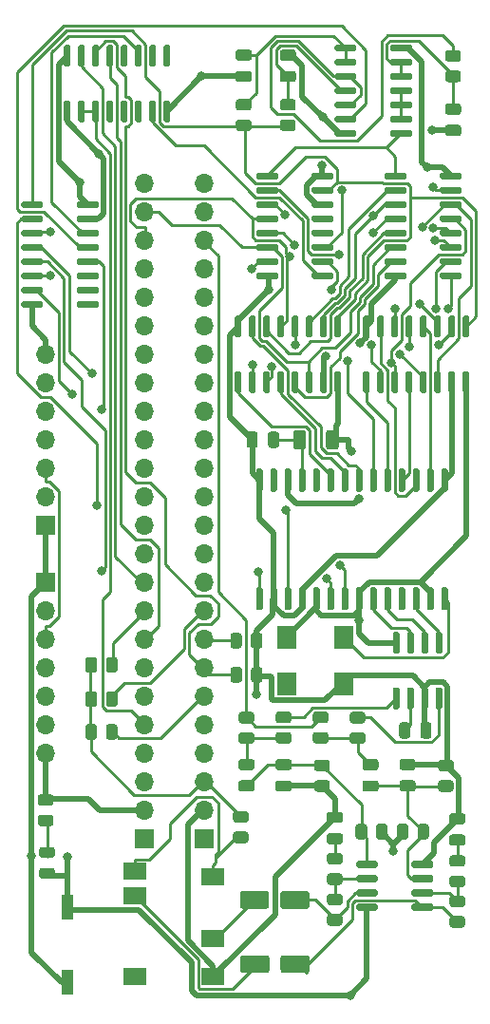
<source format=gbr>
%TF.GenerationSoftware,KiCad,Pcbnew,(5.1.10)-1*%
%TF.CreationDate,2021-06-12T16:54:01+02:00*%
%TF.ProjectId,Nes Sound Expansion,4e657320-536f-4756-9e64-20457870616e,rev?*%
%TF.SameCoordinates,Original*%
%TF.FileFunction,Copper,L1,Top*%
%TF.FilePolarity,Positive*%
%FSLAX46Y46*%
G04 Gerber Fmt 4.6, Leading zero omitted, Abs format (unit mm)*
G04 Created by KiCad (PCBNEW (5.1.10)-1) date 2021-06-12 16:54:01*
%MOMM*%
%LPD*%
G01*
G04 APERTURE LIST*
%TA.AperFunction,SMDPad,CuDef*%
%ADD10R,1.800000X2.000000*%
%TD*%
%TA.AperFunction,ComponentPad*%
%ADD11O,1.700000X1.700000*%
%TD*%
%TA.AperFunction,ComponentPad*%
%ADD12R,1.700000X1.700000*%
%TD*%
%TA.AperFunction,SMDPad,CuDef*%
%ADD13R,1.120000X2.160000*%
%TD*%
%TA.AperFunction,SMDPad,CuDef*%
%ADD14R,2.000000X1.500000*%
%TD*%
%TA.AperFunction,ViaPad*%
%ADD15C,0.800000*%
%TD*%
%TA.AperFunction,Conductor*%
%ADD16C,0.500000*%
%TD*%
%TA.AperFunction,Conductor*%
%ADD17C,0.250000*%
%TD*%
G04 APERTURE END LIST*
D10*
%TO.P,X1,4*%
%TO.N,+5V*%
X120523000Y-91245000D03*
%TO.P,X1,3*%
%TO.N,Net-(X1-Pad3)*%
X125603000Y-91245000D03*
%TO.P,X1,2*%
%TO.N,GND*%
X125603000Y-95445000D03*
%TO.P,X1,1*%
%TO.N,N/C*%
X120523000Y-95445000D03*
%TD*%
%TO.P,R23,2*%
%TO.N,Net-(C7-Pad2)*%
%TA.AperFunction,SMDPad,CuDef*%
G36*
G01*
X124148001Y-103208500D02*
X123247999Y-103208500D01*
G75*
G02*
X122998000Y-102958501I0J249999D01*
G01*
X122998000Y-102433499D01*
G75*
G02*
X123247999Y-102183500I249999J0D01*
G01*
X124148001Y-102183500D01*
G75*
G02*
X124398000Y-102433499I0J-249999D01*
G01*
X124398000Y-102958501D01*
G75*
G02*
X124148001Y-103208500I-249999J0D01*
G01*
G37*
%TD.AperFunction*%
%TO.P,R23,1*%
%TO.N,GND*%
%TA.AperFunction,SMDPad,CuDef*%
G36*
G01*
X124148001Y-105033500D02*
X123247999Y-105033500D01*
G75*
G02*
X122998000Y-104783501I0J249999D01*
G01*
X122998000Y-104258499D01*
G75*
G02*
X123247999Y-104008500I249999J0D01*
G01*
X124148001Y-104008500D01*
G75*
G02*
X124398000Y-104258499I0J-249999D01*
G01*
X124398000Y-104783501D01*
G75*
G02*
X124148001Y-105033500I-249999J0D01*
G01*
G37*
%TD.AperFunction*%
%TD*%
%TO.P,C9,1*%
%TO.N,GND*%
%TA.AperFunction,SMDPad,CuDef*%
G36*
G01*
X120744000Y-105021000D02*
X119794000Y-105021000D01*
G75*
G02*
X119544000Y-104771000I0J250000D01*
G01*
X119544000Y-104271000D01*
G75*
G02*
X119794000Y-104021000I250000J0D01*
G01*
X120744000Y-104021000D01*
G75*
G02*
X120994000Y-104271000I0J-250000D01*
G01*
X120994000Y-104771000D01*
G75*
G02*
X120744000Y-105021000I-250000J0D01*
G01*
G37*
%TD.AperFunction*%
%TO.P,C9,2*%
%TO.N,Net-(C7-Pad2)*%
%TA.AperFunction,SMDPad,CuDef*%
G36*
G01*
X120744000Y-103121000D02*
X119794000Y-103121000D01*
G75*
G02*
X119544000Y-102871000I0J250000D01*
G01*
X119544000Y-102371000D01*
G75*
G02*
X119794000Y-102121000I250000J0D01*
G01*
X120744000Y-102121000D01*
G75*
G02*
X120994000Y-102371000I0J-250000D01*
G01*
X120994000Y-102871000D01*
G75*
G02*
X120744000Y-103121000I-250000J0D01*
G01*
G37*
%TD.AperFunction*%
%TD*%
%TO.P,R26,2*%
%TO.N,Net-(R24-Pad1)*%
%TA.AperFunction,SMDPad,CuDef*%
G36*
G01*
X136213001Y-115320500D02*
X135312999Y-115320500D01*
G75*
G02*
X135063000Y-115070501I0J249999D01*
G01*
X135063000Y-114545499D01*
G75*
G02*
X135312999Y-114295500I249999J0D01*
G01*
X136213001Y-114295500D01*
G75*
G02*
X136463000Y-114545499I0J-249999D01*
G01*
X136463000Y-115070501D01*
G75*
G02*
X136213001Y-115320500I-249999J0D01*
G01*
G37*
%TD.AperFunction*%
%TO.P,R26,1*%
%TO.N,Net-(C10-Pad1)*%
%TA.AperFunction,SMDPad,CuDef*%
G36*
G01*
X136213001Y-117145500D02*
X135312999Y-117145500D01*
G75*
G02*
X135063000Y-116895501I0J249999D01*
G01*
X135063000Y-116370499D01*
G75*
G02*
X135312999Y-116120500I249999J0D01*
G01*
X136213001Y-116120500D01*
G75*
G02*
X136463000Y-116370499I0J-249999D01*
G01*
X136463000Y-116895501D01*
G75*
G02*
X136213001Y-117145500I-249999J0D01*
G01*
G37*
%TD.AperFunction*%
%TD*%
%TO.P,R24,2*%
%TO.N,Net-(C12-Pad1)*%
%TA.AperFunction,SMDPad,CuDef*%
G36*
G01*
X136213001Y-111717500D02*
X135312999Y-111717500D01*
G75*
G02*
X135063000Y-111467501I0J249999D01*
G01*
X135063000Y-110942499D01*
G75*
G02*
X135312999Y-110692500I249999J0D01*
G01*
X136213001Y-110692500D01*
G75*
G02*
X136463000Y-110942499I0J-249999D01*
G01*
X136463000Y-111467501D01*
G75*
G02*
X136213001Y-111717500I-249999J0D01*
G01*
G37*
%TD.AperFunction*%
%TO.P,R24,1*%
%TO.N,Net-(R24-Pad1)*%
%TA.AperFunction,SMDPad,CuDef*%
G36*
G01*
X136213001Y-113542500D02*
X135312999Y-113542500D01*
G75*
G02*
X135063000Y-113292501I0J249999D01*
G01*
X135063000Y-112767499D01*
G75*
G02*
X135312999Y-112517500I249999J0D01*
G01*
X136213001Y-112517500D01*
G75*
G02*
X136463000Y-112767499I0J-249999D01*
G01*
X136463000Y-113292501D01*
G75*
G02*
X136213001Y-113542500I-249999J0D01*
G01*
G37*
%TD.AperFunction*%
%TD*%
%TO.P,C12,2*%
%TO.N,GND*%
%TA.AperFunction,SMDPad,CuDef*%
G36*
G01*
X136238000Y-107942000D02*
X135288000Y-107942000D01*
G75*
G02*
X135038000Y-107692000I0J250000D01*
G01*
X135038000Y-107192000D01*
G75*
G02*
X135288000Y-106942000I250000J0D01*
G01*
X136238000Y-106942000D01*
G75*
G02*
X136488000Y-107192000I0J-250000D01*
G01*
X136488000Y-107692000D01*
G75*
G02*
X136238000Y-107942000I-250000J0D01*
G01*
G37*
%TD.AperFunction*%
%TO.P,C12,1*%
%TO.N,Net-(C12-Pad1)*%
%TA.AperFunction,SMDPad,CuDef*%
G36*
G01*
X136238000Y-109842000D02*
X135288000Y-109842000D01*
G75*
G02*
X135038000Y-109592000I0J250000D01*
G01*
X135038000Y-109092000D01*
G75*
G02*
X135288000Y-108842000I250000J0D01*
G01*
X136238000Y-108842000D01*
G75*
G02*
X136488000Y-109092000I0J-250000D01*
G01*
X136488000Y-109592000D01*
G75*
G02*
X136238000Y-109842000I-250000J0D01*
G01*
G37*
%TD.AperFunction*%
%TD*%
%TO.P,C2,2*%
%TO.N,GND*%
%TA.AperFunction,SMDPad,CuDef*%
G36*
G01*
X132469000Y-100043000D02*
X132469000Y-99093000D01*
G75*
G02*
X132719000Y-98843000I250000J0D01*
G01*
X133219000Y-98843000D01*
G75*
G02*
X133469000Y-99093000I0J-250000D01*
G01*
X133469000Y-100043000D01*
G75*
G02*
X133219000Y-100293000I-250000J0D01*
G01*
X132719000Y-100293000D01*
G75*
G02*
X132469000Y-100043000I0J250000D01*
G01*
G37*
%TD.AperFunction*%
%TO.P,C2,1*%
%TO.N,Net-(BU9480F1-Pad2)*%
%TA.AperFunction,SMDPad,CuDef*%
G36*
G01*
X130569000Y-100043000D02*
X130569000Y-99093000D01*
G75*
G02*
X130819000Y-98843000I250000J0D01*
G01*
X131319000Y-98843000D01*
G75*
G02*
X131569000Y-99093000I0J-250000D01*
G01*
X131569000Y-100043000D01*
G75*
G02*
X131319000Y-100293000I-250000J0D01*
G01*
X130819000Y-100293000D01*
G75*
G02*
X130569000Y-100043000I0J250000D01*
G01*
G37*
%TD.AperFunction*%
%TD*%
%TO.P,C10,2*%
%TO.N,Net-(C10-Pad2)*%
%TA.AperFunction,SMDPad,CuDef*%
G36*
G01*
X119007000Y-119846000D02*
X119007000Y-120946000D01*
G75*
G02*
X118757000Y-121196000I-250000J0D01*
G01*
X116657000Y-121196000D01*
G75*
G02*
X116407000Y-120946000I0J250000D01*
G01*
X116407000Y-119846000D01*
G75*
G02*
X116657000Y-119596000I250000J0D01*
G01*
X118757000Y-119596000D01*
G75*
G02*
X119007000Y-119846000I0J-250000D01*
G01*
G37*
%TD.AperFunction*%
%TO.P,C10,1*%
%TO.N,Net-(C10-Pad1)*%
%TA.AperFunction,SMDPad,CuDef*%
G36*
G01*
X122607000Y-119846000D02*
X122607000Y-120946000D01*
G75*
G02*
X122357000Y-121196000I-250000J0D01*
G01*
X120257000Y-121196000D01*
G75*
G02*
X120007000Y-120946000I0J250000D01*
G01*
X120007000Y-119846000D01*
G75*
G02*
X120257000Y-119596000I250000J0D01*
G01*
X122357000Y-119596000D01*
G75*
G02*
X122607000Y-119846000I0J-250000D01*
G01*
G37*
%TD.AperFunction*%
%TD*%
%TO.P,U3,8*%
%TO.N,+5V*%
%TA.AperFunction,SMDPad,CuDef*%
G36*
G01*
X128675000Y-115166000D02*
X128675000Y-115466000D01*
G75*
G02*
X128525000Y-115616000I-150000J0D01*
G01*
X126875000Y-115616000D01*
G75*
G02*
X126725000Y-115466000I0J150000D01*
G01*
X126725000Y-115166000D01*
G75*
G02*
X126875000Y-115016000I150000J0D01*
G01*
X128525000Y-115016000D01*
G75*
G02*
X128675000Y-115166000I0J-150000D01*
G01*
G37*
%TD.AperFunction*%
%TO.P,U3,7*%
%TO.N,Net-(C11-Pad1)*%
%TA.AperFunction,SMDPad,CuDef*%
G36*
G01*
X128675000Y-113896000D02*
X128675000Y-114196000D01*
G75*
G02*
X128525000Y-114346000I-150000J0D01*
G01*
X126875000Y-114346000D01*
G75*
G02*
X126725000Y-114196000I0J150000D01*
G01*
X126725000Y-113896000D01*
G75*
G02*
X126875000Y-113746000I150000J0D01*
G01*
X128525000Y-113746000D01*
G75*
G02*
X128675000Y-113896000I0J-150000D01*
G01*
G37*
%TD.AperFunction*%
%TO.P,U3,6*%
%TO.N,Net-(R25-Pad1)*%
%TA.AperFunction,SMDPad,CuDef*%
G36*
G01*
X128675000Y-112626000D02*
X128675000Y-112926000D01*
G75*
G02*
X128525000Y-113076000I-150000J0D01*
G01*
X126875000Y-113076000D01*
G75*
G02*
X126725000Y-112926000I0J150000D01*
G01*
X126725000Y-112626000D01*
G75*
G02*
X126875000Y-112476000I150000J0D01*
G01*
X128525000Y-112476000D01*
G75*
G02*
X128675000Y-112626000I0J-150000D01*
G01*
G37*
%TD.AperFunction*%
%TO.P,U3,5*%
%TO.N,Net-(C7-Pad2)*%
%TA.AperFunction,SMDPad,CuDef*%
G36*
G01*
X128675000Y-111356000D02*
X128675000Y-111656000D01*
G75*
G02*
X128525000Y-111806000I-150000J0D01*
G01*
X126875000Y-111806000D01*
G75*
G02*
X126725000Y-111656000I0J150000D01*
G01*
X126725000Y-111356000D01*
G75*
G02*
X126875000Y-111206000I150000J0D01*
G01*
X128525000Y-111206000D01*
G75*
G02*
X128675000Y-111356000I0J-150000D01*
G01*
G37*
%TD.AperFunction*%
%TO.P,U3,4*%
%TO.N,GND*%
%TA.AperFunction,SMDPad,CuDef*%
G36*
G01*
X133625000Y-111356000D02*
X133625000Y-111656000D01*
G75*
G02*
X133475000Y-111806000I-150000J0D01*
G01*
X131825000Y-111806000D01*
G75*
G02*
X131675000Y-111656000I0J150000D01*
G01*
X131675000Y-111356000D01*
G75*
G02*
X131825000Y-111206000I150000J0D01*
G01*
X133475000Y-111206000D01*
G75*
G02*
X133625000Y-111356000I0J-150000D01*
G01*
G37*
%TD.AperFunction*%
%TO.P,U3,3*%
%TO.N,Net-(C6-Pad2)*%
%TA.AperFunction,SMDPad,CuDef*%
G36*
G01*
X133625000Y-112626000D02*
X133625000Y-112926000D01*
G75*
G02*
X133475000Y-113076000I-150000J0D01*
G01*
X131825000Y-113076000D01*
G75*
G02*
X131675000Y-112926000I0J150000D01*
G01*
X131675000Y-112626000D01*
G75*
G02*
X131825000Y-112476000I150000J0D01*
G01*
X133475000Y-112476000D01*
G75*
G02*
X133625000Y-112626000I0J-150000D01*
G01*
G37*
%TD.AperFunction*%
%TO.P,U3,2*%
%TO.N,Net-(R24-Pad1)*%
%TA.AperFunction,SMDPad,CuDef*%
G36*
G01*
X133625000Y-113896000D02*
X133625000Y-114196000D01*
G75*
G02*
X133475000Y-114346000I-150000J0D01*
G01*
X131825000Y-114346000D01*
G75*
G02*
X131675000Y-114196000I0J150000D01*
G01*
X131675000Y-113896000D01*
G75*
G02*
X131825000Y-113746000I150000J0D01*
G01*
X133475000Y-113746000D01*
G75*
G02*
X133625000Y-113896000I0J-150000D01*
G01*
G37*
%TD.AperFunction*%
%TO.P,U3,1*%
%TO.N,Net-(C10-Pad1)*%
%TA.AperFunction,SMDPad,CuDef*%
G36*
G01*
X133625000Y-115166000D02*
X133625000Y-115466000D01*
G75*
G02*
X133475000Y-115616000I-150000J0D01*
G01*
X131825000Y-115616000D01*
G75*
G02*
X131675000Y-115466000I0J150000D01*
G01*
X131675000Y-115166000D01*
G75*
G02*
X131825000Y-115016000I150000J0D01*
G01*
X133475000Y-115016000D01*
G75*
G02*
X133625000Y-115166000I0J-150000D01*
G01*
G37*
%TD.AperFunction*%
%TD*%
%TO.P,R27,2*%
%TO.N,Net-(R25-Pad1)*%
%TA.AperFunction,SMDPad,CuDef*%
G36*
G01*
X125291001Y-115146500D02*
X124390999Y-115146500D01*
G75*
G02*
X124141000Y-114896501I0J249999D01*
G01*
X124141000Y-114371499D01*
G75*
G02*
X124390999Y-114121500I249999J0D01*
G01*
X125291001Y-114121500D01*
G75*
G02*
X125541000Y-114371499I0J-249999D01*
G01*
X125541000Y-114896501D01*
G75*
G02*
X125291001Y-115146500I-249999J0D01*
G01*
G37*
%TD.AperFunction*%
%TO.P,R27,1*%
%TO.N,Net-(C11-Pad1)*%
%TA.AperFunction,SMDPad,CuDef*%
G36*
G01*
X125291001Y-116971500D02*
X124390999Y-116971500D01*
G75*
G02*
X124141000Y-116721501I0J249999D01*
G01*
X124141000Y-116196499D01*
G75*
G02*
X124390999Y-115946500I249999J0D01*
G01*
X125291001Y-115946500D01*
G75*
G02*
X125541000Y-116196499I0J-249999D01*
G01*
X125541000Y-116721501D01*
G75*
G02*
X125291001Y-116971500I-249999J0D01*
G01*
G37*
%TD.AperFunction*%
%TD*%
%TO.P,R25,2*%
%TO.N,Net-(C13-Pad1)*%
%TA.AperFunction,SMDPad,CuDef*%
G36*
G01*
X125291001Y-111510500D02*
X124390999Y-111510500D01*
G75*
G02*
X124141000Y-111260501I0J249999D01*
G01*
X124141000Y-110735499D01*
G75*
G02*
X124390999Y-110485500I249999J0D01*
G01*
X125291001Y-110485500D01*
G75*
G02*
X125541000Y-110735499I0J-249999D01*
G01*
X125541000Y-111260501D01*
G75*
G02*
X125291001Y-111510500I-249999J0D01*
G01*
G37*
%TD.AperFunction*%
%TO.P,R25,1*%
%TO.N,Net-(R25-Pad1)*%
%TA.AperFunction,SMDPad,CuDef*%
G36*
G01*
X125291001Y-113335500D02*
X124390999Y-113335500D01*
G75*
G02*
X124141000Y-113085501I0J249999D01*
G01*
X124141000Y-112560499D01*
G75*
G02*
X124390999Y-112310500I249999J0D01*
G01*
X125291001Y-112310500D01*
G75*
G02*
X125541000Y-112560499I0J-249999D01*
G01*
X125541000Y-113085501D01*
G75*
G02*
X125291001Y-113335500I-249999J0D01*
G01*
G37*
%TD.AperFunction*%
%TD*%
%TO.P,R22,2*%
%TO.N,+5V*%
%TA.AperFunction,SMDPad,CuDef*%
G36*
G01*
X128519500Y-109035001D02*
X128519500Y-108134999D01*
G75*
G02*
X128769499Y-107885000I249999J0D01*
G01*
X129294501Y-107885000D01*
G75*
G02*
X129544500Y-108134999I0J-249999D01*
G01*
X129544500Y-109035001D01*
G75*
G02*
X129294501Y-109285000I-249999J0D01*
G01*
X128769499Y-109285000D01*
G75*
G02*
X128519500Y-109035001I0J249999D01*
G01*
G37*
%TD.AperFunction*%
%TO.P,R22,1*%
%TO.N,Net-(C7-Pad2)*%
%TA.AperFunction,SMDPad,CuDef*%
G36*
G01*
X126694500Y-109035001D02*
X126694500Y-108134999D01*
G75*
G02*
X126944499Y-107885000I249999J0D01*
G01*
X127469501Y-107885000D01*
G75*
G02*
X127719500Y-108134999I0J-249999D01*
G01*
X127719500Y-109035001D01*
G75*
G02*
X127469501Y-109285000I-249999J0D01*
G01*
X126944499Y-109285000D01*
G75*
G02*
X126694500Y-109035001I0J249999D01*
G01*
G37*
%TD.AperFunction*%
%TD*%
%TO.P,R21,2*%
%TO.N,GND*%
%TA.AperFunction,SMDPad,CuDef*%
G36*
G01*
X135197001Y-103208500D02*
X134296999Y-103208500D01*
G75*
G02*
X134047000Y-102958501I0J249999D01*
G01*
X134047000Y-102433499D01*
G75*
G02*
X134296999Y-102183500I249999J0D01*
G01*
X135197001Y-102183500D01*
G75*
G02*
X135447000Y-102433499I0J-249999D01*
G01*
X135447000Y-102958501D01*
G75*
G02*
X135197001Y-103208500I-249999J0D01*
G01*
G37*
%TD.AperFunction*%
%TO.P,R21,1*%
%TO.N,Net-(C6-Pad2)*%
%TA.AperFunction,SMDPad,CuDef*%
G36*
G01*
X135197001Y-105033500D02*
X134296999Y-105033500D01*
G75*
G02*
X134047000Y-104783501I0J249999D01*
G01*
X134047000Y-104258499D01*
G75*
G02*
X134296999Y-104008500I249999J0D01*
G01*
X135197001Y-104008500D01*
G75*
G02*
X135447000Y-104258499I0J-249999D01*
G01*
X135447000Y-104783501D01*
G75*
G02*
X135197001Y-105033500I-249999J0D01*
G01*
G37*
%TD.AperFunction*%
%TD*%
%TO.P,R20,2*%
%TO.N,Net-(C6-Pad2)*%
%TA.AperFunction,SMDPad,CuDef*%
G36*
G01*
X132202500Y-109035001D02*
X132202500Y-108134999D01*
G75*
G02*
X132452499Y-107885000I249999J0D01*
G01*
X132977501Y-107885000D01*
G75*
G02*
X133227500Y-108134999I0J-249999D01*
G01*
X133227500Y-109035001D01*
G75*
G02*
X132977501Y-109285000I-249999J0D01*
G01*
X132452499Y-109285000D01*
G75*
G02*
X132202500Y-109035001I0J249999D01*
G01*
G37*
%TD.AperFunction*%
%TO.P,R20,1*%
%TO.N,+5V*%
%TA.AperFunction,SMDPad,CuDef*%
G36*
G01*
X130377500Y-109035001D02*
X130377500Y-108134999D01*
G75*
G02*
X130627499Y-107885000I249999J0D01*
G01*
X131152501Y-107885000D01*
G75*
G02*
X131402500Y-108134999I0J-249999D01*
G01*
X131402500Y-109035001D01*
G75*
G02*
X131152501Y-109285000I-249999J0D01*
G01*
X130627499Y-109285000D01*
G75*
G02*
X130377500Y-109035001I0J249999D01*
G01*
G37*
%TD.AperFunction*%
%TD*%
%TO.P,C13,2*%
%TO.N,GND*%
%TA.AperFunction,SMDPad,CuDef*%
G36*
G01*
X125316000Y-107815000D02*
X124366000Y-107815000D01*
G75*
G02*
X124116000Y-107565000I0J250000D01*
G01*
X124116000Y-107065000D01*
G75*
G02*
X124366000Y-106815000I250000J0D01*
G01*
X125316000Y-106815000D01*
G75*
G02*
X125566000Y-107065000I0J-250000D01*
G01*
X125566000Y-107565000D01*
G75*
G02*
X125316000Y-107815000I-250000J0D01*
G01*
G37*
%TD.AperFunction*%
%TO.P,C13,1*%
%TO.N,Net-(C13-Pad1)*%
%TA.AperFunction,SMDPad,CuDef*%
G36*
G01*
X125316000Y-109715000D02*
X124366000Y-109715000D01*
G75*
G02*
X124116000Y-109465000I0J250000D01*
G01*
X124116000Y-108965000D01*
G75*
G02*
X124366000Y-108715000I250000J0D01*
G01*
X125316000Y-108715000D01*
G75*
G02*
X125566000Y-108965000I0J-250000D01*
G01*
X125566000Y-109465000D01*
G75*
G02*
X125316000Y-109715000I-250000J0D01*
G01*
G37*
%TD.AperFunction*%
%TD*%
%TO.P,C8,2*%
%TO.N,GND*%
%TA.AperFunction,SMDPad,CuDef*%
G36*
G01*
X131793000Y-103116000D02*
X130843000Y-103116000D01*
G75*
G02*
X130593000Y-102866000I0J250000D01*
G01*
X130593000Y-102366000D01*
G75*
G02*
X130843000Y-102116000I250000J0D01*
G01*
X131793000Y-102116000D01*
G75*
G02*
X132043000Y-102366000I0J-250000D01*
G01*
X132043000Y-102866000D01*
G75*
G02*
X131793000Y-103116000I-250000J0D01*
G01*
G37*
%TD.AperFunction*%
%TO.P,C8,1*%
%TO.N,Net-(C6-Pad2)*%
%TA.AperFunction,SMDPad,CuDef*%
G36*
G01*
X131793000Y-105016000D02*
X130843000Y-105016000D01*
G75*
G02*
X130593000Y-104766000I0J250000D01*
G01*
X130593000Y-104266000D01*
G75*
G02*
X130843000Y-104016000I250000J0D01*
G01*
X131793000Y-104016000D01*
G75*
G02*
X132043000Y-104266000I0J-250000D01*
G01*
X132043000Y-104766000D01*
G75*
G02*
X131793000Y-105016000I-250000J0D01*
G01*
G37*
%TD.AperFunction*%
%TD*%
%TO.P,C7,2*%
%TO.N,Net-(C7-Pad2)*%
%TA.AperFunction,SMDPad,CuDef*%
G36*
G01*
X116492000Y-104016000D02*
X117442000Y-104016000D01*
G75*
G02*
X117692000Y-104266000I0J-250000D01*
G01*
X117692000Y-104766000D01*
G75*
G02*
X117442000Y-105016000I-250000J0D01*
G01*
X116492000Y-105016000D01*
G75*
G02*
X116242000Y-104766000I0J250000D01*
G01*
X116242000Y-104266000D01*
G75*
G02*
X116492000Y-104016000I250000J0D01*
G01*
G37*
%TD.AperFunction*%
%TO.P,C7,1*%
%TO.N,Net-(C7-Pad1)*%
%TA.AperFunction,SMDPad,CuDef*%
G36*
G01*
X116492000Y-102116000D02*
X117442000Y-102116000D01*
G75*
G02*
X117692000Y-102366000I0J-250000D01*
G01*
X117692000Y-102866000D01*
G75*
G02*
X117442000Y-103116000I-250000J0D01*
G01*
X116492000Y-103116000D01*
G75*
G02*
X116242000Y-102866000I0J250000D01*
G01*
X116242000Y-102366000D01*
G75*
G02*
X116492000Y-102116000I250000J0D01*
G01*
G37*
%TD.AperFunction*%
%TD*%
%TO.P,C6,2*%
%TO.N,Net-(C6-Pad2)*%
%TA.AperFunction,SMDPad,CuDef*%
G36*
G01*
X127541000Y-104021000D02*
X128491000Y-104021000D01*
G75*
G02*
X128741000Y-104271000I0J-250000D01*
G01*
X128741000Y-104771000D01*
G75*
G02*
X128491000Y-105021000I-250000J0D01*
G01*
X127541000Y-105021000D01*
G75*
G02*
X127291000Y-104771000I0J250000D01*
G01*
X127291000Y-104271000D01*
G75*
G02*
X127541000Y-104021000I250000J0D01*
G01*
G37*
%TD.AperFunction*%
%TO.P,C6,1*%
%TO.N,Net-(C6-Pad1)*%
%TA.AperFunction,SMDPad,CuDef*%
G36*
G01*
X127541000Y-102121000D02*
X128491000Y-102121000D01*
G75*
G02*
X128741000Y-102371000I0J-250000D01*
G01*
X128741000Y-102871000D01*
G75*
G02*
X128491000Y-103121000I-250000J0D01*
G01*
X127541000Y-103121000D01*
G75*
G02*
X127291000Y-102871000I0J250000D01*
G01*
X127291000Y-102371000D01*
G75*
G02*
X127541000Y-102121000I250000J0D01*
G01*
G37*
%TD.AperFunction*%
%TD*%
%TO.P,J7,2*%
%TO.N,+5V*%
%TA.AperFunction,SMDPad,CuDef*%
G36*
G01*
X98730750Y-111820000D02*
X99643250Y-111820000D01*
G75*
G02*
X99887000Y-112063750I0J-243750D01*
G01*
X99887000Y-112551250D01*
G75*
G02*
X99643250Y-112795000I-243750J0D01*
G01*
X98730750Y-112795000D01*
G75*
G02*
X98487000Y-112551250I0J243750D01*
G01*
X98487000Y-112063750D01*
G75*
G02*
X98730750Y-111820000I243750J0D01*
G01*
G37*
%TD.AperFunction*%
%TO.P,J7,1*%
%TO.N,Net-(J7-Pad1)*%
%TA.AperFunction,SMDPad,CuDef*%
G36*
G01*
X98730750Y-109945000D02*
X99643250Y-109945000D01*
G75*
G02*
X99887000Y-110188750I0J-243750D01*
G01*
X99887000Y-110676250D01*
G75*
G02*
X99643250Y-110920000I-243750J0D01*
G01*
X98730750Y-110920000D01*
G75*
G02*
X98487000Y-110676250I0J243750D01*
G01*
X98487000Y-110188750D01*
G75*
G02*
X98730750Y-109945000I243750J0D01*
G01*
G37*
%TD.AperFunction*%
%TD*%
%TO.P,R19,2*%
%TO.N,AudIn*%
%TA.AperFunction,SMDPad,CuDef*%
G36*
G01*
X103629000Y-93275998D02*
X103629000Y-94176002D01*
G75*
G02*
X103379002Y-94426000I-249998J0D01*
G01*
X102853998Y-94426000D01*
G75*
G02*
X102604000Y-94176002I0J249998D01*
G01*
X102604000Y-93275998D01*
G75*
G02*
X102853998Y-93026000I249998J0D01*
G01*
X103379002Y-93026000D01*
G75*
G02*
X103629000Y-93275998I0J-249998D01*
G01*
G37*
%TD.AperFunction*%
%TO.P,R19,1*%
%TO.N,Net-(J4-Pad9)*%
%TA.AperFunction,SMDPad,CuDef*%
G36*
G01*
X105454000Y-93275998D02*
X105454000Y-94176002D01*
G75*
G02*
X105204002Y-94426000I-249998J0D01*
G01*
X104678998Y-94426000D01*
G75*
G02*
X104429000Y-94176002I0J249998D01*
G01*
X104429000Y-93275998D01*
G75*
G02*
X104678998Y-93026000I249998J0D01*
G01*
X105204002Y-93026000D01*
G75*
G02*
X105454000Y-93275998I0J-249998D01*
G01*
G37*
%TD.AperFunction*%
%TD*%
%TO.P,R18,2*%
%TO.N,AudIn*%
%TA.AperFunction,SMDPad,CuDef*%
G36*
G01*
X103629000Y-99244998D02*
X103629000Y-100145002D01*
G75*
G02*
X103379002Y-100395000I-249998J0D01*
G01*
X102853998Y-100395000D01*
G75*
G02*
X102604000Y-100145002I0J249998D01*
G01*
X102604000Y-99244998D01*
G75*
G02*
X102853998Y-98995000I249998J0D01*
G01*
X103379002Y-98995000D01*
G75*
G02*
X103629000Y-99244998I0J-249998D01*
G01*
G37*
%TD.AperFunction*%
%TO.P,R18,1*%
%TO.N,Net-(J3-Pad6)*%
%TA.AperFunction,SMDPad,CuDef*%
G36*
G01*
X105454000Y-99244998D02*
X105454000Y-100145002D01*
G75*
G02*
X105204002Y-100395000I-249998J0D01*
G01*
X104678998Y-100395000D01*
G75*
G02*
X104429000Y-100145002I0J249998D01*
G01*
X104429000Y-99244998D01*
G75*
G02*
X104678998Y-98995000I249998J0D01*
G01*
X105204002Y-98995000D01*
G75*
G02*
X105454000Y-99244998I0J-249998D01*
G01*
G37*
%TD.AperFunction*%
%TD*%
%TO.P,R4,2*%
%TO.N,AudIn*%
%TA.AperFunction,SMDPad,CuDef*%
G36*
G01*
X103629000Y-96323998D02*
X103629000Y-97224002D01*
G75*
G02*
X103379002Y-97474000I-249998J0D01*
G01*
X102853998Y-97474000D01*
G75*
G02*
X102604000Y-97224002I0J249998D01*
G01*
X102604000Y-96323998D01*
G75*
G02*
X102853998Y-96074000I249998J0D01*
G01*
X103379002Y-96074000D01*
G75*
G02*
X103629000Y-96323998I0J-249998D01*
G01*
G37*
%TD.AperFunction*%
%TO.P,R4,1*%
%TO.N,Net-(J3-Pad9)*%
%TA.AperFunction,SMDPad,CuDef*%
G36*
G01*
X105454000Y-96323998D02*
X105454000Y-97224002D01*
G75*
G02*
X105204002Y-97474000I-249998J0D01*
G01*
X104678998Y-97474000D01*
G75*
G02*
X104429000Y-97224002I0J249998D01*
G01*
X104429000Y-96323998D01*
G75*
G02*
X104678998Y-96074000I249998J0D01*
G01*
X105204002Y-96074000D01*
G75*
G02*
X105454000Y-96323998I0J-249998D01*
G01*
G37*
%TD.AperFunction*%
%TD*%
%TO.P,R17,2*%
%TO.N,A13*%
%TA.AperFunction,SMDPad,CuDef*%
G36*
G01*
X116551000Y-91116998D02*
X116551000Y-92017002D01*
G75*
G02*
X116301002Y-92267000I-249998J0D01*
G01*
X115775998Y-92267000D01*
G75*
G02*
X115526000Y-92017002I0J249998D01*
G01*
X115526000Y-91116998D01*
G75*
G02*
X115775998Y-90867000I249998J0D01*
G01*
X116301002Y-90867000D01*
G75*
G02*
X116551000Y-91116998I0J-249998D01*
G01*
G37*
%TD.AperFunction*%
%TO.P,R17,1*%
%TO.N,GND*%
%TA.AperFunction,SMDPad,CuDef*%
G36*
G01*
X118376000Y-91116998D02*
X118376000Y-92017002D01*
G75*
G02*
X118126002Y-92267000I-249998J0D01*
G01*
X117600998Y-92267000D01*
G75*
G02*
X117351000Y-92017002I0J249998D01*
G01*
X117351000Y-91116998D01*
G75*
G02*
X117600998Y-90867000I249998J0D01*
G01*
X118126002Y-90867000D01*
G75*
G02*
X118376000Y-91116998I0J-249998D01*
G01*
G37*
%TD.AperFunction*%
%TD*%
%TO.P,R16,2*%
%TO.N,A14*%
%TA.AperFunction,SMDPad,CuDef*%
G36*
G01*
X116567000Y-94164998D02*
X116567000Y-95065002D01*
G75*
G02*
X116317002Y-95315000I-249998J0D01*
G01*
X115791998Y-95315000D01*
G75*
G02*
X115542000Y-95065002I0J249998D01*
G01*
X115542000Y-94164998D01*
G75*
G02*
X115791998Y-93915000I249998J0D01*
G01*
X116317002Y-93915000D01*
G75*
G02*
X116567000Y-94164998I0J-249998D01*
G01*
G37*
%TD.AperFunction*%
%TO.P,R16,1*%
%TO.N,GND*%
%TA.AperFunction,SMDPad,CuDef*%
G36*
G01*
X118392000Y-94164998D02*
X118392000Y-95065002D01*
G75*
G02*
X118142002Y-95315000I-249998J0D01*
G01*
X117616998Y-95315000D01*
G75*
G02*
X117367000Y-95065002I0J249998D01*
G01*
X117367000Y-94164998D01*
G75*
G02*
X117616998Y-93915000I249998J0D01*
G01*
X118142002Y-93915000D01*
G75*
G02*
X118392000Y-94164998I0J-249998D01*
G01*
G37*
%TD.AperFunction*%
%TD*%
%TO.P,R10,2*%
%TO.N,AudIn*%
%TA.AperFunction,SMDPad,CuDef*%
G36*
G01*
X116909002Y-107780500D02*
X116008998Y-107780500D01*
G75*
G02*
X115759000Y-107530502I0J249998D01*
G01*
X115759000Y-107005498D01*
G75*
G02*
X116008998Y-106755500I249998J0D01*
G01*
X116909002Y-106755500D01*
G75*
G02*
X117159000Y-107005498I0J-249998D01*
G01*
X117159000Y-107530502D01*
G75*
G02*
X116909002Y-107780500I-249998J0D01*
G01*
G37*
%TD.AperFunction*%
%TO.P,R10,1*%
%TO.N,Net-(J6-PadSN)*%
%TA.AperFunction,SMDPad,CuDef*%
G36*
G01*
X116909002Y-109605500D02*
X116008998Y-109605500D01*
G75*
G02*
X115759000Y-109355502I0J249998D01*
G01*
X115759000Y-108830498D01*
G75*
G02*
X116008998Y-108580500I249998J0D01*
G01*
X116909002Y-108580500D01*
G75*
G02*
X117159000Y-108830498I0J-249998D01*
G01*
X117159000Y-109355502D01*
G75*
G02*
X116909002Y-109605500I-249998J0D01*
G01*
G37*
%TD.AperFunction*%
%TD*%
%TO.P,R9,2*%
%TO.N,GND*%
%TA.AperFunction,SMDPad,CuDef*%
G36*
G01*
X99510002Y-106280000D02*
X98609998Y-106280000D01*
G75*
G02*
X98360000Y-106030002I0J249998D01*
G01*
X98360000Y-105504998D01*
G75*
G02*
X98609998Y-105255000I249998J0D01*
G01*
X99510002Y-105255000D01*
G75*
G02*
X99760000Y-105504998I0J-249998D01*
G01*
X99760000Y-106030002D01*
G75*
G02*
X99510002Y-106280000I-249998J0D01*
G01*
G37*
%TD.AperFunction*%
%TO.P,R9,1*%
%TO.N,Net-(J7-Pad1)*%
%TA.AperFunction,SMDPad,CuDef*%
G36*
G01*
X99510002Y-108105000D02*
X98609998Y-108105000D01*
G75*
G02*
X98360000Y-107855002I0J249998D01*
G01*
X98360000Y-107329998D01*
G75*
G02*
X98609998Y-107080000I249998J0D01*
G01*
X99510002Y-107080000D01*
G75*
G02*
X99760000Y-107329998I0J-249998D01*
G01*
X99760000Y-107855002D01*
G75*
G02*
X99510002Y-108105000I-249998J0D01*
G01*
G37*
%TD.AperFunction*%
%TD*%
%TO.P,R8,2*%
%TO.N,Net-(BU9480F1-Pad1)*%
%TA.AperFunction,SMDPad,CuDef*%
G36*
G01*
X120719002Y-98914000D02*
X119818998Y-98914000D01*
G75*
G02*
X119569000Y-98664002I0J249998D01*
G01*
X119569000Y-98138998D01*
G75*
G02*
X119818998Y-97889000I249998J0D01*
G01*
X120719002Y-97889000D01*
G75*
G02*
X120969000Y-98138998I0J-249998D01*
G01*
X120969000Y-98664002D01*
G75*
G02*
X120719002Y-98914000I-249998J0D01*
G01*
G37*
%TD.AperFunction*%
%TO.P,R8,1*%
%TO.N,Net-(C7-Pad1)*%
%TA.AperFunction,SMDPad,CuDef*%
G36*
G01*
X120719002Y-100739000D02*
X119818998Y-100739000D01*
G75*
G02*
X119569000Y-100489002I0J249998D01*
G01*
X119569000Y-99963998D01*
G75*
G02*
X119818998Y-99714000I249998J0D01*
G01*
X120719002Y-99714000D01*
G75*
G02*
X120969000Y-99963998I0J-249998D01*
G01*
X120969000Y-100489002D01*
G75*
G02*
X120719002Y-100739000I-249998J0D01*
G01*
G37*
%TD.AperFunction*%
%TD*%
%TO.P,R7,2*%
%TO.N,Aud*%
%TA.AperFunction,SMDPad,CuDef*%
G36*
G01*
X117417002Y-98937500D02*
X116516998Y-98937500D01*
G75*
G02*
X116267000Y-98687502I0J249998D01*
G01*
X116267000Y-98162498D01*
G75*
G02*
X116516998Y-97912500I249998J0D01*
G01*
X117417002Y-97912500D01*
G75*
G02*
X117667000Y-98162498I0J-249998D01*
G01*
X117667000Y-98687502D01*
G75*
G02*
X117417002Y-98937500I-249998J0D01*
G01*
G37*
%TD.AperFunction*%
%TO.P,R7,1*%
%TO.N,Net-(C7-Pad1)*%
%TA.AperFunction,SMDPad,CuDef*%
G36*
G01*
X117417002Y-100762500D02*
X116516998Y-100762500D01*
G75*
G02*
X116267000Y-100512502I0J249998D01*
G01*
X116267000Y-99987498D01*
G75*
G02*
X116516998Y-99737500I249998J0D01*
G01*
X117417002Y-99737500D01*
G75*
G02*
X117667000Y-99987498I0J-249998D01*
G01*
X117667000Y-100512502D01*
G75*
G02*
X117417002Y-100762500I-249998J0D01*
G01*
G37*
%TD.AperFunction*%
%TD*%
%TO.P,R6,2*%
%TO.N,Aud*%
%TA.AperFunction,SMDPad,CuDef*%
G36*
G01*
X124021002Y-98914000D02*
X123120998Y-98914000D01*
G75*
G02*
X122871000Y-98664002I0J249998D01*
G01*
X122871000Y-98138998D01*
G75*
G02*
X123120998Y-97889000I249998J0D01*
G01*
X124021002Y-97889000D01*
G75*
G02*
X124271000Y-98138998I0J-249998D01*
G01*
X124271000Y-98664002D01*
G75*
G02*
X124021002Y-98914000I-249998J0D01*
G01*
G37*
%TD.AperFunction*%
%TO.P,R6,1*%
%TO.N,Net-(C6-Pad1)*%
%TA.AperFunction,SMDPad,CuDef*%
G36*
G01*
X124021002Y-100739000D02*
X123120998Y-100739000D01*
G75*
G02*
X122871000Y-100489002I0J249998D01*
G01*
X122871000Y-99963998D01*
G75*
G02*
X123120998Y-99714000I249998J0D01*
G01*
X124021002Y-99714000D01*
G75*
G02*
X124271000Y-99963998I0J-249998D01*
G01*
X124271000Y-100489002D01*
G75*
G02*
X124021002Y-100739000I-249998J0D01*
G01*
G37*
%TD.AperFunction*%
%TD*%
%TO.P,R5,2*%
%TO.N,Net-(BU9480F1-Pad4)*%
%TA.AperFunction,SMDPad,CuDef*%
G36*
G01*
X127323002Y-98937500D02*
X126422998Y-98937500D01*
G75*
G02*
X126173000Y-98687502I0J249998D01*
G01*
X126173000Y-98162498D01*
G75*
G02*
X126422998Y-97912500I249998J0D01*
G01*
X127323002Y-97912500D01*
G75*
G02*
X127573000Y-98162498I0J-249998D01*
G01*
X127573000Y-98687502D01*
G75*
G02*
X127323002Y-98937500I-249998J0D01*
G01*
G37*
%TD.AperFunction*%
%TO.P,R5,1*%
%TO.N,Net-(C6-Pad1)*%
%TA.AperFunction,SMDPad,CuDef*%
G36*
G01*
X127323002Y-100762500D02*
X126422998Y-100762500D01*
G75*
G02*
X126173000Y-100512502I0J249998D01*
G01*
X126173000Y-99987498D01*
G75*
G02*
X126422998Y-99737500I249998J0D01*
G01*
X127323002Y-99737500D01*
G75*
G02*
X127573000Y-99987498I0J-249998D01*
G01*
X127573000Y-100512502D01*
G75*
G02*
X127323002Y-100762500I-249998J0D01*
G01*
G37*
%TD.AperFunction*%
%TD*%
D11*
%TO.P,J3,24*%
%TO.N,N/C*%
X113157000Y-50800000D03*
%TO.P,J3,23*%
X113157000Y-53340000D03*
%TO.P,J3,22*%
%TO.N,Aud*%
X113157000Y-55880000D03*
%TO.P,J3,21*%
%TO.N,N/C*%
X113157000Y-58420000D03*
%TO.P,J3,20*%
X113157000Y-60960000D03*
%TO.P,J3,19*%
%TO.N,Joy2_D0*%
X113157000Y-63500000D03*
%TO.P,J3,18*%
%TO.N,N/C*%
X113157000Y-66040000D03*
%TO.P,J3,17*%
X113157000Y-68580000D03*
%TO.P,J3,16*%
X113157000Y-71120000D03*
%TO.P,J3,15*%
X113157000Y-73660000D03*
%TO.P,J3,14*%
%TO.N,IRQ*%
X113157000Y-76200000D03*
%TO.P,J3,13*%
%TO.N,N/C*%
X113157000Y-78740000D03*
%TO.P,J3,12*%
X113157000Y-81280000D03*
%TO.P,J3,11*%
%TO.N,Joy2_OE*%
X113157000Y-83820000D03*
%TO.P,J3,10*%
%TO.N,N/C*%
X113157000Y-86360000D03*
%TO.P,J3,9*%
%TO.N,Net-(J3-Pad9)*%
X113157000Y-88900000D03*
%TO.P,J3,8*%
%TO.N,A13*%
X113157000Y-91440000D03*
%TO.P,J3,7*%
%TO.N,A14*%
X113157000Y-93980000D03*
%TO.P,J3,6*%
%TO.N,Net-(J3-Pad6)*%
X113157000Y-96520000D03*
%TO.P,J3,5*%
%TO.N,N/C*%
X113157000Y-99060000D03*
%TO.P,J3,4*%
X113157000Y-101600000D03*
%TO.P,J3,3*%
%TO.N,AudIn*%
X113157000Y-104140000D03*
%TO.P,J3,2*%
%TO.N,GND*%
X113157000Y-106680000D03*
D12*
%TO.P,J3,1*%
%TO.N,Net-(J1-Pad1)*%
X113157000Y-109220000D03*
%TD*%
%TO.P,R14,2*%
%TO.N,Net-(R14-Pad2)*%
%TA.AperFunction,SMDPad,CuDef*%
G36*
G01*
X135832002Y-39962500D02*
X134931998Y-39962500D01*
G75*
G02*
X134682000Y-39712502I0J249998D01*
G01*
X134682000Y-39187498D01*
G75*
G02*
X134931998Y-38937500I249998J0D01*
G01*
X135832002Y-38937500D01*
G75*
G02*
X136082000Y-39187498I0J-249998D01*
G01*
X136082000Y-39712502D01*
G75*
G02*
X135832002Y-39962500I-249998J0D01*
G01*
G37*
%TD.AperFunction*%
%TO.P,R14,1*%
%TO.N,Net-(C5-Pad1)*%
%TA.AperFunction,SMDPad,CuDef*%
G36*
G01*
X135832002Y-41787500D02*
X134931998Y-41787500D01*
G75*
G02*
X134682000Y-41537502I0J249998D01*
G01*
X134682000Y-41012498D01*
G75*
G02*
X134931998Y-40762500I249998J0D01*
G01*
X135832002Y-40762500D01*
G75*
G02*
X136082000Y-41012498I0J-249998D01*
G01*
X136082000Y-41537502D01*
G75*
G02*
X135832002Y-41787500I-249998J0D01*
G01*
G37*
%TD.AperFunction*%
%TD*%
%TO.P,R13,2*%
%TO.N,4016_EN*%
%TA.AperFunction,SMDPad,CuDef*%
G36*
G01*
X116262998Y-45120000D02*
X117163002Y-45120000D01*
G75*
G02*
X117413000Y-45369998I0J-249998D01*
G01*
X117413000Y-45895002D01*
G75*
G02*
X117163002Y-46145000I-249998J0D01*
G01*
X116262998Y-46145000D01*
G75*
G02*
X116013000Y-45895002I0J249998D01*
G01*
X116013000Y-45369998D01*
G75*
G02*
X116262998Y-45120000I249998J0D01*
G01*
G37*
%TD.AperFunction*%
%TO.P,R13,1*%
%TO.N,Net-(C4-Pad1)*%
%TA.AperFunction,SMDPad,CuDef*%
G36*
G01*
X116262998Y-43295000D02*
X117163002Y-43295000D01*
G75*
G02*
X117413000Y-43544998I0J-249998D01*
G01*
X117413000Y-44070002D01*
G75*
G02*
X117163002Y-44320000I-249998J0D01*
G01*
X116262998Y-44320000D01*
G75*
G02*
X116013000Y-44070002I0J249998D01*
G01*
X116013000Y-43544998D01*
G75*
G02*
X116262998Y-43295000I249998J0D01*
G01*
G37*
%TD.AperFunction*%
%TD*%
%TO.P,R12,2*%
%TO.N,4016_EN*%
%TA.AperFunction,SMDPad,CuDef*%
G36*
G01*
X120199998Y-45120000D02*
X121100002Y-45120000D01*
G75*
G02*
X121350000Y-45369998I0J-249998D01*
G01*
X121350000Y-45895002D01*
G75*
G02*
X121100002Y-46145000I-249998J0D01*
G01*
X120199998Y-46145000D01*
G75*
G02*
X119950000Y-45895002I0J249998D01*
G01*
X119950000Y-45369998D01*
G75*
G02*
X120199998Y-45120000I249998J0D01*
G01*
G37*
%TD.AperFunction*%
%TO.P,R12,1*%
%TO.N,Net-(C3-Pad2)*%
%TA.AperFunction,SMDPad,CuDef*%
G36*
G01*
X120199998Y-43295000D02*
X121100002Y-43295000D01*
G75*
G02*
X121350000Y-43544998I0J-249998D01*
G01*
X121350000Y-44070002D01*
G75*
G02*
X121100002Y-44320000I-249998J0D01*
G01*
X120199998Y-44320000D01*
G75*
G02*
X119950000Y-44070002I0J249998D01*
G01*
X119950000Y-43544998D01*
G75*
G02*
X120199998Y-43295000I249998J0D01*
G01*
G37*
%TD.AperFunction*%
%TD*%
%TO.P,R15,2*%
%TO.N,Net-(C1-Pad1)*%
%TA.AperFunction,SMDPad,CuDef*%
G36*
G01*
X122264000Y-73034998D02*
X122264000Y-74285002D01*
G75*
G02*
X122014002Y-74535000I-249998J0D01*
G01*
X121388998Y-74535000D01*
G75*
G02*
X121139000Y-74285002I0J249998D01*
G01*
X121139000Y-73034998D01*
G75*
G02*
X121388998Y-72785000I249998J0D01*
G01*
X122014002Y-72785000D01*
G75*
G02*
X122264000Y-73034998I0J-249998D01*
G01*
G37*
%TD.AperFunction*%
%TO.P,R15,1*%
%TO.N,+5V*%
%TA.AperFunction,SMDPad,CuDef*%
G36*
G01*
X125189000Y-73034998D02*
X125189000Y-74285002D01*
G75*
G02*
X124939002Y-74535000I-249998J0D01*
G01*
X124313998Y-74535000D01*
G75*
G02*
X124064000Y-74285002I0J249998D01*
G01*
X124064000Y-73034998D01*
G75*
G02*
X124313998Y-72785000I249998J0D01*
G01*
X124939002Y-72785000D01*
G75*
G02*
X125189000Y-73034998I0J-249998D01*
G01*
G37*
%TD.AperFunction*%
%TD*%
%TO.P,U2,14*%
%TO.N,+5V*%
%TA.AperFunction,SMDPad,CuDef*%
G36*
G01*
X129770000Y-38885000D02*
X129770000Y-38585000D01*
G75*
G02*
X129920000Y-38435000I150000J0D01*
G01*
X131570000Y-38435000D01*
G75*
G02*
X131720000Y-38585000I0J-150000D01*
G01*
X131720000Y-38885000D01*
G75*
G02*
X131570000Y-39035000I-150000J0D01*
G01*
X129920000Y-39035000D01*
G75*
G02*
X129770000Y-38885000I0J150000D01*
G01*
G37*
%TD.AperFunction*%
%TO.P,U2,13*%
%TO.N,Net-(C5-Pad1)*%
%TA.AperFunction,SMDPad,CuDef*%
G36*
G01*
X129770000Y-40155000D02*
X129770000Y-39855000D01*
G75*
G02*
X129920000Y-39705000I150000J0D01*
G01*
X131570000Y-39705000D01*
G75*
G02*
X131720000Y-39855000I0J-150000D01*
G01*
X131720000Y-40155000D01*
G75*
G02*
X131570000Y-40305000I-150000J0D01*
G01*
X129920000Y-40305000D01*
G75*
G02*
X129770000Y-40155000I0J150000D01*
G01*
G37*
%TD.AperFunction*%
%TO.P,U2,12*%
%TA.AperFunction,SMDPad,CuDef*%
G36*
G01*
X129770000Y-41425000D02*
X129770000Y-41125000D01*
G75*
G02*
X129920000Y-40975000I150000J0D01*
G01*
X131570000Y-40975000D01*
G75*
G02*
X131720000Y-41125000I0J-150000D01*
G01*
X131720000Y-41425000D01*
G75*
G02*
X131570000Y-41575000I-150000J0D01*
G01*
X129920000Y-41575000D01*
G75*
G02*
X129770000Y-41425000I0J150000D01*
G01*
G37*
%TD.AperFunction*%
%TO.P,U2,11*%
%TO.N,Net-(U2-Pad10)*%
%TA.AperFunction,SMDPad,CuDef*%
G36*
G01*
X129770000Y-42695000D02*
X129770000Y-42395000D01*
G75*
G02*
X129920000Y-42245000I150000J0D01*
G01*
X131570000Y-42245000D01*
G75*
G02*
X131720000Y-42395000I0J-150000D01*
G01*
X131720000Y-42695000D01*
G75*
G02*
X131570000Y-42845000I-150000J0D01*
G01*
X129920000Y-42845000D01*
G75*
G02*
X129770000Y-42695000I0J150000D01*
G01*
G37*
%TD.AperFunction*%
%TO.P,U2,10*%
%TA.AperFunction,SMDPad,CuDef*%
G36*
G01*
X129770000Y-43965000D02*
X129770000Y-43665000D01*
G75*
G02*
X129920000Y-43515000I150000J0D01*
G01*
X131570000Y-43515000D01*
G75*
G02*
X131720000Y-43665000I0J-150000D01*
G01*
X131720000Y-43965000D01*
G75*
G02*
X131570000Y-44115000I-150000J0D01*
G01*
X129920000Y-44115000D01*
G75*
G02*
X129770000Y-43965000I0J150000D01*
G01*
G37*
%TD.AperFunction*%
%TO.P,U2,9*%
%TA.AperFunction,SMDPad,CuDef*%
G36*
G01*
X129770000Y-45235000D02*
X129770000Y-44935000D01*
G75*
G02*
X129920000Y-44785000I150000J0D01*
G01*
X131570000Y-44785000D01*
G75*
G02*
X131720000Y-44935000I0J-150000D01*
G01*
X131720000Y-45235000D01*
G75*
G02*
X131570000Y-45385000I-150000J0D01*
G01*
X129920000Y-45385000D01*
G75*
G02*
X129770000Y-45235000I0J150000D01*
G01*
G37*
%TD.AperFunction*%
%TO.P,U2,8*%
%TO.N,FF_Reset*%
%TA.AperFunction,SMDPad,CuDef*%
G36*
G01*
X129770000Y-46505000D02*
X129770000Y-46205000D01*
G75*
G02*
X129920000Y-46055000I150000J0D01*
G01*
X131570000Y-46055000D01*
G75*
G02*
X131720000Y-46205000I0J-150000D01*
G01*
X131720000Y-46505000D01*
G75*
G02*
X131570000Y-46655000I-150000J0D01*
G01*
X129920000Y-46655000D01*
G75*
G02*
X129770000Y-46505000I0J150000D01*
G01*
G37*
%TD.AperFunction*%
%TO.P,U2,7*%
%TO.N,GND*%
%TA.AperFunction,SMDPad,CuDef*%
G36*
G01*
X124820000Y-46505000D02*
X124820000Y-46205000D01*
G75*
G02*
X124970000Y-46055000I150000J0D01*
G01*
X126620000Y-46055000D01*
G75*
G02*
X126770000Y-46205000I0J-150000D01*
G01*
X126770000Y-46505000D01*
G75*
G02*
X126620000Y-46655000I-150000J0D01*
G01*
X124970000Y-46655000D01*
G75*
G02*
X124820000Y-46505000I0J150000D01*
G01*
G37*
%TD.AperFunction*%
%TO.P,U2,6*%
%TO.N,CS_buf*%
%TA.AperFunction,SMDPad,CuDef*%
G36*
G01*
X124820000Y-45235000D02*
X124820000Y-44935000D01*
G75*
G02*
X124970000Y-44785000I150000J0D01*
G01*
X126620000Y-44785000D01*
G75*
G02*
X126770000Y-44935000I0J-150000D01*
G01*
X126770000Y-45235000D01*
G75*
G02*
X126620000Y-45385000I-150000J0D01*
G01*
X124970000Y-45385000D01*
G75*
G02*
X124820000Y-45235000I0J150000D01*
G01*
G37*
%TD.AperFunction*%
%TO.P,U2,5*%
%TO.N,Net-(R14-Pad2)*%
%TA.AperFunction,SMDPad,CuDef*%
G36*
G01*
X124820000Y-43965000D02*
X124820000Y-43665000D01*
G75*
G02*
X124970000Y-43515000I150000J0D01*
G01*
X126620000Y-43515000D01*
G75*
G02*
X126770000Y-43665000I0J-150000D01*
G01*
X126770000Y-43965000D01*
G75*
G02*
X126620000Y-44115000I-150000J0D01*
G01*
X124970000Y-44115000D01*
G75*
G02*
X124820000Y-43965000I0J150000D01*
G01*
G37*
%TD.AperFunction*%
%TO.P,U2,4*%
%TO.N,Net-(C3-Pad2)*%
%TA.AperFunction,SMDPad,CuDef*%
G36*
G01*
X124820000Y-42695000D02*
X124820000Y-42395000D01*
G75*
G02*
X124970000Y-42245000I150000J0D01*
G01*
X126620000Y-42245000D01*
G75*
G02*
X126770000Y-42395000I0J-150000D01*
G01*
X126770000Y-42695000D01*
G75*
G02*
X126620000Y-42845000I-150000J0D01*
G01*
X124970000Y-42845000D01*
G75*
G02*
X124820000Y-42695000I0J150000D01*
G01*
G37*
%TD.AperFunction*%
%TO.P,U2,3*%
%TO.N,Net-(R14-Pad2)*%
%TA.AperFunction,SMDPad,CuDef*%
G36*
G01*
X124820000Y-41425000D02*
X124820000Y-41125000D01*
G75*
G02*
X124970000Y-40975000I150000J0D01*
G01*
X126620000Y-40975000D01*
G75*
G02*
X126770000Y-41125000I0J-150000D01*
G01*
X126770000Y-41425000D01*
G75*
G02*
X126620000Y-41575000I-150000J0D01*
G01*
X124970000Y-41575000D01*
G75*
G02*
X124820000Y-41425000I0J150000D01*
G01*
G37*
%TD.AperFunction*%
%TO.P,U2,2*%
%TO.N,Net-(C4-Pad1)*%
%TA.AperFunction,SMDPad,CuDef*%
G36*
G01*
X124820000Y-40155000D02*
X124820000Y-39855000D01*
G75*
G02*
X124970000Y-39705000I150000J0D01*
G01*
X126620000Y-39705000D01*
G75*
G02*
X126770000Y-39855000I0J-150000D01*
G01*
X126770000Y-40155000D01*
G75*
G02*
X126620000Y-40305000I-150000J0D01*
G01*
X124970000Y-40305000D01*
G75*
G02*
X124820000Y-40155000I0J150000D01*
G01*
G37*
%TD.AperFunction*%
%TO.P,U2,1*%
%TA.AperFunction,SMDPad,CuDef*%
G36*
G01*
X124820000Y-38885000D02*
X124820000Y-38585000D01*
G75*
G02*
X124970000Y-38435000I150000J0D01*
G01*
X126620000Y-38435000D01*
G75*
G02*
X126770000Y-38585000I0J-150000D01*
G01*
X126770000Y-38885000D01*
G75*
G02*
X126620000Y-39035000I-150000J0D01*
G01*
X124970000Y-39035000D01*
G75*
G02*
X124820000Y-38885000I0J150000D01*
G01*
G37*
%TD.AperFunction*%
%TD*%
%TO.P,C5,2*%
%TO.N,GND*%
%TA.AperFunction,SMDPad,CuDef*%
G36*
G01*
X134907000Y-45596000D02*
X135857000Y-45596000D01*
G75*
G02*
X136107000Y-45846000I0J-250000D01*
G01*
X136107000Y-46346000D01*
G75*
G02*
X135857000Y-46596000I-250000J0D01*
G01*
X134907000Y-46596000D01*
G75*
G02*
X134657000Y-46346000I0J250000D01*
G01*
X134657000Y-45846000D01*
G75*
G02*
X134907000Y-45596000I250000J0D01*
G01*
G37*
%TD.AperFunction*%
%TO.P,C5,1*%
%TO.N,Net-(C5-Pad1)*%
%TA.AperFunction,SMDPad,CuDef*%
G36*
G01*
X134907000Y-43696000D02*
X135857000Y-43696000D01*
G75*
G02*
X136107000Y-43946000I0J-250000D01*
G01*
X136107000Y-44446000D01*
G75*
G02*
X135857000Y-44696000I-250000J0D01*
G01*
X134907000Y-44696000D01*
G75*
G02*
X134657000Y-44446000I0J250000D01*
G01*
X134657000Y-43946000D01*
G75*
G02*
X134907000Y-43696000I250000J0D01*
G01*
G37*
%TD.AperFunction*%
%TD*%
%TO.P,C4,2*%
%TO.N,GND*%
%TA.AperFunction,SMDPad,CuDef*%
G36*
G01*
X116238000Y-40775000D02*
X117188000Y-40775000D01*
G75*
G02*
X117438000Y-41025000I0J-250000D01*
G01*
X117438000Y-41525000D01*
G75*
G02*
X117188000Y-41775000I-250000J0D01*
G01*
X116238000Y-41775000D01*
G75*
G02*
X115988000Y-41525000I0J250000D01*
G01*
X115988000Y-41025000D01*
G75*
G02*
X116238000Y-40775000I250000J0D01*
G01*
G37*
%TD.AperFunction*%
%TO.P,C4,1*%
%TO.N,Net-(C4-Pad1)*%
%TA.AperFunction,SMDPad,CuDef*%
G36*
G01*
X116238000Y-38875000D02*
X117188000Y-38875000D01*
G75*
G02*
X117438000Y-39125000I0J-250000D01*
G01*
X117438000Y-39625000D01*
G75*
G02*
X117188000Y-39875000I-250000J0D01*
G01*
X116238000Y-39875000D01*
G75*
G02*
X115988000Y-39625000I0J250000D01*
G01*
X115988000Y-39125000D01*
G75*
G02*
X116238000Y-38875000I250000J0D01*
G01*
G37*
%TD.AperFunction*%
%TD*%
%TO.P,C3,2*%
%TO.N,Net-(C3-Pad2)*%
%TA.AperFunction,SMDPad,CuDef*%
G36*
G01*
X120175000Y-40775000D02*
X121125000Y-40775000D01*
G75*
G02*
X121375000Y-41025000I0J-250000D01*
G01*
X121375000Y-41525000D01*
G75*
G02*
X121125000Y-41775000I-250000J0D01*
G01*
X120175000Y-41775000D01*
G75*
G02*
X119925000Y-41525000I0J250000D01*
G01*
X119925000Y-41025000D01*
G75*
G02*
X120175000Y-40775000I250000J0D01*
G01*
G37*
%TD.AperFunction*%
%TO.P,C3,1*%
%TO.N,GND*%
%TA.AperFunction,SMDPad,CuDef*%
G36*
G01*
X120175000Y-38875000D02*
X121125000Y-38875000D01*
G75*
G02*
X121375000Y-39125000I0J-250000D01*
G01*
X121375000Y-39625000D01*
G75*
G02*
X121125000Y-39875000I-250000J0D01*
G01*
X120175000Y-39875000D01*
G75*
G02*
X119925000Y-39625000I0J250000D01*
G01*
X119925000Y-39125000D01*
G75*
G02*
X120175000Y-38875000I250000J0D01*
G01*
G37*
%TD.AperFunction*%
%TD*%
%TO.P,C1,2*%
%TO.N,GND*%
%TA.AperFunction,SMDPad,CuDef*%
G36*
G01*
X117975000Y-73185000D02*
X117975000Y-74135000D01*
G75*
G02*
X117725000Y-74385000I-250000J0D01*
G01*
X117225000Y-74385000D01*
G75*
G02*
X116975000Y-74135000I0J250000D01*
G01*
X116975000Y-73185000D01*
G75*
G02*
X117225000Y-72935000I250000J0D01*
G01*
X117725000Y-72935000D01*
G75*
G02*
X117975000Y-73185000I0J-250000D01*
G01*
G37*
%TD.AperFunction*%
%TO.P,C1,1*%
%TO.N,Net-(C1-Pad1)*%
%TA.AperFunction,SMDPad,CuDef*%
G36*
G01*
X119875000Y-73185000D02*
X119875000Y-74135000D01*
G75*
G02*
X119625000Y-74385000I-250000J0D01*
G01*
X119125000Y-74385000D01*
G75*
G02*
X118875000Y-74135000I0J250000D01*
G01*
X118875000Y-73185000D01*
G75*
G02*
X119125000Y-72935000I250000J0D01*
G01*
X119625000Y-72935000D01*
G75*
G02*
X119875000Y-73185000I0J-250000D01*
G01*
G37*
%TD.AperFunction*%
%TD*%
%TO.P,YMF288,27*%
%TO.N,+5V*%
%TA.AperFunction,SMDPad,CuDef*%
G36*
G01*
X133200000Y-86810000D02*
X133500000Y-86810000D01*
G75*
G02*
X133650000Y-86960000I0J-150000D01*
G01*
X133650000Y-88710000D01*
G75*
G02*
X133500000Y-88860000I-150000J0D01*
G01*
X133200000Y-88860000D01*
G75*
G02*
X133050000Y-88710000I0J150000D01*
G01*
X133050000Y-86960000D01*
G75*
G02*
X133200000Y-86810000I150000J0D01*
G01*
G37*
%TD.AperFunction*%
%TO.P,YMF288,26*%
%TO.N,Net-(BU9480F1-Pad5)*%
%TA.AperFunction,SMDPad,CuDef*%
G36*
G01*
X131930000Y-86810000D02*
X132230000Y-86810000D01*
G75*
G02*
X132380000Y-86960000I0J-150000D01*
G01*
X132380000Y-88710000D01*
G75*
G02*
X132230000Y-88860000I-150000J0D01*
G01*
X131930000Y-88860000D01*
G75*
G02*
X131780000Y-88710000I0J150000D01*
G01*
X131780000Y-86960000D01*
G75*
G02*
X131930000Y-86810000I150000J0D01*
G01*
G37*
%TD.AperFunction*%
%TO.P,YMF288,25*%
%TO.N,N/C*%
%TA.AperFunction,SMDPad,CuDef*%
G36*
G01*
X130660000Y-86810000D02*
X130960000Y-86810000D01*
G75*
G02*
X131110000Y-86960000I0J-150000D01*
G01*
X131110000Y-88710000D01*
G75*
G02*
X130960000Y-88860000I-150000J0D01*
G01*
X130660000Y-88860000D01*
G75*
G02*
X130510000Y-88710000I0J150000D01*
G01*
X130510000Y-86960000D01*
G75*
G02*
X130660000Y-86810000I150000J0D01*
G01*
G37*
%TD.AperFunction*%
%TO.P,YMF288,17*%
%TO.N,CS_Chip*%
%TA.AperFunction,SMDPad,CuDef*%
G36*
G01*
X120500000Y-86810000D02*
X120800000Y-86810000D01*
G75*
G02*
X120950000Y-86960000I0J-150000D01*
G01*
X120950000Y-88710000D01*
G75*
G02*
X120800000Y-88860000I-150000J0D01*
G01*
X120500000Y-88860000D01*
G75*
G02*
X120350000Y-88710000I0J150000D01*
G01*
X120350000Y-86960000D01*
G75*
G02*
X120500000Y-86810000I150000J0D01*
G01*
G37*
%TD.AperFunction*%
%TO.P,YMF288,15*%
%TO.N,IRQ*%
%TA.AperFunction,SMDPad,CuDef*%
G36*
G01*
X117960000Y-86810000D02*
X118260000Y-86810000D01*
G75*
G02*
X118410000Y-86960000I0J-150000D01*
G01*
X118410000Y-88710000D01*
G75*
G02*
X118260000Y-88860000I-150000J0D01*
G01*
X117960000Y-88860000D01*
G75*
G02*
X117810000Y-88710000I0J150000D01*
G01*
X117810000Y-86960000D01*
G75*
G02*
X117960000Y-86810000I150000J0D01*
G01*
G37*
%TD.AperFunction*%
%TO.P,YMF288,28*%
%TO.N,Net-(X1-Pad3)*%
%TA.AperFunction,SMDPad,CuDef*%
G36*
G01*
X134470000Y-86810000D02*
X134770000Y-86810000D01*
G75*
G02*
X134920000Y-86960000I0J-150000D01*
G01*
X134920000Y-88710000D01*
G75*
G02*
X134770000Y-88860000I-150000J0D01*
G01*
X134470000Y-88860000D01*
G75*
G02*
X134320000Y-88710000I0J150000D01*
G01*
X134320000Y-86960000D01*
G75*
G02*
X134470000Y-86810000I150000J0D01*
G01*
G37*
%TD.AperFunction*%
%TO.P,YMF288,20*%
%TO.N,A0_Chip*%
%TA.AperFunction,SMDPad,CuDef*%
G36*
G01*
X124310000Y-86810000D02*
X124610000Y-86810000D01*
G75*
G02*
X124760000Y-86960000I0J-150000D01*
G01*
X124760000Y-88710000D01*
G75*
G02*
X124610000Y-88860000I-150000J0D01*
G01*
X124310000Y-88860000D01*
G75*
G02*
X124160000Y-88710000I0J150000D01*
G01*
X124160000Y-86960000D01*
G75*
G02*
X124310000Y-86810000I150000J0D01*
G01*
G37*
%TD.AperFunction*%
%TO.P,YMF288,16*%
%TO.N,GND*%
%TA.AperFunction,SMDPad,CuDef*%
G36*
G01*
X119230000Y-86810000D02*
X119530000Y-86810000D01*
G75*
G02*
X119680000Y-86960000I0J-150000D01*
G01*
X119680000Y-88710000D01*
G75*
G02*
X119530000Y-88860000I-150000J0D01*
G01*
X119230000Y-88860000D01*
G75*
G02*
X119080000Y-88710000I0J150000D01*
G01*
X119080000Y-86960000D01*
G75*
G02*
X119230000Y-86810000I150000J0D01*
G01*
G37*
%TD.AperFunction*%
%TO.P,YMF288,22*%
%TO.N,+5V*%
%TA.AperFunction,SMDPad,CuDef*%
G36*
G01*
X126850000Y-86810000D02*
X127150000Y-86810000D01*
G75*
G02*
X127300000Y-86960000I0J-150000D01*
G01*
X127300000Y-88710000D01*
G75*
G02*
X127150000Y-88860000I-150000J0D01*
G01*
X126850000Y-88860000D01*
G75*
G02*
X126700000Y-88710000I0J150000D01*
G01*
X126700000Y-86960000D01*
G75*
G02*
X126850000Y-86810000I150000J0D01*
G01*
G37*
%TD.AperFunction*%
%TO.P,YMF288,23*%
%TO.N,Net-(BU9480F1-Pad7)*%
%TA.AperFunction,SMDPad,CuDef*%
G36*
G01*
X128120000Y-86810000D02*
X128420000Y-86810000D01*
G75*
G02*
X128570000Y-86960000I0J-150000D01*
G01*
X128570000Y-88710000D01*
G75*
G02*
X128420000Y-88860000I-150000J0D01*
G01*
X128120000Y-88860000D01*
G75*
G02*
X127970000Y-88710000I0J150000D01*
G01*
X127970000Y-86960000D01*
G75*
G02*
X128120000Y-86810000I150000J0D01*
G01*
G37*
%TD.AperFunction*%
%TO.P,YMF288,24*%
%TO.N,Net-(BU9480F1-Pad6)*%
%TA.AperFunction,SMDPad,CuDef*%
G36*
G01*
X129390000Y-86810000D02*
X129690000Y-86810000D01*
G75*
G02*
X129840000Y-86960000I0J-150000D01*
G01*
X129840000Y-88710000D01*
G75*
G02*
X129690000Y-88860000I-150000J0D01*
G01*
X129390000Y-88860000D01*
G75*
G02*
X129240000Y-88710000I0J150000D01*
G01*
X129240000Y-86960000D01*
G75*
G02*
X129390000Y-86810000I150000J0D01*
G01*
G37*
%TD.AperFunction*%
%TO.P,YMF288,18*%
%TO.N,GND*%
%TA.AperFunction,SMDPad,CuDef*%
G36*
G01*
X121770000Y-86810000D02*
X122070000Y-86810000D01*
G75*
G02*
X122220000Y-86960000I0J-150000D01*
G01*
X122220000Y-88710000D01*
G75*
G02*
X122070000Y-88860000I-150000J0D01*
G01*
X121770000Y-88860000D01*
G75*
G02*
X121620000Y-88710000I0J150000D01*
G01*
X121620000Y-86960000D01*
G75*
G02*
X121770000Y-86810000I150000J0D01*
G01*
G37*
%TD.AperFunction*%
%TO.P,YMF288,14*%
%TA.AperFunction,SMDPad,CuDef*%
G36*
G01*
X117960000Y-76240000D02*
X118260000Y-76240000D01*
G75*
G02*
X118410000Y-76390000I0J-150000D01*
G01*
X118410000Y-78140000D01*
G75*
G02*
X118260000Y-78290000I-150000J0D01*
G01*
X117960000Y-78290000D01*
G75*
G02*
X117810000Y-78140000I0J150000D01*
G01*
X117810000Y-76390000D01*
G75*
G02*
X117960000Y-76240000I150000J0D01*
G01*
G37*
%TD.AperFunction*%
%TO.P,YMF288,19*%
%TO.N,+5V*%
%TA.AperFunction,SMDPad,CuDef*%
G36*
G01*
X123040000Y-86810000D02*
X123340000Y-86810000D01*
G75*
G02*
X123490000Y-86960000I0J-150000D01*
G01*
X123490000Y-88710000D01*
G75*
G02*
X123340000Y-88860000I-150000J0D01*
G01*
X123040000Y-88860000D01*
G75*
G02*
X122890000Y-88710000I0J150000D01*
G01*
X122890000Y-86960000D01*
G75*
G02*
X123040000Y-86810000I150000J0D01*
G01*
G37*
%TD.AperFunction*%
%TO.P,YMF288,13*%
%TO.N,N/C*%
%TA.AperFunction,SMDPad,CuDef*%
G36*
G01*
X119230000Y-76240000D02*
X119530000Y-76240000D01*
G75*
G02*
X119680000Y-76390000I0J-150000D01*
G01*
X119680000Y-78140000D01*
G75*
G02*
X119530000Y-78290000I-150000J0D01*
G01*
X119230000Y-78290000D01*
G75*
G02*
X119080000Y-78140000I0J150000D01*
G01*
X119080000Y-76390000D01*
G75*
G02*
X119230000Y-76240000I150000J0D01*
G01*
G37*
%TD.AperFunction*%
%TO.P,YMF288,21*%
%TO.N,A1_Chip*%
%TA.AperFunction,SMDPad,CuDef*%
G36*
G01*
X125580000Y-86810000D02*
X125880000Y-86810000D01*
G75*
G02*
X126030000Y-86960000I0J-150000D01*
G01*
X126030000Y-88710000D01*
G75*
G02*
X125880000Y-88860000I-150000J0D01*
G01*
X125580000Y-88860000D01*
G75*
G02*
X125430000Y-88710000I0J150000D01*
G01*
X125430000Y-86960000D01*
G75*
G02*
X125580000Y-86810000I150000J0D01*
G01*
G37*
%TD.AperFunction*%
%TO.P,YMF288,12*%
%TO.N,+5V*%
%TA.AperFunction,SMDPad,CuDef*%
G36*
G01*
X120500000Y-76240000D02*
X120800000Y-76240000D01*
G75*
G02*
X120950000Y-76390000I0J-150000D01*
G01*
X120950000Y-78140000D01*
G75*
G02*
X120800000Y-78290000I-150000J0D01*
G01*
X120500000Y-78290000D01*
G75*
G02*
X120350000Y-78140000I0J150000D01*
G01*
X120350000Y-76390000D01*
G75*
G02*
X120500000Y-76240000I150000J0D01*
G01*
G37*
%TD.AperFunction*%
%TO.P,YMF288,7*%
%TO.N,D5_Chip*%
%TA.AperFunction,SMDPad,CuDef*%
G36*
G01*
X126850000Y-76240000D02*
X127150000Y-76240000D01*
G75*
G02*
X127300000Y-76390000I0J-150000D01*
G01*
X127300000Y-78140000D01*
G75*
G02*
X127150000Y-78290000I-150000J0D01*
G01*
X126850000Y-78290000D01*
G75*
G02*
X126700000Y-78140000I0J150000D01*
G01*
X126700000Y-76390000D01*
G75*
G02*
X126850000Y-76240000I150000J0D01*
G01*
G37*
%TD.AperFunction*%
%TO.P,YMF288,1*%
%TO.N,GND*%
%TA.AperFunction,SMDPad,CuDef*%
G36*
G01*
X134470000Y-76240000D02*
X134770000Y-76240000D01*
G75*
G02*
X134920000Y-76390000I0J-150000D01*
G01*
X134920000Y-78140000D01*
G75*
G02*
X134770000Y-78290000I-150000J0D01*
G01*
X134470000Y-78290000D01*
G75*
G02*
X134320000Y-78140000I0J150000D01*
G01*
X134320000Y-76390000D01*
G75*
G02*
X134470000Y-76240000I150000J0D01*
G01*
G37*
%TD.AperFunction*%
%TO.P,YMF288,10*%
%TO.N,N/C*%
%TA.AperFunction,SMDPad,CuDef*%
G36*
G01*
X123040000Y-76240000D02*
X123340000Y-76240000D01*
G75*
G02*
X123490000Y-76390000I0J-150000D01*
G01*
X123490000Y-78140000D01*
G75*
G02*
X123340000Y-78290000I-150000J0D01*
G01*
X123040000Y-78290000D01*
G75*
G02*
X122890000Y-78140000I0J150000D01*
G01*
X122890000Y-76390000D01*
G75*
G02*
X123040000Y-76240000I150000J0D01*
G01*
G37*
%TD.AperFunction*%
%TO.P,YMF288,2*%
%TO.N,D0_Chip*%
%TA.AperFunction,SMDPad,CuDef*%
G36*
G01*
X133200000Y-76240000D02*
X133500000Y-76240000D01*
G75*
G02*
X133650000Y-76390000I0J-150000D01*
G01*
X133650000Y-78140000D01*
G75*
G02*
X133500000Y-78290000I-150000J0D01*
G01*
X133200000Y-78290000D01*
G75*
G02*
X133050000Y-78140000I0J150000D01*
G01*
X133050000Y-76390000D01*
G75*
G02*
X133200000Y-76240000I150000J0D01*
G01*
G37*
%TD.AperFunction*%
%TO.P,YMF288,4*%
%TO.N,D2_Chip*%
%TA.AperFunction,SMDPad,CuDef*%
G36*
G01*
X130660000Y-76240000D02*
X130960000Y-76240000D01*
G75*
G02*
X131110000Y-76390000I0J-150000D01*
G01*
X131110000Y-78140000D01*
G75*
G02*
X130960000Y-78290000I-150000J0D01*
G01*
X130660000Y-78290000D01*
G75*
G02*
X130510000Y-78140000I0J150000D01*
G01*
X130510000Y-76390000D01*
G75*
G02*
X130660000Y-76240000I150000J0D01*
G01*
G37*
%TD.AperFunction*%
%TO.P,YMF288,5*%
%TO.N,D3_Chip*%
%TA.AperFunction,SMDPad,CuDef*%
G36*
G01*
X129390000Y-76240000D02*
X129690000Y-76240000D01*
G75*
G02*
X129840000Y-76390000I0J-150000D01*
G01*
X129840000Y-78140000D01*
G75*
G02*
X129690000Y-78290000I-150000J0D01*
G01*
X129390000Y-78290000D01*
G75*
G02*
X129240000Y-78140000I0J150000D01*
G01*
X129240000Y-76390000D01*
G75*
G02*
X129390000Y-76240000I150000J0D01*
G01*
G37*
%TD.AperFunction*%
%TO.P,YMF288,11*%
%TO.N,Net-(C1-Pad1)*%
%TA.AperFunction,SMDPad,CuDef*%
G36*
G01*
X121770000Y-76240000D02*
X122070000Y-76240000D01*
G75*
G02*
X122220000Y-76390000I0J-150000D01*
G01*
X122220000Y-78140000D01*
G75*
G02*
X122070000Y-78290000I-150000J0D01*
G01*
X121770000Y-78290000D01*
G75*
G02*
X121620000Y-78140000I0J150000D01*
G01*
X121620000Y-76390000D01*
G75*
G02*
X121770000Y-76240000I150000J0D01*
G01*
G37*
%TD.AperFunction*%
%TO.P,YMF288,6*%
%TO.N,D4_Chip*%
%TA.AperFunction,SMDPad,CuDef*%
G36*
G01*
X128120000Y-76240000D02*
X128420000Y-76240000D01*
G75*
G02*
X128570000Y-76390000I0J-150000D01*
G01*
X128570000Y-78140000D01*
G75*
G02*
X128420000Y-78290000I-150000J0D01*
G01*
X128120000Y-78290000D01*
G75*
G02*
X127970000Y-78140000I0J150000D01*
G01*
X127970000Y-76390000D01*
G75*
G02*
X128120000Y-76240000I150000J0D01*
G01*
G37*
%TD.AperFunction*%
%TO.P,YMF288,3*%
%TO.N,D1_Chip*%
%TA.AperFunction,SMDPad,CuDef*%
G36*
G01*
X131930000Y-76240000D02*
X132230000Y-76240000D01*
G75*
G02*
X132380000Y-76390000I0J-150000D01*
G01*
X132380000Y-78140000D01*
G75*
G02*
X132230000Y-78290000I-150000J0D01*
G01*
X131930000Y-78290000D01*
G75*
G02*
X131780000Y-78140000I0J150000D01*
G01*
X131780000Y-76390000D01*
G75*
G02*
X131930000Y-76240000I150000J0D01*
G01*
G37*
%TD.AperFunction*%
%TO.P,YMF288,9*%
%TO.N,D7_Chip*%
%TA.AperFunction,SMDPad,CuDef*%
G36*
G01*
X124310000Y-76240000D02*
X124610000Y-76240000D01*
G75*
G02*
X124760000Y-76390000I0J-150000D01*
G01*
X124760000Y-78140000D01*
G75*
G02*
X124610000Y-78290000I-150000J0D01*
G01*
X124310000Y-78290000D01*
G75*
G02*
X124160000Y-78140000I0J150000D01*
G01*
X124160000Y-76390000D01*
G75*
G02*
X124310000Y-76240000I150000J0D01*
G01*
G37*
%TD.AperFunction*%
%TO.P,YMF288,8*%
%TO.N,D6_Chip*%
%TA.AperFunction,SMDPad,CuDef*%
G36*
G01*
X125580000Y-76240000D02*
X125880000Y-76240000D01*
G75*
G02*
X126030000Y-76390000I0J-150000D01*
G01*
X126030000Y-78140000D01*
G75*
G02*
X125880000Y-78290000I-150000J0D01*
G01*
X125580000Y-78290000D01*
G75*
G02*
X125430000Y-78140000I0J150000D01*
G01*
X125430000Y-76390000D01*
G75*
G02*
X125580000Y-76240000I150000J0D01*
G01*
G37*
%TD.AperFunction*%
%TD*%
%TO.P,BU9480F1,8*%
%TO.N,+5V*%
%TA.AperFunction,SMDPad,CuDef*%
G36*
G01*
X130452000Y-92734000D02*
X130152000Y-92734000D01*
G75*
G02*
X130002000Y-92584000I0J150000D01*
G01*
X130002000Y-90934000D01*
G75*
G02*
X130152000Y-90784000I150000J0D01*
G01*
X130452000Y-90784000D01*
G75*
G02*
X130602000Y-90934000I0J-150000D01*
G01*
X130602000Y-92584000D01*
G75*
G02*
X130452000Y-92734000I-150000J0D01*
G01*
G37*
%TD.AperFunction*%
%TO.P,BU9480F1,7*%
%TO.N,Net-(BU9480F1-Pad7)*%
%TA.AperFunction,SMDPad,CuDef*%
G36*
G01*
X131722000Y-92734000D02*
X131422000Y-92734000D01*
G75*
G02*
X131272000Y-92584000I0J150000D01*
G01*
X131272000Y-90934000D01*
G75*
G02*
X131422000Y-90784000I150000J0D01*
G01*
X131722000Y-90784000D01*
G75*
G02*
X131872000Y-90934000I0J-150000D01*
G01*
X131872000Y-92584000D01*
G75*
G02*
X131722000Y-92734000I-150000J0D01*
G01*
G37*
%TD.AperFunction*%
%TO.P,BU9480F1,6*%
%TO.N,Net-(BU9480F1-Pad6)*%
%TA.AperFunction,SMDPad,CuDef*%
G36*
G01*
X132992000Y-92734000D02*
X132692000Y-92734000D01*
G75*
G02*
X132542000Y-92584000I0J150000D01*
G01*
X132542000Y-90934000D01*
G75*
G02*
X132692000Y-90784000I150000J0D01*
G01*
X132992000Y-90784000D01*
G75*
G02*
X133142000Y-90934000I0J-150000D01*
G01*
X133142000Y-92584000D01*
G75*
G02*
X132992000Y-92734000I-150000J0D01*
G01*
G37*
%TD.AperFunction*%
%TO.P,BU9480F1,5*%
%TO.N,Net-(BU9480F1-Pad5)*%
%TA.AperFunction,SMDPad,CuDef*%
G36*
G01*
X134262000Y-92734000D02*
X133962000Y-92734000D01*
G75*
G02*
X133812000Y-92584000I0J150000D01*
G01*
X133812000Y-90934000D01*
G75*
G02*
X133962000Y-90784000I150000J0D01*
G01*
X134262000Y-90784000D01*
G75*
G02*
X134412000Y-90934000I0J-150000D01*
G01*
X134412000Y-92584000D01*
G75*
G02*
X134262000Y-92734000I-150000J0D01*
G01*
G37*
%TD.AperFunction*%
%TO.P,BU9480F1,4*%
%TO.N,Net-(BU9480F1-Pad4)*%
%TA.AperFunction,SMDPad,CuDef*%
G36*
G01*
X134262000Y-97684000D02*
X133962000Y-97684000D01*
G75*
G02*
X133812000Y-97534000I0J150000D01*
G01*
X133812000Y-95884000D01*
G75*
G02*
X133962000Y-95734000I150000J0D01*
G01*
X134262000Y-95734000D01*
G75*
G02*
X134412000Y-95884000I0J-150000D01*
G01*
X134412000Y-97534000D01*
G75*
G02*
X134262000Y-97684000I-150000J0D01*
G01*
G37*
%TD.AperFunction*%
%TO.P,BU9480F1,3*%
%TO.N,GND*%
%TA.AperFunction,SMDPad,CuDef*%
G36*
G01*
X132992000Y-97684000D02*
X132692000Y-97684000D01*
G75*
G02*
X132542000Y-97534000I0J150000D01*
G01*
X132542000Y-95884000D01*
G75*
G02*
X132692000Y-95734000I150000J0D01*
G01*
X132992000Y-95734000D01*
G75*
G02*
X133142000Y-95884000I0J-150000D01*
G01*
X133142000Y-97534000D01*
G75*
G02*
X132992000Y-97684000I-150000J0D01*
G01*
G37*
%TD.AperFunction*%
%TO.P,BU9480F1,2*%
%TO.N,Net-(BU9480F1-Pad2)*%
%TA.AperFunction,SMDPad,CuDef*%
G36*
G01*
X131722000Y-97684000D02*
X131422000Y-97684000D01*
G75*
G02*
X131272000Y-97534000I0J150000D01*
G01*
X131272000Y-95884000D01*
G75*
G02*
X131422000Y-95734000I150000J0D01*
G01*
X131722000Y-95734000D01*
G75*
G02*
X131872000Y-95884000I0J-150000D01*
G01*
X131872000Y-97534000D01*
G75*
G02*
X131722000Y-97684000I-150000J0D01*
G01*
G37*
%TD.AperFunction*%
%TO.P,BU9480F1,1*%
%TO.N,Net-(BU9480F1-Pad1)*%
%TA.AperFunction,SMDPad,CuDef*%
G36*
G01*
X130452000Y-97684000D02*
X130152000Y-97684000D01*
G75*
G02*
X130002000Y-97534000I0J150000D01*
G01*
X130002000Y-95884000D01*
G75*
G02*
X130152000Y-95734000I150000J0D01*
G01*
X130452000Y-95734000D01*
G75*
G02*
X130602000Y-95884000I0J-150000D01*
G01*
X130602000Y-97534000D01*
G75*
G02*
X130452000Y-97684000I-150000J0D01*
G01*
G37*
%TD.AperFunction*%
%TD*%
D13*
%TO.P,J5,2*%
%TO.N,+5V*%
X100965000Y-115317000D03*
%TO.P,J5,1*%
%TO.N,Net-(J1-Pad1)*%
X100965000Y-122047000D03*
%TD*%
%TO.P,C11,2*%
%TO.N,Net-(C11-Pad2)*%
%TA.AperFunction,SMDPad,CuDef*%
G36*
G01*
X118985000Y-114131000D02*
X118985000Y-115231000D01*
G75*
G02*
X118735000Y-115481000I-250000J0D01*
G01*
X116635000Y-115481000D01*
G75*
G02*
X116385000Y-115231000I0J250000D01*
G01*
X116385000Y-114131000D01*
G75*
G02*
X116635000Y-113881000I250000J0D01*
G01*
X118735000Y-113881000D01*
G75*
G02*
X118985000Y-114131000I0J-250000D01*
G01*
G37*
%TD.AperFunction*%
%TO.P,C11,1*%
%TO.N,Net-(C11-Pad1)*%
%TA.AperFunction,SMDPad,CuDef*%
G36*
G01*
X122585000Y-114131000D02*
X122585000Y-115231000D01*
G75*
G02*
X122335000Y-115481000I-250000J0D01*
G01*
X120235000Y-115481000D01*
G75*
G02*
X119985000Y-115231000I0J250000D01*
G01*
X119985000Y-114131000D01*
G75*
G02*
X120235000Y-113881000I250000J0D01*
G01*
X122335000Y-113881000D01*
G75*
G02*
X122585000Y-114131000I0J-250000D01*
G01*
G37*
%TD.AperFunction*%
%TD*%
D14*
%TO.P,J6,2*%
%TO.N,N/C*%
X106990000Y-121540000D03*
%TO.P,J6,T*%
%TO.N,Net-(C10-Pad2)*%
X106990000Y-114340000D03*
%TO.P,J6,TN*%
%TO.N,Net-(J6-PadSN)*%
X106990000Y-112140000D03*
%TO.P,J6,G*%
%TO.N,GND*%
X113990000Y-121540000D03*
%TO.P,J6,S*%
%TO.N,Net-(C11-Pad2)*%
X113990000Y-118140000D03*
%TO.P,J6,SN*%
%TO.N,Net-(J6-PadSN)*%
X113990000Y-112640000D03*
%TD*%
D11*
%TO.P,J2,7*%
%TO.N,GND*%
X99060000Y-66040000D03*
%TO.P,J2,6*%
%TO.N,N/C*%
X99060000Y-68580000D03*
%TO.P,J2,5*%
X99060000Y-71120000D03*
%TO.P,J2,4*%
%TO.N,Joy2_D0*%
X99060000Y-73660000D03*
%TO.P,J2,3*%
%TO.N,OUT0*%
X99060000Y-76200000D03*
%TO.P,J2,2*%
%TO.N,Joy2_OE*%
X99060000Y-78740000D03*
D12*
%TO.P,J2,1*%
%TO.N,Net-(J1-Pad1)*%
X99060000Y-81280000D03*
%TD*%
D11*
%TO.P,J1,7*%
%TO.N,GND*%
X99060000Y-101600000D03*
%TO.P,J1,6*%
%TO.N,N/C*%
X99060000Y-99060000D03*
%TO.P,J1,5*%
X99060000Y-96520000D03*
%TO.P,J1,4*%
%TO.N,Joy1_D0*%
X99060000Y-93980000D03*
%TO.P,J1,3*%
%TO.N,OUT0*%
X99060000Y-91440000D03*
%TO.P,J1,2*%
%TO.N,Joy1_OE*%
X99060000Y-88900000D03*
D12*
%TO.P,J1,1*%
%TO.N,Net-(J1-Pad1)*%
X99060000Y-86360000D03*
%TD*%
%TO.P,U1,16*%
%TO.N,+5V*%
%TA.AperFunction,SMDPad,CuDef*%
G36*
G01*
X101115000Y-40410000D02*
X100815000Y-40410000D01*
G75*
G02*
X100665000Y-40260000I0J150000D01*
G01*
X100665000Y-38610000D01*
G75*
G02*
X100815000Y-38460000I150000J0D01*
G01*
X101115000Y-38460000D01*
G75*
G02*
X101265000Y-38610000I0J-150000D01*
G01*
X101265000Y-40260000D01*
G75*
G02*
X101115000Y-40410000I-150000J0D01*
G01*
G37*
%TD.AperFunction*%
%TO.P,U1,15*%
%TO.N,ROMSEL*%
%TA.AperFunction,SMDPad,CuDef*%
G36*
G01*
X102385000Y-40410000D02*
X102085000Y-40410000D01*
G75*
G02*
X101935000Y-40260000I0J150000D01*
G01*
X101935000Y-38610000D01*
G75*
G02*
X102085000Y-38460000I150000J0D01*
G01*
X102385000Y-38460000D01*
G75*
G02*
X102535000Y-38610000I0J-150000D01*
G01*
X102535000Y-40260000D01*
G75*
G02*
X102385000Y-40410000I-150000J0D01*
G01*
G37*
%TD.AperFunction*%
%TO.P,U1,14*%
%TO.N,A14*%
%TA.AperFunction,SMDPad,CuDef*%
G36*
G01*
X103655000Y-40410000D02*
X103355000Y-40410000D01*
G75*
G02*
X103205000Y-40260000I0J150000D01*
G01*
X103205000Y-38610000D01*
G75*
G02*
X103355000Y-38460000I150000J0D01*
G01*
X103655000Y-38460000D01*
G75*
G02*
X103805000Y-38610000I0J-150000D01*
G01*
X103805000Y-40260000D01*
G75*
G02*
X103655000Y-40410000I-150000J0D01*
G01*
G37*
%TD.AperFunction*%
%TO.P,U1,13*%
%TO.N,R-W*%
%TA.AperFunction,SMDPad,CuDef*%
G36*
G01*
X104925000Y-40410000D02*
X104625000Y-40410000D01*
G75*
G02*
X104475000Y-40260000I0J150000D01*
G01*
X104475000Y-38610000D01*
G75*
G02*
X104625000Y-38460000I150000J0D01*
G01*
X104925000Y-38460000D01*
G75*
G02*
X105075000Y-38610000I0J-150000D01*
G01*
X105075000Y-40260000D01*
G75*
G02*
X104925000Y-40410000I-150000J0D01*
G01*
G37*
%TD.AperFunction*%
%TO.P,U1,12*%
%TO.N,N/C*%
%TA.AperFunction,SMDPad,CuDef*%
G36*
G01*
X106195000Y-40410000D02*
X105895000Y-40410000D01*
G75*
G02*
X105745000Y-40260000I0J150000D01*
G01*
X105745000Y-38610000D01*
G75*
G02*
X105895000Y-38460000I150000J0D01*
G01*
X106195000Y-38460000D01*
G75*
G02*
X106345000Y-38610000I0J-150000D01*
G01*
X106345000Y-40260000D01*
G75*
G02*
X106195000Y-40410000I-150000J0D01*
G01*
G37*
%TD.AperFunction*%
%TO.P,U1,11*%
%TO.N,CS_*%
%TA.AperFunction,SMDPad,CuDef*%
G36*
G01*
X107465000Y-40410000D02*
X107165000Y-40410000D01*
G75*
G02*
X107015000Y-40260000I0J150000D01*
G01*
X107015000Y-38610000D01*
G75*
G02*
X107165000Y-38460000I150000J0D01*
G01*
X107465000Y-38460000D01*
G75*
G02*
X107615000Y-38610000I0J-150000D01*
G01*
X107615000Y-40260000D01*
G75*
G02*
X107465000Y-40410000I-150000J0D01*
G01*
G37*
%TD.AperFunction*%
%TO.P,U1,10*%
%TO.N,N/C*%
%TA.AperFunction,SMDPad,CuDef*%
G36*
G01*
X108735000Y-40410000D02*
X108435000Y-40410000D01*
G75*
G02*
X108285000Y-40260000I0J150000D01*
G01*
X108285000Y-38610000D01*
G75*
G02*
X108435000Y-38460000I150000J0D01*
G01*
X108735000Y-38460000D01*
G75*
G02*
X108885000Y-38610000I0J-150000D01*
G01*
X108885000Y-40260000D01*
G75*
G02*
X108735000Y-40410000I-150000J0D01*
G01*
G37*
%TD.AperFunction*%
%TO.P,U1,9*%
%TA.AperFunction,SMDPad,CuDef*%
G36*
G01*
X110005000Y-40410000D02*
X109705000Y-40410000D01*
G75*
G02*
X109555000Y-40260000I0J150000D01*
G01*
X109555000Y-38610000D01*
G75*
G02*
X109705000Y-38460000I150000J0D01*
G01*
X110005000Y-38460000D01*
G75*
G02*
X110155000Y-38610000I0J-150000D01*
G01*
X110155000Y-40260000D01*
G75*
G02*
X110005000Y-40410000I-150000J0D01*
G01*
G37*
%TD.AperFunction*%
%TO.P,U1,8*%
%TO.N,GND*%
%TA.AperFunction,SMDPad,CuDef*%
G36*
G01*
X110005000Y-45360000D02*
X109705000Y-45360000D01*
G75*
G02*
X109555000Y-45210000I0J150000D01*
G01*
X109555000Y-43560000D01*
G75*
G02*
X109705000Y-43410000I150000J0D01*
G01*
X110005000Y-43410000D01*
G75*
G02*
X110155000Y-43560000I0J-150000D01*
G01*
X110155000Y-45210000D01*
G75*
G02*
X110005000Y-45360000I-150000J0D01*
G01*
G37*
%TD.AperFunction*%
%TO.P,U1,7*%
%TO.N,OUT1_*%
%TA.AperFunction,SMDPad,CuDef*%
G36*
G01*
X108735000Y-45360000D02*
X108435000Y-45360000D01*
G75*
G02*
X108285000Y-45210000I0J150000D01*
G01*
X108285000Y-43560000D01*
G75*
G02*
X108435000Y-43410000I150000J0D01*
G01*
X108735000Y-43410000D01*
G75*
G02*
X108885000Y-43560000I0J-150000D01*
G01*
X108885000Y-45210000D01*
G75*
G02*
X108735000Y-45360000I-150000J0D01*
G01*
G37*
%TD.AperFunction*%
%TO.P,U1,6*%
%TO.N,N/C*%
%TA.AperFunction,SMDPad,CuDef*%
G36*
G01*
X107465000Y-45360000D02*
X107165000Y-45360000D01*
G75*
G02*
X107015000Y-45210000I0J150000D01*
G01*
X107015000Y-43560000D01*
G75*
G02*
X107165000Y-43410000I150000J0D01*
G01*
X107465000Y-43410000D01*
G75*
G02*
X107615000Y-43560000I0J-150000D01*
G01*
X107615000Y-45210000D01*
G75*
G02*
X107465000Y-45360000I-150000J0D01*
G01*
G37*
%TD.AperFunction*%
%TO.P,U1,5*%
%TA.AperFunction,SMDPad,CuDef*%
G36*
G01*
X106195000Y-45360000D02*
X105895000Y-45360000D01*
G75*
G02*
X105745000Y-45210000I0J150000D01*
G01*
X105745000Y-43560000D01*
G75*
G02*
X105895000Y-43410000I150000J0D01*
G01*
X106195000Y-43410000D01*
G75*
G02*
X106345000Y-43560000I0J-150000D01*
G01*
X106345000Y-45210000D01*
G75*
G02*
X106195000Y-45360000I-150000J0D01*
G01*
G37*
%TD.AperFunction*%
%TO.P,U1,4*%
%TA.AperFunction,SMDPad,CuDef*%
G36*
G01*
X104925000Y-45360000D02*
X104625000Y-45360000D01*
G75*
G02*
X104475000Y-45210000I0J150000D01*
G01*
X104475000Y-43560000D01*
G75*
G02*
X104625000Y-43410000I150000J0D01*
G01*
X104925000Y-43410000D01*
G75*
G02*
X105075000Y-43560000I0J-150000D01*
G01*
X105075000Y-45210000D01*
G75*
G02*
X104925000Y-45360000I-150000J0D01*
G01*
G37*
%TD.AperFunction*%
%TO.P,U1,3*%
%TO.N,OUT1*%
%TA.AperFunction,SMDPad,CuDef*%
G36*
G01*
X103655000Y-45360000D02*
X103355000Y-45360000D01*
G75*
G02*
X103205000Y-45210000I0J150000D01*
G01*
X103205000Y-43560000D01*
G75*
G02*
X103355000Y-43410000I150000J0D01*
G01*
X103655000Y-43410000D01*
G75*
G02*
X103805000Y-43560000I0J-150000D01*
G01*
X103805000Y-45210000D01*
G75*
G02*
X103655000Y-45360000I-150000J0D01*
G01*
G37*
%TD.AperFunction*%
%TO.P,U1,2*%
%TA.AperFunction,SMDPad,CuDef*%
G36*
G01*
X102385000Y-45360000D02*
X102085000Y-45360000D01*
G75*
G02*
X101935000Y-45210000I0J150000D01*
G01*
X101935000Y-43560000D01*
G75*
G02*
X102085000Y-43410000I150000J0D01*
G01*
X102385000Y-43410000D01*
G75*
G02*
X102535000Y-43560000I0J-150000D01*
G01*
X102535000Y-45210000D01*
G75*
G02*
X102385000Y-45360000I-150000J0D01*
G01*
G37*
%TD.AperFunction*%
%TO.P,U1,1*%
%TO.N,GND*%
%TA.AperFunction,SMDPad,CuDef*%
G36*
G01*
X101115000Y-45360000D02*
X100815000Y-45360000D01*
G75*
G02*
X100665000Y-45210000I0J150000D01*
G01*
X100665000Y-43560000D01*
G75*
G02*
X100815000Y-43410000I150000J0D01*
G01*
X101115000Y-43410000D01*
G75*
G02*
X101265000Y-43560000I0J-150000D01*
G01*
X101265000Y-45210000D01*
G75*
G02*
X101115000Y-45360000I-150000J0D01*
G01*
G37*
%TD.AperFunction*%
%TD*%
%TO.P,U10,16*%
%TO.N,+5V*%
%TA.AperFunction,SMDPad,CuDef*%
G36*
G01*
X101830000Y-52855000D02*
X101830000Y-52555000D01*
G75*
G02*
X101980000Y-52405000I150000J0D01*
G01*
X103630000Y-52405000D01*
G75*
G02*
X103780000Y-52555000I0J-150000D01*
G01*
X103780000Y-52855000D01*
G75*
G02*
X103630000Y-53005000I-150000J0D01*
G01*
X101980000Y-53005000D01*
G75*
G02*
X101830000Y-52855000I0J150000D01*
G01*
G37*
%TD.AperFunction*%
%TO.P,U10,15*%
%TO.N,GND*%
%TA.AperFunction,SMDPad,CuDef*%
G36*
G01*
X101830000Y-54125000D02*
X101830000Y-53825000D01*
G75*
G02*
X101980000Y-53675000I150000J0D01*
G01*
X103630000Y-53675000D01*
G75*
G02*
X103780000Y-53825000I0J-150000D01*
G01*
X103780000Y-54125000D01*
G75*
G02*
X103630000Y-54275000I-150000J0D01*
G01*
X101980000Y-54275000D01*
G75*
G02*
X101830000Y-54125000I0J150000D01*
G01*
G37*
%TD.AperFunction*%
%TO.P,U10,14*%
%TO.N,CS_*%
%TA.AperFunction,SMDPad,CuDef*%
G36*
G01*
X101830000Y-55395000D02*
X101830000Y-55095000D01*
G75*
G02*
X101980000Y-54945000I150000J0D01*
G01*
X103630000Y-54945000D01*
G75*
G02*
X103780000Y-55095000I0J-150000D01*
G01*
X103780000Y-55395000D01*
G75*
G02*
X103630000Y-55545000I-150000J0D01*
G01*
X101980000Y-55545000D01*
G75*
G02*
X101830000Y-55395000I0J150000D01*
G01*
G37*
%TD.AperFunction*%
%TO.P,U10,13*%
%TO.N,CS_buf*%
%TA.AperFunction,SMDPad,CuDef*%
G36*
G01*
X101830000Y-56665000D02*
X101830000Y-56365000D01*
G75*
G02*
X101980000Y-56215000I150000J0D01*
G01*
X103630000Y-56215000D01*
G75*
G02*
X103780000Y-56365000I0J-150000D01*
G01*
X103780000Y-56665000D01*
G75*
G02*
X103630000Y-56815000I-150000J0D01*
G01*
X101980000Y-56815000D01*
G75*
G02*
X101830000Y-56665000I0J150000D01*
G01*
G37*
%TD.AperFunction*%
%TO.P,U10,12*%
%TO.N,CS_Chip*%
%TA.AperFunction,SMDPad,CuDef*%
G36*
G01*
X101830000Y-57935000D02*
X101830000Y-57635000D01*
G75*
G02*
X101980000Y-57485000I150000J0D01*
G01*
X103630000Y-57485000D01*
G75*
G02*
X103780000Y-57635000I0J-150000D01*
G01*
X103780000Y-57935000D01*
G75*
G02*
X103630000Y-58085000I-150000J0D01*
G01*
X101980000Y-58085000D01*
G75*
G02*
X101830000Y-57935000I0J150000D01*
G01*
G37*
%TD.AperFunction*%
%TO.P,U10,11*%
%TO.N,N/C*%
%TA.AperFunction,SMDPad,CuDef*%
G36*
G01*
X101830000Y-59205000D02*
X101830000Y-58905000D01*
G75*
G02*
X101980000Y-58755000I150000J0D01*
G01*
X103630000Y-58755000D01*
G75*
G02*
X103780000Y-58905000I0J-150000D01*
G01*
X103780000Y-59205000D01*
G75*
G02*
X103630000Y-59355000I-150000J0D01*
G01*
X101980000Y-59355000D01*
G75*
G02*
X101830000Y-59205000I0J150000D01*
G01*
G37*
%TD.AperFunction*%
%TO.P,U10,10*%
%TA.AperFunction,SMDPad,CuDef*%
G36*
G01*
X101830000Y-60475000D02*
X101830000Y-60175000D01*
G75*
G02*
X101980000Y-60025000I150000J0D01*
G01*
X103630000Y-60025000D01*
G75*
G02*
X103780000Y-60175000I0J-150000D01*
G01*
X103780000Y-60475000D01*
G75*
G02*
X103630000Y-60625000I-150000J0D01*
G01*
X101980000Y-60625000D01*
G75*
G02*
X101830000Y-60475000I0J150000D01*
G01*
G37*
%TD.AperFunction*%
%TO.P,U10,9*%
%TA.AperFunction,SMDPad,CuDef*%
G36*
G01*
X101830000Y-61745000D02*
X101830000Y-61445000D01*
G75*
G02*
X101980000Y-61295000I150000J0D01*
G01*
X103630000Y-61295000D01*
G75*
G02*
X103780000Y-61445000I0J-150000D01*
G01*
X103780000Y-61745000D01*
G75*
G02*
X103630000Y-61895000I-150000J0D01*
G01*
X101980000Y-61895000D01*
G75*
G02*
X101830000Y-61745000I0J150000D01*
G01*
G37*
%TD.AperFunction*%
%TO.P,U10,8*%
%TO.N,GND*%
%TA.AperFunction,SMDPad,CuDef*%
G36*
G01*
X96880000Y-61745000D02*
X96880000Y-61445000D01*
G75*
G02*
X97030000Y-61295000I150000J0D01*
G01*
X98680000Y-61295000D01*
G75*
G02*
X98830000Y-61445000I0J-150000D01*
G01*
X98830000Y-61745000D01*
G75*
G02*
X98680000Y-61895000I-150000J0D01*
G01*
X97030000Y-61895000D01*
G75*
G02*
X96880000Y-61745000I0J150000D01*
G01*
G37*
%TD.AperFunction*%
%TO.P,U10,7*%
%TO.N,A0_Chip*%
%TA.AperFunction,SMDPad,CuDef*%
G36*
G01*
X96880000Y-60475000D02*
X96880000Y-60175000D01*
G75*
G02*
X97030000Y-60025000I150000J0D01*
G01*
X98680000Y-60025000D01*
G75*
G02*
X98830000Y-60175000I0J-150000D01*
G01*
X98830000Y-60475000D01*
G75*
G02*
X98680000Y-60625000I-150000J0D01*
G01*
X97030000Y-60625000D01*
G75*
G02*
X96880000Y-60475000I0J150000D01*
G01*
G37*
%TD.AperFunction*%
%TO.P,U10,6*%
%TO.N,A0_buf*%
%TA.AperFunction,SMDPad,CuDef*%
G36*
G01*
X96880000Y-59205000D02*
X96880000Y-58905000D01*
G75*
G02*
X97030000Y-58755000I150000J0D01*
G01*
X98680000Y-58755000D01*
G75*
G02*
X98830000Y-58905000I0J-150000D01*
G01*
X98830000Y-59205000D01*
G75*
G02*
X98680000Y-59355000I-150000J0D01*
G01*
X97030000Y-59355000D01*
G75*
G02*
X96880000Y-59205000I0J150000D01*
G01*
G37*
%TD.AperFunction*%
%TO.P,U10,5*%
%TO.N,A13*%
%TA.AperFunction,SMDPad,CuDef*%
G36*
G01*
X96880000Y-57935000D02*
X96880000Y-57635000D01*
G75*
G02*
X97030000Y-57485000I150000J0D01*
G01*
X98680000Y-57485000D01*
G75*
G02*
X98830000Y-57635000I0J-150000D01*
G01*
X98830000Y-57935000D01*
G75*
G02*
X98680000Y-58085000I-150000J0D01*
G01*
X97030000Y-58085000D01*
G75*
G02*
X96880000Y-57935000I0J150000D01*
G01*
G37*
%TD.AperFunction*%
%TO.P,U10,4*%
%TO.N,A1_Chip*%
%TA.AperFunction,SMDPad,CuDef*%
G36*
G01*
X96880000Y-56665000D02*
X96880000Y-56365000D01*
G75*
G02*
X97030000Y-56215000I150000J0D01*
G01*
X98680000Y-56215000D01*
G75*
G02*
X98830000Y-56365000I0J-150000D01*
G01*
X98830000Y-56665000D01*
G75*
G02*
X98680000Y-56815000I-150000J0D01*
G01*
X97030000Y-56815000D01*
G75*
G02*
X96880000Y-56665000I0J150000D01*
G01*
G37*
%TD.AperFunction*%
%TO.P,U10,3*%
%TO.N,A1_buf*%
%TA.AperFunction,SMDPad,CuDef*%
G36*
G01*
X96880000Y-55395000D02*
X96880000Y-55095000D01*
G75*
G02*
X97030000Y-54945000I150000J0D01*
G01*
X98680000Y-54945000D01*
G75*
G02*
X98830000Y-55095000I0J-150000D01*
G01*
X98830000Y-55395000D01*
G75*
G02*
X98680000Y-55545000I-150000J0D01*
G01*
X97030000Y-55545000D01*
G75*
G02*
X96880000Y-55395000I0J150000D01*
G01*
G37*
%TD.AperFunction*%
%TO.P,U10,2*%
%TO.N,A1*%
%TA.AperFunction,SMDPad,CuDef*%
G36*
G01*
X96880000Y-54125000D02*
X96880000Y-53825000D01*
G75*
G02*
X97030000Y-53675000I150000J0D01*
G01*
X98680000Y-53675000D01*
G75*
G02*
X98830000Y-53825000I0J-150000D01*
G01*
X98830000Y-54125000D01*
G75*
G02*
X98680000Y-54275000I-150000J0D01*
G01*
X97030000Y-54275000D01*
G75*
G02*
X96880000Y-54125000I0J150000D01*
G01*
G37*
%TD.AperFunction*%
%TO.P,U10,1*%
%TO.N,4016_EN*%
%TA.AperFunction,SMDPad,CuDef*%
G36*
G01*
X96880000Y-52855000D02*
X96880000Y-52555000D01*
G75*
G02*
X97030000Y-52405000I150000J0D01*
G01*
X98680000Y-52405000D01*
G75*
G02*
X98830000Y-52555000I0J-150000D01*
G01*
X98830000Y-52855000D01*
G75*
G02*
X98680000Y-53005000I-150000J0D01*
G01*
X97030000Y-53005000D01*
G75*
G02*
X96880000Y-52855000I0J150000D01*
G01*
G37*
%TD.AperFunction*%
%TD*%
%TO.P,U9,16*%
%TO.N,+5V*%
%TA.AperFunction,SMDPad,CuDef*%
G36*
G01*
X136375000Y-67540000D02*
X136675000Y-67540000D01*
G75*
G02*
X136825000Y-67690000I0J-150000D01*
G01*
X136825000Y-69340000D01*
G75*
G02*
X136675000Y-69490000I-150000J0D01*
G01*
X136375000Y-69490000D01*
G75*
G02*
X136225000Y-69340000I0J150000D01*
G01*
X136225000Y-67690000D01*
G75*
G02*
X136375000Y-67540000I150000J0D01*
G01*
G37*
%TD.AperFunction*%
%TO.P,U9,15*%
%TO.N,GND*%
%TA.AperFunction,SMDPad,CuDef*%
G36*
G01*
X135105000Y-67540000D02*
X135405000Y-67540000D01*
G75*
G02*
X135555000Y-67690000I0J-150000D01*
G01*
X135555000Y-69340000D01*
G75*
G02*
X135405000Y-69490000I-150000J0D01*
G01*
X135105000Y-69490000D01*
G75*
G02*
X134955000Y-69340000I0J150000D01*
G01*
X134955000Y-67690000D01*
G75*
G02*
X135105000Y-67540000I150000J0D01*
G01*
G37*
%TD.AperFunction*%
%TO.P,U9,14*%
%TO.N,D2*%
%TA.AperFunction,SMDPad,CuDef*%
G36*
G01*
X133835000Y-67540000D02*
X134135000Y-67540000D01*
G75*
G02*
X134285000Y-67690000I0J-150000D01*
G01*
X134285000Y-69340000D01*
G75*
G02*
X134135000Y-69490000I-150000J0D01*
G01*
X133835000Y-69490000D01*
G75*
G02*
X133685000Y-69340000I0J150000D01*
G01*
X133685000Y-67690000D01*
G75*
G02*
X133835000Y-67540000I150000J0D01*
G01*
G37*
%TD.AperFunction*%
%TO.P,U9,13*%
%TO.N,D2_buf*%
%TA.AperFunction,SMDPad,CuDef*%
G36*
G01*
X132565000Y-67540000D02*
X132865000Y-67540000D01*
G75*
G02*
X133015000Y-67690000I0J-150000D01*
G01*
X133015000Y-69340000D01*
G75*
G02*
X132865000Y-69490000I-150000J0D01*
G01*
X132565000Y-69490000D01*
G75*
G02*
X132415000Y-69340000I0J150000D01*
G01*
X132415000Y-67690000D01*
G75*
G02*
X132565000Y-67540000I150000J0D01*
G01*
G37*
%TD.AperFunction*%
%TO.P,U9,12*%
%TO.N,D2_Chip*%
%TA.AperFunction,SMDPad,CuDef*%
G36*
G01*
X131295000Y-67540000D02*
X131595000Y-67540000D01*
G75*
G02*
X131745000Y-67690000I0J-150000D01*
G01*
X131745000Y-69340000D01*
G75*
G02*
X131595000Y-69490000I-150000J0D01*
G01*
X131295000Y-69490000D01*
G75*
G02*
X131145000Y-69340000I0J150000D01*
G01*
X131145000Y-67690000D01*
G75*
G02*
X131295000Y-67540000I150000J0D01*
G01*
G37*
%TD.AperFunction*%
%TO.P,U9,11*%
%TO.N,D3*%
%TA.AperFunction,SMDPad,CuDef*%
G36*
G01*
X130025000Y-67540000D02*
X130325000Y-67540000D01*
G75*
G02*
X130475000Y-67690000I0J-150000D01*
G01*
X130475000Y-69340000D01*
G75*
G02*
X130325000Y-69490000I-150000J0D01*
G01*
X130025000Y-69490000D01*
G75*
G02*
X129875000Y-69340000I0J150000D01*
G01*
X129875000Y-67690000D01*
G75*
G02*
X130025000Y-67540000I150000J0D01*
G01*
G37*
%TD.AperFunction*%
%TO.P,U9,10*%
%TO.N,D3_buf*%
%TA.AperFunction,SMDPad,CuDef*%
G36*
G01*
X128755000Y-67540000D02*
X129055000Y-67540000D01*
G75*
G02*
X129205000Y-67690000I0J-150000D01*
G01*
X129205000Y-69340000D01*
G75*
G02*
X129055000Y-69490000I-150000J0D01*
G01*
X128755000Y-69490000D01*
G75*
G02*
X128605000Y-69340000I0J150000D01*
G01*
X128605000Y-67690000D01*
G75*
G02*
X128755000Y-67540000I150000J0D01*
G01*
G37*
%TD.AperFunction*%
%TO.P,U9,9*%
%TO.N,D3_Chip*%
%TA.AperFunction,SMDPad,CuDef*%
G36*
G01*
X127485000Y-67540000D02*
X127785000Y-67540000D01*
G75*
G02*
X127935000Y-67690000I0J-150000D01*
G01*
X127935000Y-69340000D01*
G75*
G02*
X127785000Y-69490000I-150000J0D01*
G01*
X127485000Y-69490000D01*
G75*
G02*
X127335000Y-69340000I0J150000D01*
G01*
X127335000Y-67690000D01*
G75*
G02*
X127485000Y-67540000I150000J0D01*
G01*
G37*
%TD.AperFunction*%
%TO.P,U9,8*%
%TO.N,GND*%
%TA.AperFunction,SMDPad,CuDef*%
G36*
G01*
X127485000Y-62590000D02*
X127785000Y-62590000D01*
G75*
G02*
X127935000Y-62740000I0J-150000D01*
G01*
X127935000Y-64390000D01*
G75*
G02*
X127785000Y-64540000I-150000J0D01*
G01*
X127485000Y-64540000D01*
G75*
G02*
X127335000Y-64390000I0J150000D01*
G01*
X127335000Y-62740000D01*
G75*
G02*
X127485000Y-62590000I150000J0D01*
G01*
G37*
%TD.AperFunction*%
%TO.P,U9,7*%
%TO.N,D1_Chip*%
%TA.AperFunction,SMDPad,CuDef*%
G36*
G01*
X128755000Y-62590000D02*
X129055000Y-62590000D01*
G75*
G02*
X129205000Y-62740000I0J-150000D01*
G01*
X129205000Y-64390000D01*
G75*
G02*
X129055000Y-64540000I-150000J0D01*
G01*
X128755000Y-64540000D01*
G75*
G02*
X128605000Y-64390000I0J150000D01*
G01*
X128605000Y-62740000D01*
G75*
G02*
X128755000Y-62590000I150000J0D01*
G01*
G37*
%TD.AperFunction*%
%TO.P,U9,6*%
%TO.N,D1_buf*%
%TA.AperFunction,SMDPad,CuDef*%
G36*
G01*
X130025000Y-62590000D02*
X130325000Y-62590000D01*
G75*
G02*
X130475000Y-62740000I0J-150000D01*
G01*
X130475000Y-64390000D01*
G75*
G02*
X130325000Y-64540000I-150000J0D01*
G01*
X130025000Y-64540000D01*
G75*
G02*
X129875000Y-64390000I0J150000D01*
G01*
X129875000Y-62740000D01*
G75*
G02*
X130025000Y-62590000I150000J0D01*
G01*
G37*
%TD.AperFunction*%
%TO.P,U9,5*%
%TO.N,D1*%
%TA.AperFunction,SMDPad,CuDef*%
G36*
G01*
X131295000Y-62590000D02*
X131595000Y-62590000D01*
G75*
G02*
X131745000Y-62740000I0J-150000D01*
G01*
X131745000Y-64390000D01*
G75*
G02*
X131595000Y-64540000I-150000J0D01*
G01*
X131295000Y-64540000D01*
G75*
G02*
X131145000Y-64390000I0J150000D01*
G01*
X131145000Y-62740000D01*
G75*
G02*
X131295000Y-62590000I150000J0D01*
G01*
G37*
%TD.AperFunction*%
%TO.P,U9,4*%
%TO.N,D0_Chip*%
%TA.AperFunction,SMDPad,CuDef*%
G36*
G01*
X132565000Y-62590000D02*
X132865000Y-62590000D01*
G75*
G02*
X133015000Y-62740000I0J-150000D01*
G01*
X133015000Y-64390000D01*
G75*
G02*
X132865000Y-64540000I-150000J0D01*
G01*
X132565000Y-64540000D01*
G75*
G02*
X132415000Y-64390000I0J150000D01*
G01*
X132415000Y-62740000D01*
G75*
G02*
X132565000Y-62590000I150000J0D01*
G01*
G37*
%TD.AperFunction*%
%TO.P,U9,3*%
%TO.N,D0_buf*%
%TA.AperFunction,SMDPad,CuDef*%
G36*
G01*
X133835000Y-62590000D02*
X134135000Y-62590000D01*
G75*
G02*
X134285000Y-62740000I0J-150000D01*
G01*
X134285000Y-64390000D01*
G75*
G02*
X134135000Y-64540000I-150000J0D01*
G01*
X133835000Y-64540000D01*
G75*
G02*
X133685000Y-64390000I0J150000D01*
G01*
X133685000Y-62740000D01*
G75*
G02*
X133835000Y-62590000I150000J0D01*
G01*
G37*
%TD.AperFunction*%
%TO.P,U9,2*%
%TO.N,D0*%
%TA.AperFunction,SMDPad,CuDef*%
G36*
G01*
X135105000Y-62590000D02*
X135405000Y-62590000D01*
G75*
G02*
X135555000Y-62740000I0J-150000D01*
G01*
X135555000Y-64390000D01*
G75*
G02*
X135405000Y-64540000I-150000J0D01*
G01*
X135105000Y-64540000D01*
G75*
G02*
X134955000Y-64390000I0J150000D01*
G01*
X134955000Y-62740000D01*
G75*
G02*
X135105000Y-62590000I150000J0D01*
G01*
G37*
%TD.AperFunction*%
%TO.P,U9,1*%
%TO.N,4016_EN*%
%TA.AperFunction,SMDPad,CuDef*%
G36*
G01*
X136375000Y-62590000D02*
X136675000Y-62590000D01*
G75*
G02*
X136825000Y-62740000I0J-150000D01*
G01*
X136825000Y-64390000D01*
G75*
G02*
X136675000Y-64540000I-150000J0D01*
G01*
X136375000Y-64540000D01*
G75*
G02*
X136225000Y-64390000I0J150000D01*
G01*
X136225000Y-62740000D01*
G75*
G02*
X136375000Y-62590000I150000J0D01*
G01*
G37*
%TD.AperFunction*%
%TD*%
%TO.P,U8,16*%
%TO.N,+5V*%
%TA.AperFunction,SMDPad,CuDef*%
G36*
G01*
X124945000Y-67540000D02*
X125245000Y-67540000D01*
G75*
G02*
X125395000Y-67690000I0J-150000D01*
G01*
X125395000Y-69340000D01*
G75*
G02*
X125245000Y-69490000I-150000J0D01*
G01*
X124945000Y-69490000D01*
G75*
G02*
X124795000Y-69340000I0J150000D01*
G01*
X124795000Y-67690000D01*
G75*
G02*
X124945000Y-67540000I150000J0D01*
G01*
G37*
%TD.AperFunction*%
%TO.P,U8,15*%
%TO.N,GND*%
%TA.AperFunction,SMDPad,CuDef*%
G36*
G01*
X123675000Y-67540000D02*
X123975000Y-67540000D01*
G75*
G02*
X124125000Y-67690000I0J-150000D01*
G01*
X124125000Y-69340000D01*
G75*
G02*
X123975000Y-69490000I-150000J0D01*
G01*
X123675000Y-69490000D01*
G75*
G02*
X123525000Y-69340000I0J150000D01*
G01*
X123525000Y-67690000D01*
G75*
G02*
X123675000Y-67540000I150000J0D01*
G01*
G37*
%TD.AperFunction*%
%TO.P,U8,14*%
%TO.N,D6*%
%TA.AperFunction,SMDPad,CuDef*%
G36*
G01*
X122405000Y-67540000D02*
X122705000Y-67540000D01*
G75*
G02*
X122855000Y-67690000I0J-150000D01*
G01*
X122855000Y-69340000D01*
G75*
G02*
X122705000Y-69490000I-150000J0D01*
G01*
X122405000Y-69490000D01*
G75*
G02*
X122255000Y-69340000I0J150000D01*
G01*
X122255000Y-67690000D01*
G75*
G02*
X122405000Y-67540000I150000J0D01*
G01*
G37*
%TD.AperFunction*%
%TO.P,U8,13*%
%TO.N,D6_buf*%
%TA.AperFunction,SMDPad,CuDef*%
G36*
G01*
X121135000Y-67540000D02*
X121435000Y-67540000D01*
G75*
G02*
X121585000Y-67690000I0J-150000D01*
G01*
X121585000Y-69340000D01*
G75*
G02*
X121435000Y-69490000I-150000J0D01*
G01*
X121135000Y-69490000D01*
G75*
G02*
X120985000Y-69340000I0J150000D01*
G01*
X120985000Y-67690000D01*
G75*
G02*
X121135000Y-67540000I150000J0D01*
G01*
G37*
%TD.AperFunction*%
%TO.P,U8,12*%
%TO.N,D6_Chip*%
%TA.AperFunction,SMDPad,CuDef*%
G36*
G01*
X119865000Y-67540000D02*
X120165000Y-67540000D01*
G75*
G02*
X120315000Y-67690000I0J-150000D01*
G01*
X120315000Y-69340000D01*
G75*
G02*
X120165000Y-69490000I-150000J0D01*
G01*
X119865000Y-69490000D01*
G75*
G02*
X119715000Y-69340000I0J150000D01*
G01*
X119715000Y-67690000D01*
G75*
G02*
X119865000Y-67540000I150000J0D01*
G01*
G37*
%TD.AperFunction*%
%TO.P,U8,11*%
%TO.N,D7*%
%TA.AperFunction,SMDPad,CuDef*%
G36*
G01*
X118595000Y-67540000D02*
X118895000Y-67540000D01*
G75*
G02*
X119045000Y-67690000I0J-150000D01*
G01*
X119045000Y-69340000D01*
G75*
G02*
X118895000Y-69490000I-150000J0D01*
G01*
X118595000Y-69490000D01*
G75*
G02*
X118445000Y-69340000I0J150000D01*
G01*
X118445000Y-67690000D01*
G75*
G02*
X118595000Y-67540000I150000J0D01*
G01*
G37*
%TD.AperFunction*%
%TO.P,U8,10*%
%TO.N,D7_buf*%
%TA.AperFunction,SMDPad,CuDef*%
G36*
G01*
X117325000Y-67540000D02*
X117625000Y-67540000D01*
G75*
G02*
X117775000Y-67690000I0J-150000D01*
G01*
X117775000Y-69340000D01*
G75*
G02*
X117625000Y-69490000I-150000J0D01*
G01*
X117325000Y-69490000D01*
G75*
G02*
X117175000Y-69340000I0J150000D01*
G01*
X117175000Y-67690000D01*
G75*
G02*
X117325000Y-67540000I150000J0D01*
G01*
G37*
%TD.AperFunction*%
%TO.P,U8,9*%
%TO.N,D7_Chip*%
%TA.AperFunction,SMDPad,CuDef*%
G36*
G01*
X116055000Y-67540000D02*
X116355000Y-67540000D01*
G75*
G02*
X116505000Y-67690000I0J-150000D01*
G01*
X116505000Y-69340000D01*
G75*
G02*
X116355000Y-69490000I-150000J0D01*
G01*
X116055000Y-69490000D01*
G75*
G02*
X115905000Y-69340000I0J150000D01*
G01*
X115905000Y-67690000D01*
G75*
G02*
X116055000Y-67540000I150000J0D01*
G01*
G37*
%TD.AperFunction*%
%TO.P,U8,8*%
%TO.N,GND*%
%TA.AperFunction,SMDPad,CuDef*%
G36*
G01*
X116055000Y-62590000D02*
X116355000Y-62590000D01*
G75*
G02*
X116505000Y-62740000I0J-150000D01*
G01*
X116505000Y-64390000D01*
G75*
G02*
X116355000Y-64540000I-150000J0D01*
G01*
X116055000Y-64540000D01*
G75*
G02*
X115905000Y-64390000I0J150000D01*
G01*
X115905000Y-62740000D01*
G75*
G02*
X116055000Y-62590000I150000J0D01*
G01*
G37*
%TD.AperFunction*%
%TO.P,U8,7*%
%TO.N,D5_Chip*%
%TA.AperFunction,SMDPad,CuDef*%
G36*
G01*
X117325000Y-62590000D02*
X117625000Y-62590000D01*
G75*
G02*
X117775000Y-62740000I0J-150000D01*
G01*
X117775000Y-64390000D01*
G75*
G02*
X117625000Y-64540000I-150000J0D01*
G01*
X117325000Y-64540000D01*
G75*
G02*
X117175000Y-64390000I0J150000D01*
G01*
X117175000Y-62740000D01*
G75*
G02*
X117325000Y-62590000I150000J0D01*
G01*
G37*
%TD.AperFunction*%
%TO.P,U8,6*%
%TO.N,D5_buf*%
%TA.AperFunction,SMDPad,CuDef*%
G36*
G01*
X118595000Y-62590000D02*
X118895000Y-62590000D01*
G75*
G02*
X119045000Y-62740000I0J-150000D01*
G01*
X119045000Y-64390000D01*
G75*
G02*
X118895000Y-64540000I-150000J0D01*
G01*
X118595000Y-64540000D01*
G75*
G02*
X118445000Y-64390000I0J150000D01*
G01*
X118445000Y-62740000D01*
G75*
G02*
X118595000Y-62590000I150000J0D01*
G01*
G37*
%TD.AperFunction*%
%TO.P,U8,5*%
%TO.N,D5*%
%TA.AperFunction,SMDPad,CuDef*%
G36*
G01*
X119865000Y-62590000D02*
X120165000Y-62590000D01*
G75*
G02*
X120315000Y-62740000I0J-150000D01*
G01*
X120315000Y-64390000D01*
G75*
G02*
X120165000Y-64540000I-150000J0D01*
G01*
X119865000Y-64540000D01*
G75*
G02*
X119715000Y-64390000I0J150000D01*
G01*
X119715000Y-62740000D01*
G75*
G02*
X119865000Y-62590000I150000J0D01*
G01*
G37*
%TD.AperFunction*%
%TO.P,U8,4*%
%TO.N,D4_Chip*%
%TA.AperFunction,SMDPad,CuDef*%
G36*
G01*
X121135000Y-62590000D02*
X121435000Y-62590000D01*
G75*
G02*
X121585000Y-62740000I0J-150000D01*
G01*
X121585000Y-64390000D01*
G75*
G02*
X121435000Y-64540000I-150000J0D01*
G01*
X121135000Y-64540000D01*
G75*
G02*
X120985000Y-64390000I0J150000D01*
G01*
X120985000Y-62740000D01*
G75*
G02*
X121135000Y-62590000I150000J0D01*
G01*
G37*
%TD.AperFunction*%
%TO.P,U8,3*%
%TO.N,D4_buf*%
%TA.AperFunction,SMDPad,CuDef*%
G36*
G01*
X122405000Y-62590000D02*
X122705000Y-62590000D01*
G75*
G02*
X122855000Y-62740000I0J-150000D01*
G01*
X122855000Y-64390000D01*
G75*
G02*
X122705000Y-64540000I-150000J0D01*
G01*
X122405000Y-64540000D01*
G75*
G02*
X122255000Y-64390000I0J150000D01*
G01*
X122255000Y-62740000D01*
G75*
G02*
X122405000Y-62590000I150000J0D01*
G01*
G37*
%TD.AperFunction*%
%TO.P,U8,2*%
%TO.N,D4*%
%TA.AperFunction,SMDPad,CuDef*%
G36*
G01*
X123675000Y-62590000D02*
X123975000Y-62590000D01*
G75*
G02*
X124125000Y-62740000I0J-150000D01*
G01*
X124125000Y-64390000D01*
G75*
G02*
X123975000Y-64540000I-150000J0D01*
G01*
X123675000Y-64540000D01*
G75*
G02*
X123525000Y-64390000I0J150000D01*
G01*
X123525000Y-62740000D01*
G75*
G02*
X123675000Y-62590000I150000J0D01*
G01*
G37*
%TD.AperFunction*%
%TO.P,U8,1*%
%TO.N,4016_EN*%
%TA.AperFunction,SMDPad,CuDef*%
G36*
G01*
X124945000Y-62590000D02*
X125245000Y-62590000D01*
G75*
G02*
X125395000Y-62740000I0J-150000D01*
G01*
X125395000Y-64390000D01*
G75*
G02*
X125245000Y-64540000I-150000J0D01*
G01*
X124945000Y-64540000D01*
G75*
G02*
X124795000Y-64390000I0J150000D01*
G01*
X124795000Y-62740000D01*
G75*
G02*
X124945000Y-62590000I150000J0D01*
G01*
G37*
%TD.AperFunction*%
%TD*%
%TO.P,U7,16*%
%TO.N,+5V*%
%TA.AperFunction,SMDPad,CuDef*%
G36*
G01*
X122785000Y-50315000D02*
X122785000Y-50015000D01*
G75*
G02*
X122935000Y-49865000I150000J0D01*
G01*
X124585000Y-49865000D01*
G75*
G02*
X124735000Y-50015000I0J-150000D01*
G01*
X124735000Y-50315000D01*
G75*
G02*
X124585000Y-50465000I-150000J0D01*
G01*
X122935000Y-50465000D01*
G75*
G02*
X122785000Y-50315000I0J150000D01*
G01*
G37*
%TD.AperFunction*%
%TO.P,U7,15*%
%TO.N,4016_EN*%
%TA.AperFunction,SMDPad,CuDef*%
G36*
G01*
X122785000Y-51585000D02*
X122785000Y-51285000D01*
G75*
G02*
X122935000Y-51135000I150000J0D01*
G01*
X124585000Y-51135000D01*
G75*
G02*
X124735000Y-51285000I0J-150000D01*
G01*
X124735000Y-51585000D01*
G75*
G02*
X124585000Y-51735000I-150000J0D01*
G01*
X122935000Y-51735000D01*
G75*
G02*
X122785000Y-51585000I0J150000D01*
G01*
G37*
%TD.AperFunction*%
%TO.P,U7,14*%
%TO.N,+5V*%
%TA.AperFunction,SMDPad,CuDef*%
G36*
G01*
X122785000Y-52855000D02*
X122785000Y-52555000D01*
G75*
G02*
X122935000Y-52405000I150000J0D01*
G01*
X124585000Y-52405000D01*
G75*
G02*
X124735000Y-52555000I0J-150000D01*
G01*
X124735000Y-52855000D01*
G75*
G02*
X124585000Y-53005000I-150000J0D01*
G01*
X122935000Y-53005000D01*
G75*
G02*
X122785000Y-52855000I0J150000D01*
G01*
G37*
%TD.AperFunction*%
%TO.P,U7,13*%
%TO.N,N/C*%
%TA.AperFunction,SMDPad,CuDef*%
G36*
G01*
X122785000Y-54125000D02*
X122785000Y-53825000D01*
G75*
G02*
X122935000Y-53675000I150000J0D01*
G01*
X124585000Y-53675000D01*
G75*
G02*
X124735000Y-53825000I0J-150000D01*
G01*
X124735000Y-54125000D01*
G75*
G02*
X124585000Y-54275000I-150000J0D01*
G01*
X122935000Y-54275000D01*
G75*
G02*
X122785000Y-54125000I0J150000D01*
G01*
G37*
%TD.AperFunction*%
%TO.P,U7,12*%
%TA.AperFunction,SMDPad,CuDef*%
G36*
G01*
X122785000Y-55395000D02*
X122785000Y-55095000D01*
G75*
G02*
X122935000Y-54945000I150000J0D01*
G01*
X124585000Y-54945000D01*
G75*
G02*
X124735000Y-55095000I0J-150000D01*
G01*
X124735000Y-55395000D01*
G75*
G02*
X124585000Y-55545000I-150000J0D01*
G01*
X122935000Y-55545000D01*
G75*
G02*
X122785000Y-55395000I0J150000D01*
G01*
G37*
%TD.AperFunction*%
%TO.P,U7,11*%
%TO.N,D7*%
%TA.AperFunction,SMDPad,CuDef*%
G36*
G01*
X122785000Y-56665000D02*
X122785000Y-56365000D01*
G75*
G02*
X122935000Y-56215000I150000J0D01*
G01*
X124585000Y-56215000D01*
G75*
G02*
X124735000Y-56365000I0J-150000D01*
G01*
X124735000Y-56665000D01*
G75*
G02*
X124585000Y-56815000I-150000J0D01*
G01*
X122935000Y-56815000D01*
G75*
G02*
X122785000Y-56665000I0J150000D01*
G01*
G37*
%TD.AperFunction*%
%TO.P,U7,10*%
%TO.N,D3_buf*%
%TA.AperFunction,SMDPad,CuDef*%
G36*
G01*
X122785000Y-57935000D02*
X122785000Y-57635000D01*
G75*
G02*
X122935000Y-57485000I150000J0D01*
G01*
X124585000Y-57485000D01*
G75*
G02*
X124735000Y-57635000I0J-150000D01*
G01*
X124735000Y-57935000D01*
G75*
G02*
X124585000Y-58085000I-150000J0D01*
G01*
X122935000Y-58085000D01*
G75*
G02*
X122785000Y-57935000I0J150000D01*
G01*
G37*
%TD.AperFunction*%
%TO.P,U7,9*%
%TO.N,OUT1_*%
%TA.AperFunction,SMDPad,CuDef*%
G36*
G01*
X122785000Y-59205000D02*
X122785000Y-58905000D01*
G75*
G02*
X122935000Y-58755000I150000J0D01*
G01*
X124585000Y-58755000D01*
G75*
G02*
X124735000Y-58905000I0J-150000D01*
G01*
X124735000Y-59205000D01*
G75*
G02*
X124585000Y-59355000I-150000J0D01*
G01*
X122935000Y-59355000D01*
G75*
G02*
X122785000Y-59205000I0J150000D01*
G01*
G37*
%TD.AperFunction*%
%TO.P,U7,8*%
%TO.N,GND*%
%TA.AperFunction,SMDPad,CuDef*%
G36*
G01*
X117835000Y-59205000D02*
X117835000Y-58905000D01*
G75*
G02*
X117985000Y-58755000I150000J0D01*
G01*
X119635000Y-58755000D01*
G75*
G02*
X119785000Y-58905000I0J-150000D01*
G01*
X119785000Y-59205000D01*
G75*
G02*
X119635000Y-59355000I-150000J0D01*
G01*
X117985000Y-59355000D01*
G75*
G02*
X117835000Y-59205000I0J150000D01*
G01*
G37*
%TD.AperFunction*%
%TO.P,U7,7*%
%TO.N,D2_buf*%
%TA.AperFunction,SMDPad,CuDef*%
G36*
G01*
X117835000Y-57935000D02*
X117835000Y-57635000D01*
G75*
G02*
X117985000Y-57485000I150000J0D01*
G01*
X119635000Y-57485000D01*
G75*
G02*
X119785000Y-57635000I0J-150000D01*
G01*
X119785000Y-57935000D01*
G75*
G02*
X119635000Y-58085000I-150000J0D01*
G01*
X117985000Y-58085000D01*
G75*
G02*
X117835000Y-57935000I0J150000D01*
G01*
G37*
%TD.AperFunction*%
%TO.P,U7,6*%
%TO.N,D6*%
%TA.AperFunction,SMDPad,CuDef*%
G36*
G01*
X117835000Y-56665000D02*
X117835000Y-56365000D01*
G75*
G02*
X117985000Y-56215000I150000J0D01*
G01*
X119635000Y-56215000D01*
G75*
G02*
X119785000Y-56365000I0J-150000D01*
G01*
X119785000Y-56665000D01*
G75*
G02*
X119635000Y-56815000I-150000J0D01*
G01*
X117985000Y-56815000D01*
G75*
G02*
X117835000Y-56665000I0J150000D01*
G01*
G37*
%TD.AperFunction*%
%TO.P,U7,5*%
%TO.N,D1_buf*%
%TA.AperFunction,SMDPad,CuDef*%
G36*
G01*
X117835000Y-55395000D02*
X117835000Y-55095000D01*
G75*
G02*
X117985000Y-54945000I150000J0D01*
G01*
X119635000Y-54945000D01*
G75*
G02*
X119785000Y-55095000I0J-150000D01*
G01*
X119785000Y-55395000D01*
G75*
G02*
X119635000Y-55545000I-150000J0D01*
G01*
X117985000Y-55545000D01*
G75*
G02*
X117835000Y-55395000I0J150000D01*
G01*
G37*
%TD.AperFunction*%
%TO.P,U7,4*%
%TO.N,D5*%
%TA.AperFunction,SMDPad,CuDef*%
G36*
G01*
X117835000Y-54125000D02*
X117835000Y-53825000D01*
G75*
G02*
X117985000Y-53675000I150000J0D01*
G01*
X119635000Y-53675000D01*
G75*
G02*
X119785000Y-53825000I0J-150000D01*
G01*
X119785000Y-54125000D01*
G75*
G02*
X119635000Y-54275000I-150000J0D01*
G01*
X117985000Y-54275000D01*
G75*
G02*
X117835000Y-54125000I0J150000D01*
G01*
G37*
%TD.AperFunction*%
%TO.P,U7,3*%
%TO.N,D4*%
%TA.AperFunction,SMDPad,CuDef*%
G36*
G01*
X117835000Y-52855000D02*
X117835000Y-52555000D01*
G75*
G02*
X117985000Y-52405000I150000J0D01*
G01*
X119635000Y-52405000D01*
G75*
G02*
X119785000Y-52555000I0J-150000D01*
G01*
X119785000Y-52855000D01*
G75*
G02*
X119635000Y-53005000I-150000J0D01*
G01*
X117985000Y-53005000D01*
G75*
G02*
X117835000Y-52855000I0J150000D01*
G01*
G37*
%TD.AperFunction*%
%TO.P,U7,2*%
%TO.N,D0_buf*%
%TA.AperFunction,SMDPad,CuDef*%
G36*
G01*
X117835000Y-51585000D02*
X117835000Y-51285000D01*
G75*
G02*
X117985000Y-51135000I150000J0D01*
G01*
X119635000Y-51135000D01*
G75*
G02*
X119785000Y-51285000I0J-150000D01*
G01*
X119785000Y-51585000D01*
G75*
G02*
X119635000Y-51735000I-150000J0D01*
G01*
X117985000Y-51735000D01*
G75*
G02*
X117835000Y-51585000I0J150000D01*
G01*
G37*
%TD.AperFunction*%
%TO.P,U7,1*%
%TO.N,FF_Reset*%
%TA.AperFunction,SMDPad,CuDef*%
G36*
G01*
X117835000Y-50315000D02*
X117835000Y-50015000D01*
G75*
G02*
X117985000Y-49865000I150000J0D01*
G01*
X119635000Y-49865000D01*
G75*
G02*
X119785000Y-50015000I0J-150000D01*
G01*
X119785000Y-50315000D01*
G75*
G02*
X119635000Y-50465000I-150000J0D01*
G01*
X117985000Y-50465000D01*
G75*
G02*
X117835000Y-50315000I0J150000D01*
G01*
G37*
%TD.AperFunction*%
%TD*%
%TO.P,U6,16*%
%TO.N,+5V*%
%TA.AperFunction,SMDPad,CuDef*%
G36*
G01*
X134215000Y-50315000D02*
X134215000Y-50015000D01*
G75*
G02*
X134365000Y-49865000I150000J0D01*
G01*
X136015000Y-49865000D01*
G75*
G02*
X136165000Y-50015000I0J-150000D01*
G01*
X136165000Y-50315000D01*
G75*
G02*
X136015000Y-50465000I-150000J0D01*
G01*
X134365000Y-50465000D01*
G75*
G02*
X134215000Y-50315000I0J150000D01*
G01*
G37*
%TD.AperFunction*%
%TO.P,U6,15*%
%TO.N,A1_buf*%
%TA.AperFunction,SMDPad,CuDef*%
G36*
G01*
X134215000Y-51585000D02*
X134215000Y-51285000D01*
G75*
G02*
X134365000Y-51135000I150000J0D01*
G01*
X136015000Y-51135000D01*
G75*
G02*
X136165000Y-51285000I0J-150000D01*
G01*
X136165000Y-51585000D01*
G75*
G02*
X136015000Y-51735000I-150000J0D01*
G01*
X134365000Y-51735000D01*
G75*
G02*
X134215000Y-51585000I0J150000D01*
G01*
G37*
%TD.AperFunction*%
%TO.P,U6,14*%
%TO.N,D2*%
%TA.AperFunction,SMDPad,CuDef*%
G36*
G01*
X134215000Y-52855000D02*
X134215000Y-52555000D01*
G75*
G02*
X134365000Y-52405000I150000J0D01*
G01*
X136015000Y-52405000D01*
G75*
G02*
X136165000Y-52555000I0J-150000D01*
G01*
X136165000Y-52855000D01*
G75*
G02*
X136015000Y-53005000I-150000J0D01*
G01*
X134365000Y-53005000D01*
G75*
G02*
X134215000Y-52855000I0J150000D01*
G01*
G37*
%TD.AperFunction*%
%TO.P,U6,13*%
%TO.N,D3*%
%TA.AperFunction,SMDPad,CuDef*%
G36*
G01*
X134215000Y-54125000D02*
X134215000Y-53825000D01*
G75*
G02*
X134365000Y-53675000I150000J0D01*
G01*
X136015000Y-53675000D01*
G75*
G02*
X136165000Y-53825000I0J-150000D01*
G01*
X136165000Y-54125000D01*
G75*
G02*
X136015000Y-54275000I-150000J0D01*
G01*
X134365000Y-54275000D01*
G75*
G02*
X134215000Y-54125000I0J150000D01*
G01*
G37*
%TD.AperFunction*%
%TO.P,U6,12*%
%TO.N,A0_buf*%
%TA.AperFunction,SMDPad,CuDef*%
G36*
G01*
X134215000Y-55395000D02*
X134215000Y-55095000D01*
G75*
G02*
X134365000Y-54945000I150000J0D01*
G01*
X136015000Y-54945000D01*
G75*
G02*
X136165000Y-55095000I0J-150000D01*
G01*
X136165000Y-55395000D01*
G75*
G02*
X136015000Y-55545000I-150000J0D01*
G01*
X134365000Y-55545000D01*
G75*
G02*
X134215000Y-55395000I0J150000D01*
G01*
G37*
%TD.AperFunction*%
%TO.P,U6,11*%
%TO.N,D7*%
%TA.AperFunction,SMDPad,CuDef*%
G36*
G01*
X134215000Y-56665000D02*
X134215000Y-56365000D01*
G75*
G02*
X134365000Y-56215000I150000J0D01*
G01*
X136015000Y-56215000D01*
G75*
G02*
X136165000Y-56365000I0J-150000D01*
G01*
X136165000Y-56665000D01*
G75*
G02*
X136015000Y-56815000I-150000J0D01*
G01*
X134365000Y-56815000D01*
G75*
G02*
X134215000Y-56665000I0J150000D01*
G01*
G37*
%TD.AperFunction*%
%TO.P,U6,10*%
%TO.N,D7_buf*%
%TA.AperFunction,SMDPad,CuDef*%
G36*
G01*
X134215000Y-57935000D02*
X134215000Y-57635000D01*
G75*
G02*
X134365000Y-57485000I150000J0D01*
G01*
X136015000Y-57485000D01*
G75*
G02*
X136165000Y-57635000I0J-150000D01*
G01*
X136165000Y-57935000D01*
G75*
G02*
X136015000Y-58085000I-150000J0D01*
G01*
X134365000Y-58085000D01*
G75*
G02*
X134215000Y-57935000I0J150000D01*
G01*
G37*
%TD.AperFunction*%
%TO.P,U6,9*%
%TO.N,OUT1*%
%TA.AperFunction,SMDPad,CuDef*%
G36*
G01*
X134215000Y-59205000D02*
X134215000Y-58905000D01*
G75*
G02*
X134365000Y-58755000I150000J0D01*
G01*
X136015000Y-58755000D01*
G75*
G02*
X136165000Y-58905000I0J-150000D01*
G01*
X136165000Y-59205000D01*
G75*
G02*
X136015000Y-59355000I-150000J0D01*
G01*
X134365000Y-59355000D01*
G75*
G02*
X134215000Y-59205000I0J150000D01*
G01*
G37*
%TD.AperFunction*%
%TO.P,U6,8*%
%TO.N,GND*%
%TA.AperFunction,SMDPad,CuDef*%
G36*
G01*
X129265000Y-59205000D02*
X129265000Y-58905000D01*
G75*
G02*
X129415000Y-58755000I150000J0D01*
G01*
X131065000Y-58755000D01*
G75*
G02*
X131215000Y-58905000I0J-150000D01*
G01*
X131215000Y-59205000D01*
G75*
G02*
X131065000Y-59355000I-150000J0D01*
G01*
X129415000Y-59355000D01*
G75*
G02*
X129265000Y-59205000I0J150000D01*
G01*
G37*
%TD.AperFunction*%
%TO.P,U6,7*%
%TO.N,D6_buf*%
%TA.AperFunction,SMDPad,CuDef*%
G36*
G01*
X129265000Y-57935000D02*
X129265000Y-57635000D01*
G75*
G02*
X129415000Y-57485000I150000J0D01*
G01*
X131065000Y-57485000D01*
G75*
G02*
X131215000Y-57635000I0J-150000D01*
G01*
X131215000Y-57935000D01*
G75*
G02*
X131065000Y-58085000I-150000J0D01*
G01*
X129415000Y-58085000D01*
G75*
G02*
X129265000Y-57935000I0J150000D01*
G01*
G37*
%TD.AperFunction*%
%TO.P,U6,6*%
%TO.N,D6*%
%TA.AperFunction,SMDPad,CuDef*%
G36*
G01*
X129265000Y-56665000D02*
X129265000Y-56365000D01*
G75*
G02*
X129415000Y-56215000I150000J0D01*
G01*
X131065000Y-56215000D01*
G75*
G02*
X131215000Y-56365000I0J-150000D01*
G01*
X131215000Y-56665000D01*
G75*
G02*
X131065000Y-56815000I-150000J0D01*
G01*
X129415000Y-56815000D01*
G75*
G02*
X129265000Y-56665000I0J150000D01*
G01*
G37*
%TD.AperFunction*%
%TO.P,U6,5*%
%TO.N,D5_buf*%
%TA.AperFunction,SMDPad,CuDef*%
G36*
G01*
X129265000Y-55395000D02*
X129265000Y-55095000D01*
G75*
G02*
X129415000Y-54945000I150000J0D01*
G01*
X131065000Y-54945000D01*
G75*
G02*
X131215000Y-55095000I0J-150000D01*
G01*
X131215000Y-55395000D01*
G75*
G02*
X131065000Y-55545000I-150000J0D01*
G01*
X129415000Y-55545000D01*
G75*
G02*
X129265000Y-55395000I0J150000D01*
G01*
G37*
%TD.AperFunction*%
%TO.P,U6,4*%
%TO.N,D5*%
%TA.AperFunction,SMDPad,CuDef*%
G36*
G01*
X129265000Y-54125000D02*
X129265000Y-53825000D01*
G75*
G02*
X129415000Y-53675000I150000J0D01*
G01*
X131065000Y-53675000D01*
G75*
G02*
X131215000Y-53825000I0J-150000D01*
G01*
X131215000Y-54125000D01*
G75*
G02*
X131065000Y-54275000I-150000J0D01*
G01*
X129415000Y-54275000D01*
G75*
G02*
X129265000Y-54125000I0J150000D01*
G01*
G37*
%TD.AperFunction*%
%TO.P,U6,3*%
%TO.N,D4*%
%TA.AperFunction,SMDPad,CuDef*%
G36*
G01*
X129265000Y-52855000D02*
X129265000Y-52555000D01*
G75*
G02*
X129415000Y-52405000I150000J0D01*
G01*
X131065000Y-52405000D01*
G75*
G02*
X131215000Y-52555000I0J-150000D01*
G01*
X131215000Y-52855000D01*
G75*
G02*
X131065000Y-53005000I-150000J0D01*
G01*
X129415000Y-53005000D01*
G75*
G02*
X129265000Y-52855000I0J150000D01*
G01*
G37*
%TD.AperFunction*%
%TO.P,U6,2*%
%TO.N,D4_buf*%
%TA.AperFunction,SMDPad,CuDef*%
G36*
G01*
X129265000Y-51585000D02*
X129265000Y-51285000D01*
G75*
G02*
X129415000Y-51135000I150000J0D01*
G01*
X131065000Y-51135000D01*
G75*
G02*
X131215000Y-51285000I0J-150000D01*
G01*
X131215000Y-51585000D01*
G75*
G02*
X131065000Y-51735000I-150000J0D01*
G01*
X129415000Y-51735000D01*
G75*
G02*
X129265000Y-51585000I0J150000D01*
G01*
G37*
%TD.AperFunction*%
%TO.P,U6,1*%
%TO.N,FF_Reset*%
%TA.AperFunction,SMDPad,CuDef*%
G36*
G01*
X129265000Y-50315000D02*
X129265000Y-50015000D01*
G75*
G02*
X129415000Y-49865000I150000J0D01*
G01*
X131065000Y-49865000D01*
G75*
G02*
X131215000Y-50015000I0J-150000D01*
G01*
X131215000Y-50315000D01*
G75*
G02*
X131065000Y-50465000I-150000J0D01*
G01*
X129415000Y-50465000D01*
G75*
G02*
X129265000Y-50315000I0J150000D01*
G01*
G37*
%TD.AperFunction*%
%TD*%
%TO.P,J4,1*%
%TO.N,Net-(J1-Pad1)*%
X107823000Y-109220000D03*
D11*
%TO.P,J4,2*%
%TO.N,GND*%
X107823000Y-106680000D03*
%TO.P,J4,3*%
%TO.N,N/C*%
X107823000Y-104140000D03*
%TO.P,J4,4*%
X107823000Y-101600000D03*
%TO.P,J4,5*%
%TO.N,OUT1*%
X107823000Y-99060000D03*
%TO.P,J4,6*%
%TO.N,OUT0*%
X107823000Y-96520000D03*
%TO.P,J4,7*%
%TO.N,N/C*%
X107823000Y-93980000D03*
%TO.P,J4,8*%
%TO.N,R-W*%
X107823000Y-91440000D03*
%TO.P,J4,9*%
%TO.N,Net-(J4-Pad9)*%
X107823000Y-88900000D03*
%TO.P,J4,10*%
%TO.N,ROMSEL*%
X107823000Y-86360000D03*
%TO.P,J4,11*%
%TO.N,A1*%
X107823000Y-83820000D03*
%TO.P,J4,12*%
%TO.N,Joy1_OE*%
X107823000Y-81280000D03*
%TO.P,J4,13*%
%TO.N,N/C*%
X107823000Y-78740000D03*
%TO.P,J4,14*%
%TO.N,Joy1_D0*%
X107823000Y-76200000D03*
%TO.P,J4,15*%
%TO.N,N/C*%
X107823000Y-73660000D03*
%TO.P,J4,16*%
X107823000Y-71120000D03*
%TO.P,J4,17*%
%TO.N,D0*%
X107823000Y-68580000D03*
%TO.P,J4,18*%
%TO.N,D1*%
X107823000Y-66040000D03*
%TO.P,J4,19*%
%TO.N,D2*%
X107823000Y-63500000D03*
%TO.P,J4,20*%
%TO.N,D3*%
X107823000Y-60960000D03*
%TO.P,J4,21*%
%TO.N,D4*%
X107823000Y-58420000D03*
%TO.P,J4,22*%
%TO.N,D5*%
X107823000Y-55880000D03*
%TO.P,J4,23*%
%TO.N,D6*%
X107823000Y-53340000D03*
%TO.P,J4,24*%
%TO.N,D7*%
X107823000Y-50800000D03*
%TD*%
D15*
%TO.N,+5V*%
X126995700Y-78917300D03*
X126287500Y-74666600D03*
X102121700Y-50757700D03*
X123657100Y-49175300D03*
X133053700Y-49382300D03*
X127000000Y-89765300D03*
X100965000Y-110871000D03*
X126207000Y-123159000D03*
X130048000Y-110363000D03*
%TO.N,GND*%
X123986700Y-66186200D03*
X127078600Y-65055300D03*
X118974100Y-60268100D03*
X103822500Y-48197200D03*
X117856000Y-96393000D03*
X133477000Y-46027500D03*
X123767250Y-44888750D03*
X112965000Y-41275000D03*
%TO.N,Net-(J1-Pad1)*%
X97790000Y-110744000D03*
%TO.N,D7*%
X125445100Y-51427400D03*
X133760300Y-55877400D03*
X119233624Y-67112176D03*
%TO.N,D5*%
X128249400Y-55186000D03*
X120844200Y-57316000D03*
%TO.N,D4*%
X128262400Y-53711600D03*
X120395300Y-53570500D03*
%TO.N,D3*%
X129884200Y-66774400D03*
%TO.N,D2*%
X132626300Y-54670300D03*
%TO.N,D1*%
X131445000Y-65395400D03*
%TO.N,D0*%
X134103100Y-65156600D03*
%TO.N,OUT1*%
X134958700Y-61961100D03*
%TO.N,A0_buf*%
X99454900Y-59055000D03*
X133626700Y-54762400D03*
%TO.N,A1_buf*%
X99437300Y-55137300D03*
X133583700Y-51129900D03*
%TO.N,D3_buf*%
X128129300Y-65189900D03*
X124538000Y-60306100D03*
%TO.N,D2_buf*%
X130628800Y-66026700D03*
X117387200Y-58410500D03*
%TO.N,D1_buf*%
X130175000Y-61976300D03*
X121261200Y-56311300D03*
%TO.N,D0_buf*%
X132426400Y-61595300D03*
X125200900Y-57141000D03*
%TO.N,D7_buf*%
X117475000Y-66934600D03*
X133889100Y-61972200D03*
%TO.N,D4_Chip*%
X125986600Y-66629800D03*
X121285000Y-65159900D03*
%TO.N,A13*%
X104080011Y-85325700D03*
%TO.N,A1*%
X103630000Y-79508200D03*
%TO.N,CS_Chip*%
X120474834Y-79912236D03*
X104080011Y-70938900D03*
%TO.N,A0_Chip*%
X124104000Y-86051200D03*
X101456400Y-69624100D03*
%TO.N,A1_Chip*%
X125309700Y-84836400D03*
X103171900Y-67763300D03*
%TO.N,IRQ*%
X117983000Y-85471000D03*
%TD*%
D16*
%TO.N,+5V*%
X132456900Y-86324300D02*
X133350000Y-87217400D01*
X133350000Y-87217400D02*
X133350000Y-87835000D01*
X127000000Y-87835000D02*
X127000000Y-87225500D01*
X127000000Y-87225500D02*
X127901200Y-86324300D01*
X127901200Y-86324300D02*
X132456900Y-86324300D01*
X136525000Y-68515000D02*
X136525000Y-82256200D01*
X136525000Y-82256200D02*
X132456900Y-86324300D01*
X127000000Y-89765300D02*
X127000000Y-87835000D01*
X124940000Y-73660000D02*
X126040300Y-73660000D01*
X126287500Y-74666600D02*
X126040300Y-74419400D01*
X126040300Y-74419400D02*
X126040300Y-73660000D01*
X102121700Y-50757700D02*
X102121700Y-52021700D01*
X102121700Y-52021700D02*
X102805000Y-52705000D01*
X102121700Y-50757700D02*
X100199900Y-48835900D01*
X100199900Y-48835900D02*
X100199900Y-40200100D01*
X100199900Y-40200100D02*
X100965000Y-39435000D01*
X123657100Y-50165000D02*
X123173000Y-50165000D01*
X123173000Y-50165000D02*
X122326800Y-51011200D01*
X122326800Y-51011200D02*
X122326800Y-51832800D01*
X122326800Y-51832800D02*
X123199000Y-52705000D01*
X123199000Y-52705000D02*
X123760000Y-52705000D01*
X123760000Y-50165000D02*
X123657100Y-50165000D01*
X123657100Y-49175300D02*
X123657100Y-50165000D01*
X133053700Y-49382300D02*
X132604500Y-48933100D01*
X132604500Y-48933100D02*
X132604500Y-40008000D01*
X132604500Y-40008000D02*
X131331500Y-38735000D01*
X131331500Y-38735000D02*
X130745000Y-38735000D01*
X133053700Y-49382300D02*
X134407300Y-49382300D01*
X134407300Y-49382300D02*
X135190000Y-50165000D01*
X124940000Y-73660000D02*
X124940000Y-72359700D01*
X125095000Y-68515000D02*
X125095000Y-72204700D01*
X125095000Y-72204700D02*
X124940000Y-72359700D01*
X127000000Y-89765300D02*
X127000000Y-89802000D01*
X127000000Y-88860000D02*
X127000000Y-87835000D01*
X126549990Y-89310010D02*
X127000000Y-88860000D01*
X123640010Y-89310010D02*
X126549990Y-89310010D01*
X123190000Y-88860000D02*
X123640010Y-89310010D01*
X123190000Y-87835000D02*
X123190000Y-88860000D01*
X99314000Y-112522000D02*
X99187000Y-112395000D01*
X100965000Y-112522000D02*
X99314000Y-112522000D01*
X100965000Y-115317000D02*
X100965000Y-112522000D01*
X100965000Y-112522000D02*
X100965000Y-110871000D01*
X120650000Y-77265000D02*
X120650000Y-78537188D01*
X120650000Y-78537188D02*
X121430111Y-79317299D01*
X121430111Y-79317299D02*
X126595701Y-79317299D01*
X126595701Y-79317299D02*
X126995700Y-78917300D01*
X130302000Y-91759000D02*
X127824000Y-91759000D01*
X112491822Y-123190012D02*
X126175988Y-123190012D01*
X126175988Y-123190012D02*
X126207000Y-123159000D01*
X107376815Y-115540001D02*
X112089988Y-120253174D01*
X101188001Y-115540001D02*
X107376815Y-115540001D01*
X100965000Y-115317000D02*
X101188001Y-115540001D01*
X112089988Y-120253174D02*
X112089988Y-122788178D01*
X112089988Y-122788178D02*
X112491822Y-123190012D01*
X130048000Y-109728000D02*
X130937000Y-108839000D01*
X130048000Y-110363000D02*
X130048000Y-109728000D01*
X130048000Y-109704500D02*
X129182500Y-108839000D01*
X130048000Y-110363000D02*
X130048000Y-109704500D01*
X127000000Y-90935000D02*
X127824000Y-91759000D01*
X127000000Y-89765300D02*
X127000000Y-90935000D01*
X127700000Y-121666000D02*
X126207000Y-123159000D01*
X127700000Y-115316000D02*
X127700000Y-121666000D01*
X123190000Y-88578000D02*
X120523000Y-91245000D01*
X123190000Y-87835000D02*
X123190000Y-88578000D01*
%TO.N,GND*%
X127635000Y-63565000D02*
X127635000Y-64481700D01*
X127635000Y-64481700D02*
X127078600Y-65038100D01*
X127078600Y-65038100D02*
X127078600Y-65055300D01*
X127635000Y-63565000D02*
X128090100Y-63109900D01*
X128090100Y-63109900D02*
X128090100Y-61585100D01*
X128090100Y-61585100D02*
X130240000Y-59435200D01*
X130240000Y-59435200D02*
X130240000Y-59055000D01*
X134620000Y-77265000D02*
X134620000Y-77941100D01*
X134620000Y-77941100D02*
X128575000Y-83986100D01*
X128575000Y-83986100D02*
X124957500Y-83986100D01*
X124957500Y-83986100D02*
X121920000Y-87023600D01*
X121920000Y-87023600D02*
X121920000Y-87835000D01*
X123986700Y-66186200D02*
X123825000Y-66347900D01*
X123825000Y-66347900D02*
X123825000Y-68515000D01*
X134620000Y-77265000D02*
X135255000Y-76630000D01*
X135255000Y-76630000D02*
X135255000Y-68515000D01*
X116205000Y-63565000D02*
X116205000Y-63010800D01*
X116205000Y-63010800D02*
X118947700Y-60268100D01*
X118947700Y-60268100D02*
X118974100Y-60268100D01*
X118810000Y-59055000D02*
X118974100Y-59219100D01*
X118974100Y-59219100D02*
X118974100Y-60268100D01*
X121210300Y-89350600D02*
X121920000Y-88640900D01*
X121920000Y-88640900D02*
X121920000Y-87835000D01*
X119380000Y-87835000D02*
X119380000Y-81967000D01*
X119380000Y-81967000D02*
X118110000Y-80697000D01*
X118110000Y-80697000D02*
X118110000Y-77265000D01*
X121210300Y-89350600D02*
X120266000Y-89350600D01*
X120266000Y-89350600D02*
X119380000Y-88464600D01*
X119380000Y-88464600D02*
X119380000Y-87835000D01*
X103822500Y-48197200D02*
X100965000Y-45339700D01*
X100965000Y-45339700D02*
X100965000Y-44385000D01*
X121936600Y-40849700D02*
X121936600Y-43058100D01*
X121936600Y-43058100D02*
X123767250Y-44888750D01*
X125233500Y-46355000D02*
X125795000Y-46355000D01*
X121936600Y-40849700D02*
X121936600Y-40336200D01*
X121936600Y-40336200D02*
X120985400Y-39385000D01*
X120985400Y-39385000D02*
X120650000Y-39385000D01*
X99060000Y-66040000D02*
X99060000Y-64739700D01*
X99060000Y-64739700D02*
X97855000Y-63534700D01*
X97855000Y-63534700D02*
X97855000Y-61595000D01*
X112965000Y-41275000D02*
X112965000Y-41275000D01*
X135890000Y-46027500D02*
X134165500Y-46027500D01*
X134165500Y-46027500D02*
X134165500Y-46027500D01*
X123767250Y-44888750D02*
X125233500Y-46355000D01*
X112965000Y-41275000D02*
X109855000Y-44385000D01*
X116840000Y-41275000D02*
X112965000Y-41275000D01*
X134165500Y-46027500D02*
X133477000Y-46027500D01*
X117475000Y-76630000D02*
X118110000Y-77265000D01*
X117475000Y-73660000D02*
X117475000Y-76630000D01*
X115454990Y-64315010D02*
X116205000Y-63565000D01*
X115454990Y-71639990D02*
X115454990Y-64315010D01*
X117475000Y-73660000D02*
X115454990Y-71639990D01*
X99060000Y-102900300D02*
X99060000Y-101600000D01*
X102870000Y-105680000D02*
X99060000Y-105680000D01*
X99060000Y-105680000D02*
X99060000Y-102900300D01*
X103870000Y-106680000D02*
X102870000Y-105680000D01*
X107950000Y-106680000D02*
X103870000Y-106680000D01*
X113030000Y-106680000D02*
X111729600Y-107980400D01*
X111729600Y-107980400D02*
X111729600Y-118266412D01*
X111729600Y-118266412D02*
X113990000Y-120526812D01*
X113990000Y-120526812D02*
X113990000Y-121540000D01*
X132842000Y-99441000D02*
X132969000Y-99568000D01*
X132842000Y-96709000D02*
X132842000Y-99441000D01*
X117863500Y-94599000D02*
X117879500Y-94615000D01*
X117863500Y-91567000D02*
X117863500Y-94599000D01*
X117879500Y-96369500D02*
X117856000Y-96393000D01*
X117879500Y-94615000D02*
X117879500Y-96369500D01*
X133677510Y-110478490D02*
X133677510Y-109527490D01*
X133677510Y-109527490D02*
X135763000Y-107442000D01*
X132650000Y-111506000D02*
X133677510Y-110478490D01*
X134620000Y-102616000D02*
X134747000Y-102743000D01*
X131318000Y-102616000D02*
X134620000Y-102616000D01*
X123698000Y-104521000D02*
X120269000Y-104521000D01*
X135897010Y-107307990D02*
X135763000Y-107442000D01*
X135897010Y-103846010D02*
X135897010Y-107307990D01*
X134747000Y-102696000D02*
X135897010Y-103846010D01*
X124841000Y-105664000D02*
X123698000Y-104521000D01*
X124841000Y-107315000D02*
X124841000Y-105664000D01*
X113990000Y-121523034D02*
X113990000Y-121540000D01*
X119534990Y-115978044D02*
X113990000Y-121523034D01*
X119534990Y-112621010D02*
X119534990Y-115978044D01*
X124841000Y-107315000D02*
X119534990Y-112621010D01*
X134862010Y-102580990D02*
X134747000Y-102696000D01*
X134510534Y-95283990D02*
X134862010Y-95635466D01*
X133292010Y-95283990D02*
X134510534Y-95283990D01*
X132842000Y-95734000D02*
X133292010Y-95283990D01*
X134862010Y-95635466D02*
X134862010Y-102580990D01*
X132842000Y-96709000D02*
X132842000Y-95734000D01*
X102805000Y-53975000D02*
X103780000Y-53975000D01*
X103780000Y-53975000D02*
X104230010Y-53524990D01*
X104230010Y-53524990D02*
X104230010Y-48604710D01*
X104230010Y-48604710D02*
X103822500Y-48197200D01*
X125879500Y-94678500D02*
X131786500Y-94678500D01*
X125849000Y-94648000D02*
X125879500Y-94678500D01*
X125783999Y-94713001D02*
X125849000Y-94648000D01*
X125783999Y-95069001D02*
X125783999Y-94713001D01*
X131786500Y-94678500D02*
X132842000Y-95734000D01*
X119172999Y-94858001D02*
X119172999Y-96805001D01*
X121209999Y-96895001D02*
X121215998Y-96901000D01*
X121215998Y-96901000D02*
X123952000Y-96901000D01*
X117879500Y-94615000D02*
X117977501Y-94713001D01*
X119027999Y-94713001D02*
X119172999Y-94858001D01*
X117977501Y-94713001D02*
X119027999Y-94713001D01*
X119172999Y-96805001D02*
X119262999Y-96895001D01*
X119262999Y-96895001D02*
X121209999Y-96895001D01*
X123952000Y-96901000D02*
X125783999Y-95069001D01*
X119316500Y-87898500D02*
X119380000Y-87835000D01*
X119316500Y-89217500D02*
X119316500Y-87898500D01*
X117863500Y-90670500D02*
X119316500Y-89217500D01*
X117863500Y-91567000D02*
X117863500Y-90670500D01*
D17*
%TO.N,Net-(C10-Pad2)*%
X112664999Y-122550001D02*
X112664999Y-120014999D01*
X112664999Y-120014999D02*
X106990000Y-114340000D01*
X117939000Y-120396000D02*
X115719999Y-122615001D01*
X112729999Y-122615001D02*
X112664999Y-122550001D01*
X115719999Y-122615001D02*
X112729999Y-122615001D01*
%TO.N,Net-(C11-Pad2)*%
X114226000Y-118140000D02*
X113990000Y-118140000D01*
X117685000Y-114681000D02*
X114226000Y-118140000D01*
D16*
%TO.N,Net-(J1-Pad1)*%
X99060000Y-86360000D02*
X99060000Y-81280000D01*
X97756800Y-87663200D02*
X99060000Y-86360000D01*
X100965000Y-122047000D02*
X100457000Y-122047000D01*
X100457000Y-122047000D02*
X97853500Y-119443500D01*
X97756800Y-119346800D02*
X97756800Y-87663200D01*
X97853500Y-119443500D02*
X97756800Y-119346800D01*
D17*
%TO.N,Net-(J7-Pad1)*%
X99187000Y-107807000D02*
X99060000Y-107680000D01*
X99187000Y-110853000D02*
X99187000Y-107807000D01*
%TO.N,Net-(J3-Pad9)*%
X108324003Y-95344999D02*
X106077001Y-95344999D01*
X111404988Y-92264014D02*
X108324003Y-95344999D01*
X111404988Y-90525012D02*
X111404988Y-92264014D01*
X106077001Y-95344999D02*
X104648000Y-96774000D01*
X113030000Y-88900000D02*
X111404988Y-90525012D01*
%TO.N,Net-(J3-Pad6)*%
X105569001Y-100235001D02*
X105029000Y-99695000D01*
X109314999Y-100235001D02*
X105569001Y-100235001D01*
X113030000Y-96520000D02*
X109314999Y-100235001D01*
%TO.N,D7*%
X123760000Y-56515000D02*
X124150500Y-56515000D01*
X124150500Y-56515000D02*
X125445100Y-55220400D01*
X125445100Y-55220400D02*
X125445100Y-51427400D01*
X135190000Y-56515000D02*
X134552500Y-55877500D01*
X134552500Y-55877500D02*
X133760300Y-55877500D01*
X133760300Y-55877500D02*
X133760300Y-55877400D01*
X119233624Y-68026376D02*
X119233624Y-67112176D01*
X118745000Y-68515000D02*
X119233624Y-68026376D01*
%TO.N,D6*%
X122467800Y-66679400D02*
X123686300Y-65460900D01*
X123686300Y-65460900D02*
X124853300Y-65460900D01*
X124853300Y-65460900D02*
X126206600Y-64107600D01*
X126206600Y-64107600D02*
X126206600Y-62210900D01*
X126206600Y-62210900D02*
X127064500Y-61353000D01*
X127064500Y-61353000D02*
X127064500Y-60958600D01*
X127064500Y-60958600D02*
X128221900Y-59801200D01*
X128221900Y-59801200D02*
X128221900Y-58086700D01*
X128221900Y-58086700D02*
X129793600Y-56515000D01*
X129793600Y-56515000D02*
X130240000Y-56515000D01*
X122467800Y-66679400D02*
X122467800Y-68427800D01*
X122467800Y-68427800D02*
X122555000Y-68515000D01*
X107950000Y-53340000D02*
X109125300Y-53340000D01*
X109125300Y-53340000D02*
X110300600Y-54515300D01*
X110300600Y-54515300D02*
X114575400Y-54515300D01*
X114575400Y-54515300D02*
X116575100Y-56515000D01*
X116575100Y-56515000D02*
X118810000Y-56515000D01*
X120528811Y-66679400D02*
X118714421Y-64865010D01*
X118398241Y-64865010D02*
X118101000Y-64567769D01*
X122467800Y-66679400D02*
X120528811Y-66679400D01*
X120111000Y-60157000D02*
X120111000Y-57340300D01*
X118101000Y-62167000D02*
X120111000Y-60157000D01*
X118714421Y-64865010D02*
X118398241Y-64865010D01*
X118101000Y-64567769D02*
X118101000Y-62167000D01*
X120111000Y-57340300D02*
X119285700Y-56515000D01*
X119285700Y-56515000D02*
X118810000Y-56515000D01*
%TO.N,D5*%
X130240000Y-53975000D02*
X129460400Y-53975000D01*
X129460400Y-53975000D02*
X128249400Y-55186000D01*
X120568300Y-57316000D02*
X120844200Y-57316000D01*
X120568300Y-57316000D02*
X120568300Y-57128200D01*
X120568300Y-57128200D02*
X120477700Y-57037600D01*
X120477700Y-57037600D02*
X120477700Y-56472000D01*
X120477700Y-56472000D02*
X119885700Y-55880000D01*
X119885700Y-55880000D02*
X117788100Y-55880000D01*
X117788100Y-55880000D02*
X117480600Y-55572500D01*
X117480600Y-55572500D02*
X117480600Y-53975000D01*
X120015000Y-63565000D02*
X120568300Y-63011700D01*
X120568300Y-63011700D02*
X120568300Y-57316000D01*
X117480600Y-53975000D02*
X118810000Y-53975000D01*
X115669600Y-52164000D02*
X117480600Y-53975000D01*
X106605065Y-52652935D02*
X107094000Y-52164000D01*
X106605065Y-54154065D02*
X106605065Y-52652935D01*
X107155700Y-54704700D02*
X106605065Y-54154065D01*
X107950000Y-54704700D02*
X107155700Y-54704700D01*
X107094000Y-52164000D02*
X115669600Y-52164000D01*
X107950000Y-55880000D02*
X107950000Y-54704700D01*
%TO.N,D4*%
X123825000Y-63565000D02*
X123825000Y-62502800D01*
X123825000Y-62502800D02*
X124846100Y-61481700D01*
X124846100Y-61481700D02*
X125025100Y-61481700D01*
X125025100Y-61481700D02*
X125713600Y-60793200D01*
X125713600Y-60793200D02*
X125713600Y-60220600D01*
X125713600Y-60220600D02*
X126694000Y-59240200D01*
X126694000Y-59240200D02*
X126694000Y-55280000D01*
X126694000Y-55280000D02*
X128262400Y-53711600D01*
X130240000Y-52705000D02*
X129269000Y-52705000D01*
X129269000Y-52705000D02*
X128262400Y-53711600D01*
X118810000Y-52705000D02*
X119529800Y-52705000D01*
X119529800Y-52705000D02*
X120395300Y-53570500D01*
%TO.N,D3*%
X129884200Y-66774400D02*
X130175000Y-67065200D01*
X130175000Y-67065200D02*
X130175000Y-68515000D01*
X129884200Y-66774400D02*
X129884200Y-65701400D01*
X129884200Y-65701400D02*
X130810000Y-64775600D01*
X130810000Y-64775600D02*
X130810000Y-62460000D01*
X130810000Y-62460000D02*
X131541000Y-61729000D01*
X131541000Y-61729000D02*
X131541000Y-59732300D01*
X131541000Y-59732300D02*
X134123300Y-57150000D01*
X134123300Y-57150000D02*
X136209300Y-57150000D01*
X136209300Y-57150000D02*
X136507300Y-56852000D01*
X136507300Y-56852000D02*
X136507300Y-54911800D01*
X136507300Y-54911800D02*
X135570500Y-53975000D01*
X135570500Y-53975000D02*
X135190000Y-53975000D01*
%TO.N,D2*%
X135190000Y-52705000D02*
X134591600Y-52705000D01*
X134591600Y-52705000D02*
X132626300Y-54670300D01*
X133985000Y-68515000D02*
X133985000Y-66526000D01*
X133985000Y-66526000D02*
X135890000Y-64621000D01*
X135890000Y-64621000D02*
X135890000Y-61054500D01*
X135890000Y-61054500D02*
X136957600Y-59986900D01*
X136957600Y-59986900D02*
X136957600Y-54021800D01*
X136957600Y-54021800D02*
X135640800Y-52705000D01*
X135640800Y-52705000D02*
X135190000Y-52705000D01*
%TO.N,D1*%
X131445000Y-63565000D02*
X131445000Y-65395400D01*
%TO.N,D0*%
X134103100Y-65156600D02*
X135255000Y-64004700D01*
X135255000Y-64004700D02*
X135255000Y-63565000D01*
%TO.N,Net-(J4-Pad9)*%
X107696000Y-89154000D02*
X107950000Y-88900000D01*
X105029000Y-91821000D02*
X107950000Y-88900000D01*
X105029000Y-93726000D02*
X105029000Y-91821000D01*
%TO.N,OUT1*%
X135190000Y-59055000D02*
X135190000Y-61729800D01*
X135190000Y-61729800D02*
X134958700Y-61961100D01*
X103505000Y-44385000D02*
X102235000Y-44385000D01*
X106689010Y-97799010D02*
X107950000Y-99060000D01*
X104103990Y-97462180D02*
X104440820Y-97799010D01*
X104103990Y-87920010D02*
X104103990Y-97462180D01*
X104805021Y-87218979D02*
X104103990Y-87920010D01*
X104805021Y-48153921D02*
X104805021Y-87218979D01*
X103505000Y-46853900D02*
X104805021Y-48153921D01*
X104440820Y-97799010D02*
X106689010Y-97799010D01*
X103505000Y-44385000D02*
X103505000Y-46853900D01*
%TO.N,A0_buf*%
X135190000Y-55245000D02*
X134707500Y-54762500D01*
X134707500Y-54762500D02*
X133626700Y-54762500D01*
X133626700Y-54762500D02*
X133626700Y-54762400D01*
X97855000Y-59055000D02*
X99454900Y-59055000D01*
%TO.N,A1_buf*%
X135190000Y-51435000D02*
X133888800Y-51435000D01*
X133888800Y-51435000D02*
X133583700Y-51129900D01*
X99437300Y-55137300D02*
X97962700Y-55137300D01*
X97962700Y-55137300D02*
X97855000Y-55245000D01*
%TO.N,D3_buf*%
X128129300Y-65189900D02*
X128129300Y-66682100D01*
X128129300Y-66682100D02*
X128905000Y-67457800D01*
X128905000Y-67457800D02*
X128905000Y-68515000D01*
X123760000Y-57785000D02*
X124178100Y-57785000D01*
X124178100Y-57785000D02*
X125064200Y-58671100D01*
X125064200Y-58671100D02*
X125064200Y-59513200D01*
X125064200Y-59513200D02*
X124538000Y-60039400D01*
X124538000Y-60039400D02*
X124538000Y-60306100D01*
%TO.N,D2_buf*%
X132715000Y-68515000D02*
X132715000Y-68112900D01*
X132715000Y-68112900D02*
X130628800Y-66026700D01*
X118810000Y-57785000D02*
X118012700Y-57785000D01*
X118012700Y-57785000D02*
X117387200Y-58410500D01*
%TO.N,D1_buf*%
X130175000Y-63565000D02*
X130175000Y-61976300D01*
X118810000Y-55245000D02*
X120194900Y-55245000D01*
X120194900Y-55245000D02*
X121261200Y-56311300D01*
%TO.N,D0_buf*%
X133985000Y-63565000D02*
X133985000Y-63153900D01*
X133985000Y-63153900D02*
X132426400Y-61595300D01*
X125200900Y-57141000D02*
X122734900Y-57141000D01*
X122734900Y-57141000D02*
X122436800Y-56842900D01*
X122436800Y-56842900D02*
X122436800Y-53949300D01*
X122436800Y-53949300D02*
X119922500Y-51435000D01*
X119922500Y-51435000D02*
X118810000Y-51435000D01*
%TO.N,D7_buf*%
X135190000Y-57785000D02*
X134751300Y-57785000D01*
X134751300Y-57785000D02*
X133889100Y-58647200D01*
X133889100Y-58647200D02*
X133889100Y-61972200D01*
X117475000Y-68515000D02*
X117475000Y-66934600D01*
%TO.N,D6_buf*%
X121285000Y-68515000D02*
X121285000Y-68984600D01*
X121285000Y-68984600D02*
X122184700Y-69884300D01*
X122184700Y-69884300D02*
X124103600Y-69884300D01*
X124103600Y-69884300D02*
X124460000Y-69527900D01*
X124460000Y-69527900D02*
X124460000Y-67166800D01*
X124460000Y-67166800D02*
X125261200Y-66365600D01*
X125261200Y-66365600D02*
X125261200Y-65765500D01*
X125261200Y-65765500D02*
X126882000Y-64144700D01*
X126882000Y-64144700D02*
X126882000Y-62172400D01*
X126882000Y-62172400D02*
X127514800Y-61539600D01*
X127514800Y-61539600D02*
X127514800Y-61145200D01*
X127514800Y-61145200D02*
X128672200Y-59987800D01*
X128672200Y-59987800D02*
X128672200Y-58968900D01*
X128672200Y-58968900D02*
X129856100Y-57785000D01*
X129856100Y-57785000D02*
X130240000Y-57785000D01*
%TO.N,D5_buf*%
X118745000Y-63565000D02*
X118745000Y-63943600D01*
X118745000Y-63943600D02*
X120727000Y-65925600D01*
X120727000Y-65925600D02*
X121627800Y-65925600D01*
X121627800Y-65925600D02*
X122687400Y-64866000D01*
X122687400Y-64866000D02*
X124184900Y-64866000D01*
X124184900Y-64866000D02*
X124460000Y-64590900D01*
X124460000Y-64590900D02*
X124460000Y-62504700D01*
X124460000Y-62504700D02*
X125032700Y-61932000D01*
X125032700Y-61932000D02*
X125211700Y-61932000D01*
X125211700Y-61932000D02*
X126163900Y-60979800D01*
X126163900Y-60979800D02*
X126163900Y-60407200D01*
X126163900Y-60407200D02*
X127321200Y-59249900D01*
X127321200Y-59249900D02*
X127321200Y-57140200D01*
X127321200Y-57140200D02*
X129216400Y-55245000D01*
X129216400Y-55245000D02*
X130240000Y-55245000D01*
%TO.N,D4_buf*%
X122555000Y-63565000D02*
X122555000Y-63127000D01*
X122555000Y-63127000D02*
X124650600Y-61031400D01*
X124650600Y-61031400D02*
X124838500Y-61031400D01*
X124838500Y-61031400D02*
X125263300Y-60606600D01*
X125263300Y-60606600D02*
X125263300Y-59951000D01*
X125263300Y-59951000D02*
X126085800Y-59128500D01*
X126085800Y-59128500D02*
X126085800Y-54862500D01*
X126085800Y-54862500D02*
X129513300Y-51435000D01*
X129513300Y-51435000D02*
X130240000Y-51435000D01*
%TO.N,D6_Chip*%
X125730000Y-76581000D02*
X125730000Y-77265000D01*
X123697021Y-75310021D02*
X124459021Y-75310021D01*
X123063000Y-74676000D02*
X123697021Y-75310021D01*
X123063000Y-72634399D02*
X123063000Y-74676000D01*
X120015000Y-69586399D02*
X123063000Y-72634399D01*
X124459021Y-75310021D02*
X125730000Y-76581000D01*
X120015000Y-68515000D02*
X120015000Y-69586399D01*
%TO.N,D7_Chip*%
X122589010Y-74967242D02*
X124460000Y-76838232D01*
X122589010Y-72796820D02*
X122589010Y-74967242D01*
X122252180Y-72459990D02*
X122589010Y-72796820D01*
X119174990Y-72459990D02*
X122252180Y-72459990D01*
X124460000Y-76838232D02*
X124460000Y-77265000D01*
X116205000Y-69490000D02*
X119174990Y-72459990D01*
X116205000Y-68515000D02*
X116205000Y-69490000D01*
%TO.N,D5_Chip*%
X126079990Y-75914990D02*
X126674990Y-75914990D01*
X125025010Y-74860010D02*
X126079990Y-75914990D01*
X124075820Y-74860010D02*
X125025010Y-74860010D01*
X126674990Y-75914990D02*
X127000000Y-76240000D01*
X123571000Y-74355190D02*
X124075820Y-74860010D01*
X123571000Y-72505988D02*
X123571000Y-74355190D01*
X120659990Y-67513222D02*
X120659990Y-69594978D01*
X118461789Y-65315021D02*
X120659990Y-67513222D01*
X127000000Y-76240000D02*
X127000000Y-77265000D01*
X118211842Y-65315021D02*
X118461789Y-65315021D01*
X117475000Y-64578179D02*
X118211842Y-65315021D01*
X120659990Y-69594978D02*
X123571000Y-72505988D01*
X117475000Y-63565000D02*
X117475000Y-64578179D01*
%TO.N,D4_Chip*%
X128270000Y-77265000D02*
X128270000Y-71762500D01*
X128270000Y-71762500D02*
X125986600Y-69479100D01*
X125986600Y-69479100D02*
X125986600Y-66629800D01*
X121285000Y-63565000D02*
X121285000Y-65159900D01*
%TO.N,D2_Chip*%
X131445000Y-68515000D02*
X131445000Y-76630000D01*
X131445000Y-76630000D02*
X130810000Y-77265000D01*
%TO.N,D3_Chip*%
X129540000Y-77265000D02*
X129540000Y-72149400D01*
X129540000Y-72149400D02*
X127635000Y-70244400D01*
X127635000Y-70244400D02*
X127635000Y-68515000D01*
%TO.N,D1_Chip*%
X128905000Y-63565000D02*
X128905000Y-66820900D01*
X128905000Y-66820900D02*
X129531000Y-67446900D01*
X129531000Y-67446900D02*
X129531000Y-70168800D01*
X129531000Y-70168800D02*
X130175000Y-70812800D01*
X130175000Y-70812800D02*
X130175000Y-78343400D01*
X130175000Y-78343400D02*
X130455200Y-78623600D01*
X130455200Y-78623600D02*
X131170500Y-78623600D01*
X131170500Y-78623600D02*
X132080000Y-77714100D01*
X132080000Y-77714100D02*
X132080000Y-77265000D01*
%TO.N,D0_Chip*%
X132715000Y-63565000D02*
X133350000Y-64200000D01*
X133350000Y-64200000D02*
X133350000Y-77265000D01*
%TO.N,OUT1_*%
X123760000Y-59055000D02*
X123382700Y-59055000D01*
X123382700Y-59055000D02*
X121986500Y-57658800D01*
X121986500Y-57658800D02*
X121986500Y-54135900D01*
X121986500Y-54135900D02*
X119920600Y-52070000D01*
X119920600Y-52070000D02*
X117788300Y-52070000D01*
X117788300Y-52070000D02*
X113174200Y-47455900D01*
X113174200Y-47455900D02*
X110635100Y-47455900D01*
X110635100Y-47455900D02*
X108585000Y-45405800D01*
X108585000Y-45405800D02*
X108585000Y-44385000D01*
%TO.N,Net-(BU9480F1-Pad4)*%
X130205420Y-100618010D02*
X128012410Y-98425000D01*
X134112000Y-96709000D02*
X134112000Y-99963190D01*
X133457180Y-100618010D02*
X130205420Y-100618010D01*
X134112000Y-99963190D02*
X133457180Y-100618010D01*
X128012410Y-98425000D02*
X126873000Y-98425000D01*
%TO.N,Net-(BU9480F1-Pad2)*%
X131572000Y-99065000D02*
X131069000Y-99568000D01*
X131572000Y-96709000D02*
X131572000Y-99065000D01*
%TO.N,Net-(BU9480F1-Pad1)*%
X122045310Y-98401500D02*
X120269000Y-98401500D01*
X122882820Y-97563990D02*
X122045310Y-98401500D01*
X130302000Y-96709000D02*
X129447010Y-97563990D01*
X129447010Y-97563990D02*
X122882820Y-97563990D01*
%TO.N,Net-(BU9480F1-Pad7)*%
X128270000Y-88860000D02*
X128270000Y-87835000D01*
X129868990Y-90458990D02*
X128270000Y-88860000D01*
X131246990Y-90458990D02*
X129868990Y-90458990D01*
X131572000Y-90784000D02*
X131246990Y-90458990D01*
X131572000Y-91759000D02*
X131572000Y-90784000D01*
%TO.N,Net-(BU9480F1-Pad6)*%
X129540000Y-88860000D02*
X129540000Y-87835000D01*
X130342000Y-89662000D02*
X129540000Y-88860000D01*
X131699000Y-89662000D02*
X130342000Y-89662000D01*
X132842000Y-90805000D02*
X131699000Y-89662000D01*
X132842000Y-91759000D02*
X132842000Y-90805000D01*
%TO.N,Net-(BU9480F1-Pad5)*%
X132080000Y-88752000D02*
X132080000Y-87835000D01*
X134112000Y-90784000D02*
X132080000Y-88752000D01*
X134112000Y-91759000D02*
X134112000Y-90784000D01*
%TO.N,A13*%
X113157000Y-91567000D02*
X113030000Y-91440000D01*
X115951000Y-91567000D02*
X113157000Y-91567000D01*
X102266800Y-70720700D02*
X104355010Y-72808910D01*
X104355010Y-85050701D02*
X104080011Y-85325700D01*
X100701600Y-59270100D02*
X100701600Y-66754400D01*
X104355010Y-72808910D02*
X104355010Y-85050701D01*
X99216500Y-57785000D02*
X100701600Y-59270100D01*
X97855000Y-57785000D02*
X99216500Y-57785000D01*
X100701600Y-66754400D02*
X102266800Y-68319600D01*
X102266800Y-68319600D02*
X102266800Y-70720700D01*
%TO.N,A1*%
X96535100Y-67752000D02*
X98633100Y-69850000D01*
X96535100Y-54319900D02*
X96535100Y-67752000D01*
X98633100Y-69850000D02*
X99460600Y-69850000D01*
X96880000Y-53975000D02*
X96535100Y-54319900D01*
X97855000Y-53975000D02*
X96880000Y-53975000D01*
X99460600Y-69850000D02*
X103630000Y-74019400D01*
X103630000Y-74019400D02*
X103630000Y-79508200D01*
%TO.N,CS_*%
X102805000Y-55245000D02*
X102379200Y-55245000D01*
X102379200Y-55245000D02*
X99599100Y-52464900D01*
X99599100Y-52464900D02*
X99599100Y-39121500D01*
X99599100Y-39121500D02*
X101070800Y-37649800D01*
X101070800Y-37649800D02*
X105961600Y-37649800D01*
X105961600Y-37649800D02*
X107315000Y-39003200D01*
X107315000Y-39003200D02*
X107315000Y-39435000D01*
%TO.N,CS_Chip*%
X120650000Y-80087402D02*
X120474834Y-79912236D01*
X120650000Y-87835000D02*
X120650000Y-80087402D01*
X104176990Y-70841921D02*
X104080011Y-70938900D01*
X104176990Y-58181990D02*
X104176990Y-70841921D01*
X103780000Y-57785000D02*
X104176990Y-58181990D01*
X102805000Y-57785000D02*
X103780000Y-57785000D01*
%TO.N,A0_Chip*%
X124104000Y-86051200D02*
X124460000Y-86407200D01*
X124460000Y-86407200D02*
X124460000Y-87835000D01*
X97855000Y-60325000D02*
X98235300Y-60325000D01*
X98235300Y-60325000D02*
X100251200Y-62340900D01*
X100251200Y-62340900D02*
X100251200Y-68418900D01*
X100251200Y-68418900D02*
X101456400Y-69624100D01*
%TO.N,A1_Chip*%
X125309700Y-84836400D02*
X125730000Y-85256700D01*
X125730000Y-85256700D02*
X125730000Y-87835000D01*
X97855000Y-56515000D02*
X98641400Y-56515000D01*
X98641400Y-56515000D02*
X101168700Y-59042300D01*
X101168700Y-59042300D02*
X101168700Y-65760100D01*
X101168700Y-65760100D02*
X103171900Y-67763300D01*
%TO.N,CS_buf*%
X102805000Y-56515000D02*
X102096700Y-56515000D01*
X102096700Y-56515000D02*
X98921700Y-53340000D01*
X98921700Y-53340000D02*
X96789600Y-53340000D01*
X96789600Y-53340000D02*
X96505000Y-53055400D01*
X96505000Y-53055400D02*
X96505000Y-40926300D01*
X96505000Y-40926300D02*
X100698500Y-36732800D01*
X100698500Y-36732800D02*
X125446100Y-36732800D01*
X125446100Y-36732800D02*
X127625800Y-38912500D01*
X127625800Y-38912500D02*
X127625800Y-43660000D01*
X127625800Y-43660000D02*
X126200800Y-45085000D01*
X126200800Y-45085000D02*
X125795000Y-45085000D01*
%TO.N,Aud*%
X122733490Y-99239010D02*
X123571000Y-98401500D01*
X117781010Y-99239010D02*
X122733490Y-99239010D01*
X116967000Y-98425000D02*
X117781010Y-99239010D01*
X114427000Y-57277000D02*
X113030000Y-55880000D01*
X114427000Y-87249000D02*
X114427000Y-57277000D01*
X116948490Y-97945626D02*
X116948490Y-89770490D01*
X116948490Y-89770490D02*
X114427000Y-87249000D01*
X116967000Y-97964136D02*
X116948490Y-97945626D01*
%TO.N,OUT0*%
X99060000Y-76200000D02*
X99060000Y-77375300D01*
X99060000Y-91440000D02*
X99060000Y-90264700D01*
X99060000Y-90264700D02*
X99427300Y-90264700D01*
X99427300Y-90264700D02*
X100240900Y-89451100D01*
X100240900Y-89451100D02*
X100240900Y-78254900D01*
X100240900Y-78254900D02*
X99361300Y-77375300D01*
X99361300Y-77375300D02*
X99060000Y-77375300D01*
%TO.N,A14*%
X113665000Y-94615000D02*
X113030000Y-93980000D01*
X115967000Y-94615000D02*
X113665000Y-94615000D01*
X109718990Y-78818790D02*
X109620600Y-78720400D01*
X107061000Y-77470000D02*
X108370200Y-77470000D01*
X106155054Y-52049646D02*
X106155054Y-76564054D01*
X103505000Y-39435000D02*
X103505000Y-39003500D01*
X106172000Y-52032700D02*
X106155054Y-52049646D01*
X103505000Y-39003500D02*
X104407900Y-38100600D01*
X106391758Y-43084990D02*
X106670010Y-43363242D01*
X106155054Y-76564054D02*
X107061000Y-77470000D01*
X104407900Y-38100600D02*
X105099500Y-38100600D01*
X106670010Y-45406758D02*
X106391758Y-45685010D01*
X105099500Y-38100600D02*
X105410000Y-38411100D01*
X105410000Y-40501700D02*
X106172000Y-41263700D01*
X105410000Y-38411100D02*
X105410000Y-40501700D01*
X108370200Y-77470000D02*
X109620600Y-78720400D01*
X106172000Y-43084990D02*
X106391758Y-43084990D01*
X106670010Y-43363242D02*
X106670010Y-45406758D01*
X106391758Y-45685010D02*
X106172000Y-45685010D01*
X106172000Y-41263700D02*
X106172000Y-43084990D01*
X106172000Y-45685010D02*
X106172000Y-52032700D01*
X109728000Y-78827800D02*
X109620600Y-78720400D01*
X109728000Y-84797002D02*
X109728000Y-78827800D01*
X112465999Y-87535001D02*
X109728000Y-84797002D01*
X114427000Y-88265000D02*
X113697001Y-87535001D01*
X112655997Y-90075001D02*
X113759999Y-90075001D01*
X111854999Y-90875999D02*
X112655997Y-90075001D01*
X113697001Y-87535001D02*
X112465999Y-87535001D01*
X114427000Y-89408000D02*
X114427000Y-88265000D01*
X111854999Y-92804999D02*
X111854999Y-90875999D01*
X113759999Y-90075001D02*
X114427000Y-89408000D01*
X113030000Y-93980000D02*
X111854999Y-92804999D01*
%TO.N,ROMSEL*%
X102235000Y-40410000D02*
X102235000Y-39435000D01*
X104140000Y-42315000D02*
X102235000Y-40410000D01*
X104140000Y-46349900D02*
X104140000Y-42315000D01*
X105255032Y-47464932D02*
X104140000Y-46349900D01*
X105255032Y-84046032D02*
X105255032Y-47464932D01*
X107569000Y-86360000D02*
X105255032Y-84046032D01*
X107950000Y-86360000D02*
X107569000Y-86360000D01*
%TO.N,R-W*%
X104775000Y-41377000D02*
X104775000Y-39435000D01*
X105410100Y-42012100D02*
X104775000Y-41377000D01*
X107061000Y-82550000D02*
X105705043Y-81194043D01*
X105705043Y-47052743D02*
X105410100Y-46757800D01*
X105705043Y-81194043D02*
X105705043Y-47052743D01*
X109136400Y-83309800D02*
X108376600Y-82550000D01*
X108376600Y-82550000D02*
X107061000Y-82550000D01*
X109136400Y-90253600D02*
X109136400Y-83309800D01*
X105410100Y-46757800D02*
X105410100Y-42012100D01*
X107950000Y-91440000D02*
X109136400Y-90253600D01*
%TO.N,Net-(X1-Pad3)*%
X127417010Y-93059010D02*
X125603000Y-91245000D01*
X134920000Y-92597768D02*
X134458758Y-93059010D01*
X134920000Y-88135000D02*
X134920000Y-92597768D01*
X134458758Y-93059010D02*
X127417010Y-93059010D01*
X134620000Y-87835000D02*
X134920000Y-88135000D01*
%TO.N,AudIn*%
X103029000Y-93726000D02*
X103029000Y-99695000D01*
X103124000Y-99702500D02*
X103116500Y-99695000D01*
X103124000Y-101473000D02*
X103124000Y-99702500D01*
X106966001Y-105315001D02*
X103124000Y-101473000D01*
X111854999Y-105315001D02*
X106966001Y-105315001D01*
X113030000Y-104140000D02*
X111854999Y-105315001D01*
X113331000Y-104140000D02*
X113030000Y-104140000D01*
X116459000Y-107268000D02*
X113331000Y-104140000D01*
%TO.N,Net-(J6-PadSN)*%
X113990000Y-112640000D02*
X113990000Y-111564700D01*
X113990000Y-111564700D02*
X114248100Y-111306600D01*
X116459000Y-109093000D02*
X116078000Y-109093000D01*
X116078000Y-109093000D02*
X114248100Y-110922900D01*
X114248100Y-111306600D02*
X114248100Y-110922900D01*
X106990000Y-111064700D02*
X106990000Y-112140000D01*
X108307800Y-111064700D02*
X106990000Y-111064700D01*
X110139800Y-109232700D02*
X108307800Y-111064700D01*
X112504500Y-105502800D02*
X110139800Y-107867500D01*
X110139800Y-107867500D02*
X110139800Y-109232700D01*
X113884800Y-105502800D02*
X112504500Y-105502800D01*
X114427000Y-110406100D02*
X114427000Y-106045000D01*
X114248100Y-110585000D02*
X114427000Y-110406100D01*
X114248100Y-110922900D02*
X114248100Y-110585000D01*
X114427000Y-106045000D02*
X113884800Y-105502800D01*
%TO.N,Net-(U2-Pad10)*%
X130745000Y-45085000D02*
X130745000Y-43815000D01*
X130745000Y-43815000D02*
X130745000Y-42545000D01*
%TO.N,4016_EN*%
X125078700Y-50677900D02*
X129033200Y-50677900D01*
X129033200Y-50677900D02*
X129162800Y-50807500D01*
X129162800Y-50807500D02*
X131311800Y-50807500D01*
X131311800Y-50807500D02*
X131548500Y-51044200D01*
X131548500Y-51044200D02*
X131548500Y-52070000D01*
X123760000Y-51435000D02*
X124321600Y-51435000D01*
X124321600Y-51435000D02*
X125078700Y-50677900D01*
X125078700Y-50677900D02*
X125078700Y-49563800D01*
X125078700Y-49563800D02*
X123964800Y-48449900D01*
X123964800Y-48449900D02*
X122226800Y-48449900D01*
X122226800Y-48449900D02*
X119876700Y-50800000D01*
X119876700Y-50800000D02*
X117781600Y-50800000D01*
X117781600Y-50800000D02*
X116840000Y-49858400D01*
X116840000Y-49858400D02*
X116840000Y-45720000D01*
X131548500Y-52070000D02*
X136208100Y-52070000D01*
X136208100Y-52070000D02*
X137407900Y-53269800D01*
X137407900Y-53269800D02*
X137407900Y-62682100D01*
X137407900Y-62682100D02*
X136525000Y-63565000D01*
X125095000Y-63565000D02*
X125095000Y-62685600D01*
X125095000Y-62685600D02*
X126614200Y-61166400D01*
X126614200Y-61166400D02*
X126614200Y-60593800D01*
X126614200Y-60593800D02*
X127771500Y-59436500D01*
X127771500Y-59436500D02*
X127771500Y-57326800D01*
X127771500Y-57326800D02*
X129209300Y-55889000D01*
X129209300Y-55889000D02*
X131262600Y-55889000D01*
X131262600Y-55889000D02*
X131548500Y-55603100D01*
X131548500Y-55603100D02*
X131548500Y-52070000D01*
X97855000Y-52705000D02*
X97855000Y-40228600D01*
X97855000Y-40228600D02*
X100884200Y-37199400D01*
X100884200Y-37199400D02*
X106727600Y-37199400D01*
X106727600Y-37199400D02*
X107949900Y-38421700D01*
X107949900Y-38421700D02*
X107949900Y-41321800D01*
X107949900Y-41321800D02*
X109216500Y-42588400D01*
X109216500Y-42588400D02*
X109216500Y-45400400D01*
X109216500Y-45400400D02*
X109536100Y-45720000D01*
X109536100Y-45720000D02*
X116840000Y-45720000D01*
X120650000Y-45720000D02*
X116840000Y-45720000D01*
%TO.N,Net-(C3-Pad2)*%
X119599990Y-40224990D02*
X120650000Y-41275000D01*
X119599990Y-38886820D02*
X119599990Y-40224990D01*
X119936820Y-38549990D02*
X119599990Y-38886820D01*
X121363180Y-38549990D02*
X119936820Y-38549990D01*
X125358190Y-42545000D02*
X121363180Y-38549990D01*
X125795000Y-42545000D02*
X125358190Y-42545000D01*
X120650000Y-41275000D02*
X120650000Y-43720000D01*
%TO.N,Net-(R14-Pad2)*%
X125795000Y-41275000D02*
X126182400Y-41275000D01*
X126182400Y-41275000D02*
X127135700Y-42228300D01*
X127135700Y-42228300D02*
X127135700Y-42909800D01*
X127135700Y-42909800D02*
X126230500Y-43815000D01*
X126230500Y-43815000D02*
X125795000Y-43815000D01*
X119750420Y-38099979D02*
X121549579Y-38099979D01*
X124724601Y-41275000D02*
X125795000Y-41275000D01*
X119126000Y-38724399D02*
X119750420Y-38099979D01*
X119126000Y-44069000D02*
X119126000Y-38724399D01*
X128993990Y-38202832D02*
X128993990Y-44802778D01*
X121549579Y-38099979D02*
X124724601Y-41275000D01*
X134478390Y-37628390D02*
X129568431Y-37628391D01*
X135890000Y-39640000D02*
X135890000Y-39040000D01*
X129568431Y-37628391D02*
X128993990Y-38202832D01*
X126816758Y-46980010D02*
X123523200Y-46980010D01*
X128993990Y-44802778D02*
X126816758Y-46980010D01*
X123523200Y-46980010D02*
X121188200Y-44645010D01*
X121188200Y-44645010D02*
X119702010Y-44645010D01*
X119702010Y-44645010D02*
X119126000Y-44069000D01*
X135382000Y-38532000D02*
X134478390Y-37628390D01*
X135382000Y-39450000D02*
X135382000Y-38532000D01*
%TO.N,FF_Reset*%
X118810000Y-50165000D02*
X121347300Y-47627700D01*
X121347300Y-47627700D02*
X129472300Y-47627700D01*
X129472300Y-47627700D02*
X130745000Y-46355000D01*
X130240000Y-50165000D02*
X130240000Y-48395400D01*
X130240000Y-48395400D02*
X129472300Y-47627700D01*
%TO.N,IRQ*%
X118110000Y-85598000D02*
X117983000Y-85471000D01*
X118110000Y-87835000D02*
X118110000Y-85598000D01*
%TO.N,Net-(C1-Pad1)*%
X121920000Y-73878500D02*
X121701500Y-73660000D01*
X121920000Y-77265000D02*
X121920000Y-73878500D01*
X121701500Y-73660000D02*
X119375000Y-73660000D01*
%TO.N,Net-(C4-Pad1)*%
X117816100Y-39385000D02*
X116840000Y-39385000D01*
X117816100Y-39385000D02*
X117816100Y-42743900D01*
X117816100Y-42743900D02*
X116840000Y-43720000D01*
X125795000Y-40005000D02*
X125795000Y-38735000D01*
X119551132Y-37649968D02*
X117816100Y-39385000D01*
X125795000Y-38735000D02*
X124709968Y-37649968D01*
X124709968Y-37649968D02*
X119551132Y-37649968D01*
%TO.N,Net-(C5-Pad1)*%
X130745000Y-41275000D02*
X130745000Y-40005000D01*
X129444001Y-39679001D02*
X129444001Y-38389231D01*
X129754832Y-38078400D02*
X132328401Y-38078400D01*
X129444001Y-38389231D02*
X129754832Y-38078400D01*
X129770000Y-40005000D02*
X129444001Y-39679001D01*
X130745000Y-40005000D02*
X129770000Y-40005000D01*
X135382000Y-44196000D02*
X135382000Y-41275000D01*
X135382000Y-41131999D02*
X132328401Y-38078400D01*
X135382000Y-41275000D02*
X135382000Y-41131999D01*
%TO.N,Net-(C6-Pad2)*%
X131675000Y-112776000D02*
X132650000Y-112776000D01*
X131349990Y-112450990D02*
X131675000Y-112776000D01*
X131349990Y-110251010D02*
X131349990Y-112450990D01*
X132762000Y-108839000D02*
X131349990Y-110251010D01*
X131370000Y-104568000D02*
X131318000Y-104516000D01*
X134747000Y-104568000D02*
X131370000Y-104568000D01*
X131313000Y-104521000D02*
X131318000Y-104516000D01*
X128016000Y-104521000D02*
X131313000Y-104521000D01*
X131318000Y-107188000D02*
X132715000Y-108585000D01*
X131318000Y-104516000D02*
X131318000Y-107188000D01*
%TO.N,Net-(C6-Pad1)*%
X126849500Y-100226500D02*
X126873000Y-100250000D01*
X123571000Y-100226500D02*
X126849500Y-100226500D01*
X126873000Y-101478000D02*
X128016000Y-102621000D01*
X126873000Y-100250000D02*
X126873000Y-101478000D01*
%TO.N,Net-(C7-Pad2)*%
X127700000Y-109181500D02*
X127357500Y-108839000D01*
X127700000Y-111506000D02*
X127700000Y-109181500D01*
X120396000Y-102616000D02*
X123571000Y-102616000D01*
X118862000Y-102621000D02*
X116967000Y-104516000D01*
X120269000Y-102621000D02*
X118862000Y-102621000D01*
X127207000Y-106205000D02*
X127207000Y-108585000D01*
X123698000Y-102696000D02*
X127207000Y-106205000D01*
%TO.N,Net-(C7-Pad1)*%
X120245500Y-100250000D02*
X120269000Y-100226500D01*
X116967000Y-100250000D02*
X120245500Y-100250000D01*
X116967000Y-102616000D02*
X116967000Y-100250000D01*
%TO.N,Net-(C10-Pad1)*%
X121539000Y-120396000D02*
X122339000Y-121196000D01*
X134446000Y-115316000D02*
X135763000Y-116633000D01*
X132650000Y-115316000D02*
X134446000Y-115316000D01*
X126678242Y-114690990D02*
X126399990Y-114969242D01*
X132650000Y-115316000D02*
X132024990Y-114690990D01*
X132024990Y-114690990D02*
X126678242Y-114690990D01*
X126399990Y-114969242D02*
X126399990Y-116425700D01*
X122429690Y-120396000D02*
X125667345Y-117158345D01*
X121307000Y-120396000D02*
X122429690Y-120396000D01*
X125667345Y-117158345D02*
X125529180Y-117296510D01*
X126399990Y-116425700D02*
X125667345Y-117158345D01*
%TO.N,Net-(C11-Pad1)*%
X126686821Y-114046000D02*
X125949979Y-114782842D01*
X127700000Y-114046000D02*
X126686821Y-114046000D01*
X125949979Y-114782842D02*
X125949979Y-115350021D01*
X125949979Y-115350021D02*
X124841000Y-116459000D01*
X123063000Y-114681000D02*
X124841000Y-116459000D01*
X121285000Y-114681000D02*
X123063000Y-114681000D01*
%TO.N,Net-(C12-Pad1)*%
X135763000Y-109220000D02*
X135763000Y-111078000D01*
%TO.N,Net-(R24-Pad1)*%
X135763000Y-112903000D02*
X135763000Y-114808000D01*
X135001000Y-114046000D02*
X132650000Y-114046000D01*
X135763000Y-114808000D02*
X135001000Y-114046000D01*
%TO.N,Net-(C13-Pad1)*%
X124841000Y-109088000D02*
X124841000Y-110871000D01*
%TO.N,Net-(R25-Pad1)*%
X124841000Y-112696000D02*
X124841000Y-114634000D01*
X124888000Y-112776000D02*
X124841000Y-112823000D01*
X127700000Y-112776000D02*
X124888000Y-112776000D01*
%TD*%
M02*

</source>
